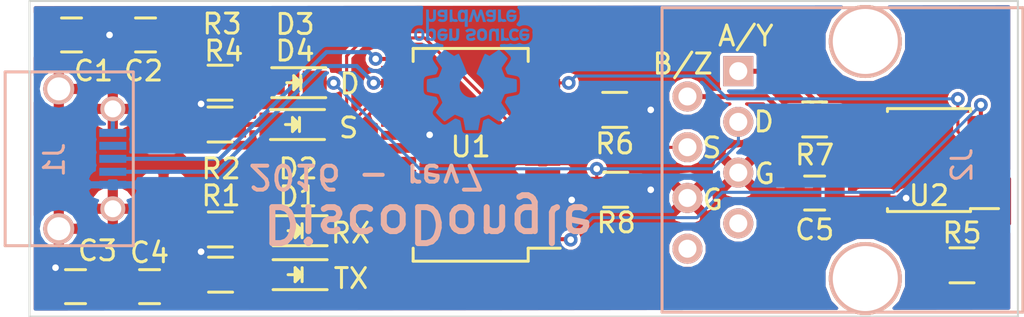
<source format=kicad_pcb>
(kicad_pcb (version 4) (host pcbnew 4.0.6)

  (general
    (links 55)
    (no_connects 1)
    (area 146.381999 97.143999 195.882001 113.044001)
    (thickness 1.6)
    (drawings 14)
    (tracks 149)
    (zones 0)
    (modules 22)
    (nets 31)
  )

  (page A4)
  (layers
    (0 F.Cu signal)
    (31 B.Cu signal)
    (32 B.Adhes user)
    (33 F.Adhes user)
    (34 B.Paste user)
    (35 F.Paste user)
    (36 B.SilkS user)
    (37 F.SilkS user)
    (38 B.Mask user)
    (39 F.Mask user)
    (40 Dwgs.User user)
    (41 Cmts.User user)
    (42 Eco1.User user)
    (43 Eco2.User user)
    (44 Edge.Cuts user)
    (45 Margin user)
    (46 B.CrtYd user)
    (47 F.CrtYd user)
    (48 B.Fab user)
    (49 F.Fab user)
  )

  (setup
    (last_trace_width 0.1524)
    (user_trace_width 0.2032)
    (trace_clearance 0.16)
    (zone_clearance 0.16)
    (zone_45_only no)
    (trace_min 0.1524)
    (segment_width 0.2)
    (edge_width 0.1)
    (via_size 0.6858)
    (via_drill 0.3302)
    (via_min_size 0.6858)
    (via_min_drill 0.3302)
    (uvia_size 0.762)
    (uvia_drill 0.508)
    (uvias_allowed no)
    (uvia_min_size 0)
    (uvia_min_drill 0)
    (pcb_text_width 0.3)
    (pcb_text_size 1.5 1.5)
    (mod_edge_width 0.15)
    (mod_text_size 1 1)
    (mod_text_width 0.15)
    (pad_size 1.5 1.5)
    (pad_drill 0.6)
    (pad_to_mask_clearance 0)
    (aux_axis_origin 0 0)
    (grid_origin 205.232 104.394)
    (visible_elements FFFFFF7F)
    (pcbplotparams
      (layerselection 0x010f8_80000001)
      (usegerberextensions true)
      (excludeedgelayer true)
      (linewidth 0.100000)
      (plotframeref false)
      (viasonmask false)
      (mode 1)
      (useauxorigin false)
      (hpglpennumber 1)
      (hpglpenspeed 20)
      (hpglpendiameter 15)
      (hpglpenoverlay 2)
      (psnegative false)
      (psa4output false)
      (plotreference true)
      (plotvalue true)
      (plotinvisibletext false)
      (padsonsilk false)
      (subtractmaskfromsilk false)
      (outputformat 1)
      (mirror false)
      (drillshape 0)
      (scaleselection 1)
      (outputdirectory ../Gerbers/))
  )

  (net 0 "")
  (net 1 +5V)
  (net 2 GND)
  (net 3 "Net-(C4-Pad1)")
  (net 4 "Net-(D1-Pad2)")
  (net 5 TXLED)
  (net 6 "Net-(D2-Pad2)")
  (net 7 RXLED)
  (net 8 "Net-(D3-Pad2)")
  (net 9 Daisy)
  (net 10 "Net-(D4-Pad2)")
  (net 11 Signal)
  (net 12 "Net-(J1-Pad2)")
  (net 13 "Net-(U1-Pad2)")
  (net 14 "Net-(U1-Pad6)")
  (net 15 "Net-(U1-Pad12)")
  (net 16 "Net-(U1-Pad14)")
  (net 17 "Net-(U1-Pad19)")
  (net 18 "Net-(U1-Pad27)")
  (net 19 "Net-(U1-Pad28)")
  (net 20 "Net-(R5-Pad1)")
  (net 21 "Net-(U1-Pad11)")
  (net 22 "Net-(U1-Pad1)")
  (net 23 "Net-(U1-Pad5)")
  (net 24 "Net-(U1-Pad10)")
  (net 25 "Net-(J1-Pad3)")
  (net 26 "Net-(J2-Pad1)")
  (net 27 "Net-(J2-Pad2)")
  (net 28 "Net-(J2-Pad7)")
  (net 29 "Net-(J2-Pad8)")
  (net 30 "Net-(J1-Pad4)")

  (net_class Default "This is the default net class."
    (clearance 0.16)
    (trace_width 0.1524)
    (via_dia 0.6858)
    (via_drill 0.3302)
    (uvia_dia 0.762)
    (uvia_drill 0.508)
    (add_net +5V)
    (add_net Daisy)
    (add_net GND)
    (add_net "Net-(C4-Pad1)")
    (add_net "Net-(D1-Pad2)")
    (add_net "Net-(D2-Pad2)")
    (add_net "Net-(D3-Pad2)")
    (add_net "Net-(D4-Pad2)")
    (add_net "Net-(J1-Pad2)")
    (add_net "Net-(J1-Pad3)")
    (add_net "Net-(J1-Pad4)")
    (add_net "Net-(J2-Pad1)")
    (add_net "Net-(J2-Pad2)")
    (add_net "Net-(J2-Pad7)")
    (add_net "Net-(J2-Pad8)")
    (add_net "Net-(R5-Pad1)")
    (add_net "Net-(U1-Pad1)")
    (add_net "Net-(U1-Pad10)")
    (add_net "Net-(U1-Pad11)")
    (add_net "Net-(U1-Pad12)")
    (add_net "Net-(U1-Pad14)")
    (add_net "Net-(U1-Pad19)")
    (add_net "Net-(U1-Pad2)")
    (add_net "Net-(U1-Pad27)")
    (add_net "Net-(U1-Pad28)")
    (add_net "Net-(U1-Pad5)")
    (add_net "Net-(U1-Pad6)")
    (add_net RXLED)
    (add_net Signal)
    (add_net TXLED)
  )

  (module Resistors_SMD:R_0805 (layer F.Cu) (tedit 577A1C54) (tstamp 5779F21E)
    (at 155.956 103.378)
    (descr "Resistor SMD 0805, reflow soldering, Vishay (see dcrcw.pdf)")
    (tags "resistor 0805")
    (path /57490EAE)
    (attr smd)
    (fp_text reference R4 (at 0.1905 -3.683) (layer F.SilkS)
      (effects (font (size 1 1) (thickness 0.15)))
    )
    (fp_text value 200 (at 0 2.1) (layer F.Fab) hide
      (effects (font (size 1 1) (thickness 0.15)))
    )
    (fp_line (start -1.6 -1) (end 1.6 -1) (layer F.CrtYd) (width 0.05))
    (fp_line (start -1.6 1) (end 1.6 1) (layer F.CrtYd) (width 0.05))
    (fp_line (start -1.6 -1) (end -1.6 1) (layer F.CrtYd) (width 0.05))
    (fp_line (start 1.6 -1) (end 1.6 1) (layer F.CrtYd) (width 0.05))
    (fp_line (start 0.6 0.875) (end -0.6 0.875) (layer F.SilkS) (width 0.15))
    (fp_line (start -0.6 -0.875) (end 0.6 -0.875) (layer F.SilkS) (width 0.15))
    (pad 1 smd rect (at -0.95 0) (size 0.7 1.3) (layers F.Cu F.Paste F.Mask)
      (net 1 +5V))
    (pad 2 smd rect (at 0.95 0) (size 0.7 1.3) (layers F.Cu F.Paste F.Mask)
      (net 10 "Net-(D4-Pad2)"))
    (model Resistors_SMD.3dshapes/R_0805.wrl
      (at (xyz 0 0 0))
      (scale (xyz 1 1 1))
      (rotate (xyz 0 0 0))
    )
  )

  (module LEDs:LED_0805 (layer F.Cu) (tedit 577A1D7E) (tstamp 5779F199)
    (at 159.707 108.694 180)
    (descr "LED 0805 smd package")
    (tags "LED 0805 SMD")
    (path /5746A53E)
    (attr smd)
    (fp_text reference D2 (at -0.15 3.1 180) (layer F.SilkS)
      (effects (font (size 1 1) (thickness 0.15)))
    )
    (fp_text value RX (at -2.7686 -0.1143 180) (layer F.SilkS)
      (effects (font (size 1 1) (thickness 0.15)))
    )
    (fp_line (start -1.6 0.75) (end 1.1 0.75) (layer F.SilkS) (width 0.15))
    (fp_line (start -1.6 -0.75) (end 1.1 -0.75) (layer F.SilkS) (width 0.15))
    (fp_line (start -0.1 0.15) (end -0.1 -0.1) (layer F.SilkS) (width 0.15))
    (fp_line (start -0.1 -0.1) (end -0.25 0.05) (layer F.SilkS) (width 0.15))
    (fp_line (start -0.35 -0.35) (end -0.35 0.35) (layer F.SilkS) (width 0.15))
    (fp_line (start 0 0) (end 0.35 0) (layer F.SilkS) (width 0.15))
    (fp_line (start -0.35 0) (end 0 -0.35) (layer F.SilkS) (width 0.15))
    (fp_line (start 0 -0.35) (end 0 0.35) (layer F.SilkS) (width 0.15))
    (fp_line (start 0 0.35) (end -0.35 0) (layer F.SilkS) (width 0.15))
    (fp_line (start 1.9 -0.95) (end 1.9 0.95) (layer F.CrtYd) (width 0.05))
    (fp_line (start 1.9 0.95) (end -1.9 0.95) (layer F.CrtYd) (width 0.05))
    (fp_line (start -1.9 0.95) (end -1.9 -0.95) (layer F.CrtYd) (width 0.05))
    (fp_line (start -1.9 -0.95) (end 1.9 -0.95) (layer F.CrtYd) (width 0.05))
    (pad 2 smd rect (at 1.04902 0) (size 1.19888 1.19888) (layers F.Cu F.Paste F.Mask)
      (net 6 "Net-(D2-Pad2)"))
    (pad 1 smd rect (at -1.04902 0) (size 1.19888 1.19888) (layers F.Cu F.Paste F.Mask)
      (net 7 RXLED))
    (model LEDs.3dshapes/LED_0805.wrl
      (at (xyz 0 0 0))
      (scale (xyz 1 1 1))
      (rotate (xyz 0 0 0))
    )
  )

  (module LEDs:LED_0805 (layer F.Cu) (tedit 577A1D83) (tstamp 5779F186)
    (at 159.707 110.894 180)
    (descr "LED 0805 smd package")
    (tags "LED 0805 SMD")
    (path /5746A4EF)
    (attr smd)
    (fp_text reference D1 (at -0.15 3.9 180) (layer F.SilkS)
      (effects (font (size 1 1) (thickness 0.15)))
    )
    (fp_text value TX (at -2.794 -0.1905 180) (layer F.SilkS)
      (effects (font (size 1 1) (thickness 0.15)))
    )
    (fp_line (start -1.6 0.75) (end 1.1 0.75) (layer F.SilkS) (width 0.15))
    (fp_line (start -1.6 -0.75) (end 1.1 -0.75) (layer F.SilkS) (width 0.15))
    (fp_line (start -0.1 0.15) (end -0.1 -0.1) (layer F.SilkS) (width 0.15))
    (fp_line (start -0.1 -0.1) (end -0.25 0.05) (layer F.SilkS) (width 0.15))
    (fp_line (start -0.35 -0.35) (end -0.35 0.35) (layer F.SilkS) (width 0.15))
    (fp_line (start 0 0) (end 0.35 0) (layer F.SilkS) (width 0.15))
    (fp_line (start -0.35 0) (end 0 -0.35) (layer F.SilkS) (width 0.15))
    (fp_line (start 0 -0.35) (end 0 0.35) (layer F.SilkS) (width 0.15))
    (fp_line (start 0 0.35) (end -0.35 0) (layer F.SilkS) (width 0.15))
    (fp_line (start 1.9 -0.95) (end 1.9 0.95) (layer F.CrtYd) (width 0.05))
    (fp_line (start 1.9 0.95) (end -1.9 0.95) (layer F.CrtYd) (width 0.05))
    (fp_line (start -1.9 0.95) (end -1.9 -0.95) (layer F.CrtYd) (width 0.05))
    (fp_line (start -1.9 -0.95) (end 1.9 -0.95) (layer F.CrtYd) (width 0.05))
    (pad 2 smd rect (at 1.04902 0) (size 1.19888 1.19888) (layers F.Cu F.Paste F.Mask)
      (net 4 "Net-(D1-Pad2)"))
    (pad 1 smd rect (at -1.04902 0) (size 1.19888 1.19888) (layers F.Cu F.Paste F.Mask)
      (net 5 TXLED))
    (model LEDs.3dshapes/LED_0805.wrl
      (at (xyz 0 0 0))
      (scale (xyz 1 1 1))
      (rotate (xyz 0 0 0))
    )
  )

  (module Resistors_SMD:R_0805 (layer F.Cu) (tedit 577A1BE3) (tstamp 5779F206)
    (at 155.982 110.894)
    (descr "Resistor SMD 0805, reflow soldering, Vishay (see dcrcw.pdf)")
    (tags "resistor 0805")
    (path /5746A6E4)
    (attr smd)
    (fp_text reference R1 (at 0.025 -3.95) (layer F.SilkS)
      (effects (font (size 1 1) (thickness 0.15)))
    )
    (fp_text value 200 (at 0 2.1) (layer F.Fab) hide
      (effects (font (size 1 1) (thickness 0.15)))
    )
    (fp_line (start -1.6 -1) (end 1.6 -1) (layer F.CrtYd) (width 0.05))
    (fp_line (start -1.6 1) (end 1.6 1) (layer F.CrtYd) (width 0.05))
    (fp_line (start -1.6 -1) (end -1.6 1) (layer F.CrtYd) (width 0.05))
    (fp_line (start 1.6 -1) (end 1.6 1) (layer F.CrtYd) (width 0.05))
    (fp_line (start 0.6 0.875) (end -0.6 0.875) (layer F.SilkS) (width 0.15))
    (fp_line (start -0.6 -0.875) (end 0.6 -0.875) (layer F.SilkS) (width 0.15))
    (pad 1 smd rect (at -0.95 0) (size 0.7 1.3) (layers F.Cu F.Paste F.Mask)
      (net 1 +5V))
    (pad 2 smd rect (at 0.95 0) (size 0.7 1.3) (layers F.Cu F.Paste F.Mask)
      (net 4 "Net-(D1-Pad2)"))
    (model Resistors_SMD.3dshapes/R_0805.wrl
      (at (xyz 0 0 0))
      (scale (xyz 1 1 1))
      (rotate (xyz 0 0 0))
    )
  )

  (module Resistors_SMD:R_0805 (layer F.Cu) (tedit 577A1D58) (tstamp 5779F212)
    (at 155.9675 108.6305)
    (descr "Resistor SMD 0805, reflow soldering, Vishay (see dcrcw.pdf)")
    (tags "resistor 0805")
    (path /5746A771)
    (attr smd)
    (fp_text reference R2 (at 0.0395 -3.0365) (layer F.SilkS)
      (effects (font (size 1 1) (thickness 0.15)))
    )
    (fp_text value 200 (at 0 2.1) (layer F.Fab) hide
      (effects (font (size 1 1) (thickness 0.15)))
    )
    (fp_line (start -1.6 -1) (end 1.6 -1) (layer F.CrtYd) (width 0.05))
    (fp_line (start -1.6 1) (end 1.6 1) (layer F.CrtYd) (width 0.05))
    (fp_line (start -1.6 -1) (end -1.6 1) (layer F.CrtYd) (width 0.05))
    (fp_line (start 1.6 -1) (end 1.6 1) (layer F.CrtYd) (width 0.05))
    (fp_line (start 0.6 0.875) (end -0.6 0.875) (layer F.SilkS) (width 0.15))
    (fp_line (start -0.6 -0.875) (end 0.6 -0.875) (layer F.SilkS) (width 0.15))
    (pad 1 smd rect (at -0.95 0) (size 0.7 1.3) (layers F.Cu F.Paste F.Mask)
      (net 1 +5V))
    (pad 2 smd rect (at 0.95 0) (size 0.7 1.3) (layers F.Cu F.Paste F.Mask)
      (net 6 "Net-(D2-Pad2)"))
    (model Resistors_SMD.3dshapes/R_0805.wrl
      (at (xyz 0 0 0))
      (scale (xyz 1 1 1))
      (rotate (xyz 0 0 0))
    )
  )

  (module Capacitors_SMD:C_0805 (layer F.Cu) (tedit 5779F73A) (tstamp 5779F143)
    (at 148.532 98.894 180)
    (descr "Capacitor SMD 0805, reflow soldering, AVX (see smccp.pdf)")
    (tags "capacitor 0805")
    (path /5746D4DF)
    (attr smd)
    (fp_text reference C1 (at -1.1 -1.8 180) (layer F.SilkS)
      (effects (font (size 1 1) (thickness 0.15)))
    )
    (fp_text value 100nF (at 0 2.1 180) (layer F.Fab) hide
      (effects (font (size 1 1) (thickness 0.15)))
    )
    (fp_line (start -1.8 -1) (end 1.8 -1) (layer F.CrtYd) (width 0.05))
    (fp_line (start -1.8 1) (end 1.8 1) (layer F.CrtYd) (width 0.05))
    (fp_line (start -1.8 -1) (end -1.8 1) (layer F.CrtYd) (width 0.05))
    (fp_line (start 1.8 -1) (end 1.8 1) (layer F.CrtYd) (width 0.05))
    (fp_line (start 0.5 -0.85) (end -0.5 -0.85) (layer F.SilkS) (width 0.15))
    (fp_line (start -0.5 0.85) (end 0.5 0.85) (layer F.SilkS) (width 0.15))
    (pad 1 smd rect (at -1 0 180) (size 1 1.25) (layers F.Cu F.Paste F.Mask)
      (net 1 +5V))
    (pad 2 smd rect (at 1 0 180) (size 1 1.25) (layers F.Cu F.Paste F.Mask)
      (net 2 GND))
    (model Capacitors_SMD.3dshapes/C_0805.wrl
      (at (xyz 0 0 0))
      (scale (xyz 1 1 1))
      (rotate (xyz 0 0 0))
    )
  )

  (module Capacitors_SMD:C_0805 (layer F.Cu) (tedit 5779F73F) (tstamp 5779F14F)
    (at 152.232 98.894)
    (descr "Capacitor SMD 0805, reflow soldering, AVX (see smccp.pdf)")
    (tags "capacitor 0805")
    (path /5746D51B)
    (attr smd)
    (fp_text reference C2 (at -0.1 1.8) (layer F.SilkS)
      (effects (font (size 1 1) (thickness 0.15)))
    )
    (fp_text value 4.7uF (at 0 2.1) (layer F.Fab) hide
      (effects (font (size 1 1) (thickness 0.15)))
    )
    (fp_line (start -1.8 -1) (end 1.8 -1) (layer F.CrtYd) (width 0.05))
    (fp_line (start -1.8 1) (end 1.8 1) (layer F.CrtYd) (width 0.05))
    (fp_line (start -1.8 -1) (end -1.8 1) (layer F.CrtYd) (width 0.05))
    (fp_line (start 1.8 -1) (end 1.8 1) (layer F.CrtYd) (width 0.05))
    (fp_line (start 0.5 -0.85) (end -0.5 -0.85) (layer F.SilkS) (width 0.15))
    (fp_line (start -0.5 0.85) (end 0.5 0.85) (layer F.SilkS) (width 0.15))
    (pad 1 smd rect (at -1 0) (size 1 1.25) (layers F.Cu F.Paste F.Mask)
      (net 1 +5V))
    (pad 2 smd rect (at 1 0) (size 1 1.25) (layers F.Cu F.Paste F.Mask)
      (net 2 GND))
    (model Capacitors_SMD.3dshapes/C_0805.wrl
      (at (xyz 0 0 0))
      (scale (xyz 1 1 1))
      (rotate (xyz 0 0 0))
    )
  )

  (module Capacitors_SMD:C_0805 (layer F.Cu) (tedit 5779F744) (tstamp 5779F15B)
    (at 148.732 111.494)
    (descr "Capacitor SMD 0805, reflow soldering, AVX (see smccp.pdf)")
    (tags "capacitor 0805")
    (path /5746D054)
    (attr smd)
    (fp_text reference C3 (at 1.1 -1.8) (layer F.SilkS)
      (effects (font (size 1 1) (thickness 0.15)))
    )
    (fp_text value 10nF (at 0 2.1) (layer F.Fab) hide
      (effects (font (size 1 1) (thickness 0.15)))
    )
    (fp_line (start -1.8 -1) (end 1.8 -1) (layer F.CrtYd) (width 0.05))
    (fp_line (start -1.8 1) (end 1.8 1) (layer F.CrtYd) (width 0.05))
    (fp_line (start -1.8 -1) (end -1.8 1) (layer F.CrtYd) (width 0.05))
    (fp_line (start 1.8 -1) (end 1.8 1) (layer F.CrtYd) (width 0.05))
    (fp_line (start 0.5 -0.85) (end -0.5 -0.85) (layer F.SilkS) (width 0.15))
    (fp_line (start -0.5 0.85) (end 0.5 0.85) (layer F.SilkS) (width 0.15))
    (pad 1 smd rect (at -1 0) (size 1 1.25) (layers F.Cu F.Paste F.Mask)
      (net 1 +5V))
    (pad 2 smd rect (at 1 0) (size 1 1.25) (layers F.Cu F.Paste F.Mask)
      (net 2 GND))
    (model Capacitors_SMD.3dshapes/C_0805.wrl
      (at (xyz 0 0 0))
      (scale (xyz 1 1 1))
      (rotate (xyz 0 0 0))
    )
  )

  (module Capacitors_SMD:C_0805 (layer F.Cu) (tedit 5779F74C) (tstamp 5779F167)
    (at 152.432 111.494 180)
    (descr "Capacitor SMD 0805, reflow soldering, AVX (see smccp.pdf)")
    (tags "capacitor 0805")
    (path /5746911C)
    (attr smd)
    (fp_text reference C4 (at 0 1.7 180) (layer F.SilkS)
      (effects (font (size 1 1) (thickness 0.15)))
    )
    (fp_text value 100nF (at 0 2.1 180) (layer F.Fab) hide
      (effects (font (size 1 1) (thickness 0.15)))
    )
    (fp_line (start -1.8 -1) (end 1.8 -1) (layer F.CrtYd) (width 0.05))
    (fp_line (start -1.8 1) (end 1.8 1) (layer F.CrtYd) (width 0.05))
    (fp_line (start -1.8 -1) (end -1.8 1) (layer F.CrtYd) (width 0.05))
    (fp_line (start 1.8 -1) (end 1.8 1) (layer F.CrtYd) (width 0.05))
    (fp_line (start 0.5 -0.85) (end -0.5 -0.85) (layer F.SilkS) (width 0.15))
    (fp_line (start -0.5 0.85) (end 0.5 0.85) (layer F.SilkS) (width 0.15))
    (pad 1 smd rect (at -1 0 180) (size 1 1.25) (layers F.Cu F.Paste F.Mask)
      (net 3 "Net-(C4-Pad1)"))
    (pad 2 smd rect (at 1 0 180) (size 1 1.25) (layers F.Cu F.Paste F.Mask)
      (net 2 GND))
    (model Capacitors_SMD.3dshapes/C_0805.wrl
      (at (xyz 0 0 0))
      (scale (xyz 1 1 1))
      (rotate (xyz 0 0 0))
    )
  )

  (module Capacitors_SMD:C_0805 (layer F.Cu) (tedit 577A17A2) (tstamp 5779F173)
    (at 185.674 106.807 180)
    (descr "Capacitor SMD 0805, reflow soldering, AVX (see smccp.pdf)")
    (tags "capacitor 0805")
    (path /5746C982)
    (attr smd)
    (fp_text reference C5 (at 0 -1.8415 180) (layer F.SilkS)
      (effects (font (size 1 1) (thickness 0.15)))
    )
    (fp_text value 100nF (at 0 2.1 180) (layer F.Fab) hide
      (effects (font (size 1 1) (thickness 0.15)))
    )
    (fp_line (start -1.8 -1) (end 1.8 -1) (layer F.CrtYd) (width 0.05))
    (fp_line (start -1.8 1) (end 1.8 1) (layer F.CrtYd) (width 0.05))
    (fp_line (start -1.8 -1) (end -1.8 1) (layer F.CrtYd) (width 0.05))
    (fp_line (start 1.8 -1) (end 1.8 1) (layer F.CrtYd) (width 0.05))
    (fp_line (start 0.5 -0.85) (end -0.5 -0.85) (layer F.SilkS) (width 0.15))
    (fp_line (start -0.5 0.85) (end 0.5 0.85) (layer F.SilkS) (width 0.15))
    (pad 1 smd rect (at -1 0 180) (size 1 1.25) (layers F.Cu F.Paste F.Mask)
      (net 1 +5V))
    (pad 2 smd rect (at 1 0 180) (size 1 1.25) (layers F.Cu F.Paste F.Mask)
      (net 2 GND))
    (model Capacitors_SMD.3dshapes/C_0805.wrl
      (at (xyz 0 0 0))
      (scale (xyz 1 1 1))
      (rotate (xyz 0 0 0))
    )
  )

  (module LEDs:LED_0805 (layer F.Cu) (tedit 580AFA55) (tstamp 5779F1AC)
    (at 159.639 101.2825 180)
    (descr "LED 0805 smd package")
    (tags "LED 0805 SMD")
    (path /5748F519)
    (attr smd)
    (fp_text reference D3 (at -0.0635 2.921 180) (layer F.SilkS)
      (effects (font (size 1 1) (thickness 0.15)))
    )
    (fp_text value Daisy (at -2.718 -0.0115 180) (layer F.SilkS) hide
      (effects (font (size 1 1) (thickness 0.15)))
    )
    (fp_line (start -1.6 0.75) (end 1.1 0.75) (layer F.SilkS) (width 0.15))
    (fp_line (start -1.6 -0.75) (end 1.1 -0.75) (layer F.SilkS) (width 0.15))
    (fp_line (start -0.1 0.15) (end -0.1 -0.1) (layer F.SilkS) (width 0.15))
    (fp_line (start -0.1 -0.1) (end -0.25 0.05) (layer F.SilkS) (width 0.15))
    (fp_line (start -0.35 -0.35) (end -0.35 0.35) (layer F.SilkS) (width 0.15))
    (fp_line (start 0 0) (end 0.35 0) (layer F.SilkS) (width 0.15))
    (fp_line (start -0.35 0) (end 0 -0.35) (layer F.SilkS) (width 0.15))
    (fp_line (start 0 -0.35) (end 0 0.35) (layer F.SilkS) (width 0.15))
    (fp_line (start 0 0.35) (end -0.35 0) (layer F.SilkS) (width 0.15))
    (fp_line (start 1.9 -0.95) (end 1.9 0.95) (layer F.CrtYd) (width 0.05))
    (fp_line (start 1.9 0.95) (end -1.9 0.95) (layer F.CrtYd) (width 0.05))
    (fp_line (start -1.9 0.95) (end -1.9 -0.95) (layer F.CrtYd) (width 0.05))
    (fp_line (start -1.9 -0.95) (end 1.9 -0.95) (layer F.CrtYd) (width 0.05))
    (pad 2 smd rect (at 1.04902 0) (size 1.19888 1.19888) (layers F.Cu F.Paste F.Mask)
      (net 8 "Net-(D3-Pad2)"))
    (pad 1 smd rect (at -1.04902 0) (size 1.19888 1.19888) (layers F.Cu F.Paste F.Mask)
      (net 9 Daisy))
    (model LEDs.3dshapes/LED_0805.wrl
      (at (xyz 0 0 0))
      (scale (xyz 1 1 1))
      (rotate (xyz 0 0 0))
    )
  )

  (module LEDs:LED_0805 (layer F.Cu) (tedit 580AFA6D) (tstamp 5779F1BF)
    (at 159.5755 103.378 180)
    (descr "LED 0805 smd package")
    (tags "LED 0805 SMD")
    (path /57490E65)
    (attr smd)
    (fp_text reference D4 (at -0.127 3.683 180) (layer F.SilkS)
      (effects (font (size 1 1) (thickness 0.15)))
    )
    (fp_text value Signal (at -2.7565 -0.041 180) (layer F.SilkS) hide
      (effects (font (size 1 1) (thickness 0.15)))
    )
    (fp_line (start -1.6 0.75) (end 1.1 0.75) (layer F.SilkS) (width 0.15))
    (fp_line (start -1.6 -0.75) (end 1.1 -0.75) (layer F.SilkS) (width 0.15))
    (fp_line (start -0.1 0.15) (end -0.1 -0.1) (layer F.SilkS) (width 0.15))
    (fp_line (start -0.1 -0.1) (end -0.25 0.05) (layer F.SilkS) (width 0.15))
    (fp_line (start -0.35 -0.35) (end -0.35 0.35) (layer F.SilkS) (width 0.15))
    (fp_line (start 0 0) (end 0.35 0) (layer F.SilkS) (width 0.15))
    (fp_line (start -0.35 0) (end 0 -0.35) (layer F.SilkS) (width 0.15))
    (fp_line (start 0 -0.35) (end 0 0.35) (layer F.SilkS) (width 0.15))
    (fp_line (start 0 0.35) (end -0.35 0) (layer F.SilkS) (width 0.15))
    (fp_line (start 1.9 -0.95) (end 1.9 0.95) (layer F.CrtYd) (width 0.05))
    (fp_line (start 1.9 0.95) (end -1.9 0.95) (layer F.CrtYd) (width 0.05))
    (fp_line (start -1.9 0.95) (end -1.9 -0.95) (layer F.CrtYd) (width 0.05))
    (fp_line (start -1.9 -0.95) (end 1.9 -0.95) (layer F.CrtYd) (width 0.05))
    (pad 2 smd rect (at 1.04902 0) (size 1.19888 1.19888) (layers F.Cu F.Paste F.Mask)
      (net 10 "Net-(D4-Pad2)"))
    (pad 1 smd rect (at -1.04902 0) (size 1.19888 1.19888) (layers F.Cu F.Paste F.Mask)
      (net 11 Signal))
    (model LEDs.3dshapes/LED_0805.wrl
      (at (xyz 0 0 0))
      (scale (xyz 1 1 1))
      (rotate (xyz 0 0 0))
    )
  )

  (module Resistors_SMD:R_0805 (layer F.Cu) (tedit 577A105C) (tstamp 5779F22A)
    (at 193.04 110.4265 180)
    (descr "Resistor SMD 0805, reflow soldering, Vishay (see dcrcw.pdf)")
    (tags "resistor 0805")
    (path /574695A2)
    (attr smd)
    (fp_text reference R5 (at 0 1.6256 360) (layer F.SilkS)
      (effects (font (size 1 1) (thickness 0.15)))
    )
    (fp_text value 20k (at 0 2.1 180) (layer F.Fab) hide
      (effects (font (size 1 1) (thickness 0.15)))
    )
    (fp_line (start -1.6 -1) (end 1.6 -1) (layer F.CrtYd) (width 0.05))
    (fp_line (start -1.6 1) (end 1.6 1) (layer F.CrtYd) (width 0.05))
    (fp_line (start -1.6 -1) (end -1.6 1) (layer F.CrtYd) (width 0.05))
    (fp_line (start 1.6 -1) (end 1.6 1) (layer F.CrtYd) (width 0.05))
    (fp_line (start 0.6 0.875) (end -0.6 0.875) (layer F.SilkS) (width 0.15))
    (fp_line (start -0.6 -0.875) (end 0.6 -0.875) (layer F.SilkS) (width 0.15))
    (pad 1 smd rect (at -0.95 0 180) (size 0.7 1.3) (layers F.Cu F.Paste F.Mask)
      (net 20 "Net-(R5-Pad1)"))
    (pad 2 smd rect (at 0.95 0 180) (size 0.7 1.3) (layers F.Cu F.Paste F.Mask)
      (net 2 GND))
    (model Resistors_SMD.3dshapes/R_0805.wrl
      (at (xyz 0 0 0))
      (scale (xyz 1 1 1))
      (rotate (xyz 0 0 0))
    )
  )

  (module Resistors_SMD:R_0805 (layer F.Cu) (tedit 577A13F7) (tstamp 5779F236)
    (at 175.682 102.644 180)
    (descr "Resistor SMD 0805, reflow soldering, Vishay (see dcrcw.pdf)")
    (tags "resistor 0805")
    (path /5765F021)
    (attr smd)
    (fp_text reference R6 (at 0 -1.7 180) (layer F.SilkS)
      (effects (font (size 1 1) (thickness 0.15)))
    )
    (fp_text value 20k (at 0 2.1 180) (layer F.Fab) hide
      (effects (font (size 1 1) (thickness 0.15)))
    )
    (fp_line (start -1.6 -1) (end 1.6 -1) (layer F.CrtYd) (width 0.05))
    (fp_line (start -1.6 1) (end 1.6 1) (layer F.CrtYd) (width 0.05))
    (fp_line (start -1.6 -1) (end -1.6 1) (layer F.CrtYd) (width 0.05))
    (fp_line (start 1.6 -1) (end 1.6 1) (layer F.CrtYd) (width 0.05))
    (fp_line (start 0.6 0.875) (end -0.6 0.875) (layer F.SilkS) (width 0.15))
    (fp_line (start -0.6 -0.875) (end 0.6 -0.875) (layer F.SilkS) (width 0.15))
    (pad 1 smd rect (at -0.95 0 180) (size 0.7 1.3) (layers F.Cu F.Paste F.Mask)
      (net 1 +5V))
    (pad 2 smd rect (at 0.95 0 180) (size 0.7 1.3) (layers F.Cu F.Paste F.Mask)
      (net 11 Signal))
    (model Resistors_SMD.3dshapes/R_0805.wrl
      (at (xyz 0 0 0))
      (scale (xyz 1 1 1))
      (rotate (xyz 0 0 0))
    )
  )

  (module Resistors_SMD:R_0805 (layer F.Cu) (tedit 577A0DED) (tstamp 5779F242)
    (at 185.674 103.124)
    (descr "Resistor SMD 0805, reflow soldering, Vishay (see dcrcw.pdf)")
    (tags "resistor 0805")
    (path /5746B006)
    (attr smd)
    (fp_text reference R7 (at 0 1.778 180) (layer F.SilkS)
      (effects (font (size 1 1) (thickness 0.15)))
    )
    (fp_text value 120 (at 0 2.1) (layer F.Fab) hide
      (effects (font (size 1 1) (thickness 0.15)))
    )
    (fp_line (start -1.6 -1) (end 1.6 -1) (layer F.CrtYd) (width 0.05))
    (fp_line (start -1.6 1) (end 1.6 1) (layer F.CrtYd) (width 0.05))
    (fp_line (start -1.6 -1) (end -1.6 1) (layer F.CrtYd) (width 0.05))
    (fp_line (start 1.6 -1) (end 1.6 1) (layer F.CrtYd) (width 0.05))
    (fp_line (start 0.6 0.875) (end -0.6 0.875) (layer F.SilkS) (width 0.15))
    (fp_line (start -0.6 -0.875) (end 0.6 -0.875) (layer F.SilkS) (width 0.15))
    (pad 1 smd rect (at -0.95 0) (size 0.7 1.3) (layers F.Cu F.Paste F.Mask)
      (net 27 "Net-(J2-Pad2)"))
    (pad 2 smd rect (at 0.95 0) (size 0.7 1.3) (layers F.Cu F.Paste F.Mask)
      (net 26 "Net-(J2-Pad1)"))
    (model Resistors_SMD.3dshapes/R_0805.wrl
      (at (xyz 0 0 0))
      (scale (xyz 1 1 1))
      (rotate (xyz 0 0 0))
    )
  )

  (module Resistors_SMD:R_0805 (layer F.Cu) (tedit 577A13F3) (tstamp 5779F24E)
    (at 175.732 106.644 180)
    (descr "Resistor SMD 0805, reflow soldering, Vishay (see dcrcw.pdf)")
    (tags "resistor 0805")
    (path /5747F3E8)
    (attr smd)
    (fp_text reference R8 (at -0.0254 -1.651 180) (layer F.SilkS)
      (effects (font (size 1 1) (thickness 0.15)))
    )
    (fp_text value 20k (at 0 2.1 180) (layer F.Fab) hide
      (effects (font (size 1 1) (thickness 0.15)))
    )
    (fp_line (start -1.6 -1) (end 1.6 -1) (layer F.CrtYd) (width 0.05))
    (fp_line (start -1.6 1) (end 1.6 1) (layer F.CrtYd) (width 0.05))
    (fp_line (start -1.6 -1) (end -1.6 1) (layer F.CrtYd) (width 0.05))
    (fp_line (start 1.6 -1) (end 1.6 1) (layer F.CrtYd) (width 0.05))
    (fp_line (start 0.6 0.875) (end -0.6 0.875) (layer F.SilkS) (width 0.15))
    (fp_line (start -0.6 -0.875) (end 0.6 -0.875) (layer F.SilkS) (width 0.15))
    (pad 1 smd rect (at -0.95 0 180) (size 0.7 1.3) (layers F.Cu F.Paste F.Mask)
      (net 1 +5V))
    (pad 2 smd rect (at 0.95 0 180) (size 0.7 1.3) (layers F.Cu F.Paste F.Mask)
      (net 9 Daisy))
    (model Resistors_SMD.3dshapes/R_0805.wrl
      (at (xyz 0 0 0))
      (scale (xyz 1 1 1))
      (rotate (xyz 0 0 0))
    )
  )

  (module Housings_SSOP:SSOP-28_5.3x10.2mm_Pitch0.65mm (layer F.Cu) (tedit 5779FB0C) (tstamp 5779F285)
    (at 168.482 104.894 180)
    (descr "28-Lead Plastic Shrink Small Outline (SS)-5.30 mm Body [SSOP] (see Microchip Packaging Specification 00000049BS.pdf)")
    (tags "SSOP 0.65")
    (path /57468CE5)
    (attr smd)
    (fp_text reference U1 (at 0 0.4 180) (layer F.SilkS)
      (effects (font (size 1 1) (thickness 0.15)))
    )
    (fp_text value FT232RL (at 0 6.25 180) (layer F.Fab) hide
      (effects (font (size 1 1) (thickness 0.15)))
    )
    (fp_line (start -4.75 -5.5) (end -4.75 5.5) (layer F.CrtYd) (width 0.05))
    (fp_line (start 4.75 -5.5) (end 4.75 5.5) (layer F.CrtYd) (width 0.05))
    (fp_line (start -4.75 -5.5) (end 4.75 -5.5) (layer F.CrtYd) (width 0.05))
    (fp_line (start -4.75 5.5) (end 4.75 5.5) (layer F.CrtYd) (width 0.05))
    (fp_line (start -2.875 -5.325) (end -2.875 -4.675) (layer F.SilkS) (width 0.15))
    (fp_line (start 2.875 -5.325) (end 2.875 -4.675) (layer F.SilkS) (width 0.15))
    (fp_line (start 2.875 5.325) (end 2.875 4.675) (layer F.SilkS) (width 0.15))
    (fp_line (start -2.875 5.325) (end -2.875 4.675) (layer F.SilkS) (width 0.15))
    (fp_line (start -2.875 -5.325) (end 2.875 -5.325) (layer F.SilkS) (width 0.15))
    (fp_line (start -2.875 5.325) (end 2.875 5.325) (layer F.SilkS) (width 0.15))
    (fp_line (start -2.875 -4.675) (end -4.475 -4.675) (layer F.SilkS) (width 0.15))
    (pad 1 smd rect (at -3.6 -4.225 180) (size 1.75 0.45) (layers F.Cu F.Paste F.Mask)
      (net 22 "Net-(U1-Pad1)"))
    (pad 2 smd rect (at -3.6 -3.575 180) (size 1.75 0.45) (layers F.Cu F.Paste F.Mask)
      (net 13 "Net-(U1-Pad2)"))
    (pad 3 smd rect (at -3.6 -2.925 180) (size 1.75 0.45) (layers F.Cu F.Paste F.Mask)
      (net 9 Daisy))
    (pad 4 smd rect (at -3.6 -2.275 180) (size 1.75 0.45) (layers F.Cu F.Paste F.Mask)
      (net 1 +5V))
    (pad 5 smd rect (at -3.6 -1.625 180) (size 1.75 0.45) (layers F.Cu F.Paste F.Mask)
      (net 23 "Net-(U1-Pad5)"))
    (pad 6 smd rect (at -3.6 -0.975 180) (size 1.75 0.45) (layers F.Cu F.Paste F.Mask)
      (net 14 "Net-(U1-Pad6)"))
    (pad 7 smd rect (at -3.6 -0.325 180) (size 1.75 0.45) (layers F.Cu F.Paste F.Mask)
      (net 2 GND))
    (pad 8 smd rect (at -3.6 0.325 180) (size 1.75 0.45) (layers F.Cu F.Paste F.Mask))
    (pad 9 smd rect (at -3.6 0.975 180) (size 1.75 0.45) (layers F.Cu F.Paste F.Mask)
      (net 11 Signal))
    (pad 10 smd rect (at -3.6 1.625 180) (size 1.75 0.45) (layers F.Cu F.Paste F.Mask)
      (net 24 "Net-(U1-Pad10)"))
    (pad 11 smd rect (at -3.6 2.275 180) (size 1.75 0.45) (layers F.Cu F.Paste F.Mask)
      (net 21 "Net-(U1-Pad11)"))
    (pad 12 smd rect (at -3.6 2.925 180) (size 1.75 0.45) (layers F.Cu F.Paste F.Mask)
      (net 15 "Net-(U1-Pad12)"))
    (pad 13 smd rect (at -3.6 3.575 180) (size 1.75 0.45) (layers F.Cu F.Paste F.Mask)
      (net 20 "Net-(R5-Pad1)"))
    (pad 14 smd rect (at -3.6 4.225 180) (size 1.75 0.45) (layers F.Cu F.Paste F.Mask)
      (net 16 "Net-(U1-Pad14)"))
    (pad 15 smd rect (at 3.6 4.225 180) (size 1.75 0.45) (layers F.Cu F.Paste F.Mask)
      (net 25 "Net-(J1-Pad3)"))
    (pad 16 smd rect (at 3.6 3.575 180) (size 1.75 0.45) (layers F.Cu F.Paste F.Mask)
      (net 12 "Net-(J1-Pad2)"))
    (pad 17 smd rect (at 3.6 2.925 180) (size 1.75 0.45) (layers F.Cu F.Paste F.Mask)
      (net 3 "Net-(C4-Pad1)"))
    (pad 18 smd rect (at 3.6 2.275 180) (size 1.75 0.45) (layers F.Cu F.Paste F.Mask)
      (net 2 GND))
    (pad 19 smd rect (at 3.6 1.625 180) (size 1.75 0.45) (layers F.Cu F.Paste F.Mask)
      (net 17 "Net-(U1-Pad19)"))
    (pad 20 smd rect (at 3.6 0.975 180) (size 1.75 0.45) (layers F.Cu F.Paste F.Mask)
      (net 1 +5V))
    (pad 21 smd rect (at 3.6 0.325 180) (size 1.75 0.45) (layers F.Cu F.Paste F.Mask)
      (net 2 GND))
    (pad 22 smd rect (at 3.6 -0.325 180) (size 1.75 0.45) (layers F.Cu F.Paste F.Mask)
      (net 7 RXLED))
    (pad 23 smd rect (at 3.6 -0.975 180) (size 1.75 0.45) (layers F.Cu F.Paste F.Mask)
      (net 5 TXLED))
    (pad 24 smd rect (at 3.6 -1.625 180) (size 1.75 0.45) (layers F.Cu F.Paste F.Mask))
    (pad 25 smd rect (at 3.6 -2.275 180) (size 1.75 0.45) (layers F.Cu F.Paste F.Mask)
      (net 2 GND))
    (pad 26 smd rect (at 3.6 -2.925 180) (size 1.75 0.45) (layers F.Cu F.Paste F.Mask)
      (net 2 GND))
    (pad 27 smd rect (at 3.6 -3.575 180) (size 1.75 0.45) (layers F.Cu F.Paste F.Mask)
      (net 18 "Net-(U1-Pad27)"))
    (pad 28 smd rect (at 3.6 -4.225 180) (size 1.75 0.45) (layers F.Cu F.Paste F.Mask)
      (net 19 "Net-(U1-Pad28)"))
    (model Housings_SSOP.3dshapes/SSOP-28_5.3x10.2mm_Pitch0.65mm.wrl
      (at (xyz 0 0 0))
      (scale (xyz 1 1 1))
      (rotate (xyz 0 0 0))
    )
  )

  (module Housings_SOIC:SOIC-8_3.9x4.9mm_Pitch1.27mm (layer F.Cu) (tedit 5779F427) (tstamp 5779F29C)
    (at 191.389 105.156 180)
    (descr "8-Lead Plastic Small Outline (SN) - Narrow, 3.90 mm Body [SOIC] (see Microchip Packaging Specification 00000049BS.pdf)")
    (tags "SOIC 1.27")
    (path /57469336)
    (attr smd)
    (fp_text reference U2 (at 0 -1.778 180) (layer F.SilkS)
      (effects (font (size 1 1) (thickness 0.15)))
    )
    (fp_text value ISL81487E (at 0 3.5 180) (layer F.Fab) hide
      (effects (font (size 1 1) (thickness 0.15)))
    )
    (fp_line (start -3.75 -2.75) (end -3.75 2.75) (layer F.CrtYd) (width 0.05))
    (fp_line (start 3.75 -2.75) (end 3.75 2.75) (layer F.CrtYd) (width 0.05))
    (fp_line (start -3.75 -2.75) (end 3.75 -2.75) (layer F.CrtYd) (width 0.05))
    (fp_line (start -3.75 2.75) (end 3.75 2.75) (layer F.CrtYd) (width 0.05))
    (fp_line (start -2.075 -2.575) (end -2.075 -2.43) (layer F.SilkS) (width 0.15))
    (fp_line (start 2.075 -2.575) (end 2.075 -2.43) (layer F.SilkS) (width 0.15))
    (fp_line (start 2.075 2.575) (end 2.075 2.43) (layer F.SilkS) (width 0.15))
    (fp_line (start -2.075 2.575) (end -2.075 2.43) (layer F.SilkS) (width 0.15))
    (fp_line (start -2.075 -2.575) (end 2.075 -2.575) (layer F.SilkS) (width 0.15))
    (fp_line (start -2.075 2.575) (end 2.075 2.575) (layer F.SilkS) (width 0.15))
    (fp_line (start -2.075 -2.43) (end -3.475 -2.43) (layer F.SilkS) (width 0.15))
    (pad 1 smd rect (at -2.7 -1.905 180) (size 1.55 0.6) (layers F.Cu F.Paste F.Mask)
      (net 23 "Net-(U1-Pad5)"))
    (pad 2 smd rect (at -2.7 -0.635 180) (size 1.55 0.6) (layers F.Cu F.Paste F.Mask)
      (net 20 "Net-(R5-Pad1)"))
    (pad 3 smd rect (at -2.7 0.635 180) (size 1.55 0.6) (layers F.Cu F.Paste F.Mask)
      (net 20 "Net-(R5-Pad1)"))
    (pad 4 smd rect (at -2.7 1.905 180) (size 1.55 0.6) (layers F.Cu F.Paste F.Mask)
      (net 22 "Net-(U1-Pad1)"))
    (pad 5 smd rect (at 2.7 1.905 180) (size 1.55 0.6) (layers F.Cu F.Paste F.Mask)
      (net 2 GND))
    (pad 6 smd rect (at 2.7 0.635 180) (size 1.55 0.6) (layers F.Cu F.Paste F.Mask)
      (net 26 "Net-(J2-Pad1)"))
    (pad 7 smd rect (at 2.7 -0.635 180) (size 1.55 0.6) (layers F.Cu F.Paste F.Mask)
      (net 27 "Net-(J2-Pad2)"))
    (pad 8 smd rect (at 2.7 -1.905 180) (size 1.55 0.6) (layers F.Cu F.Paste F.Mask)
      (net 1 +5V))
    (model Housings_SOIC.3dshapes/SOIC-8_3.9x4.9mm_Pitch1.27mm.wrl
      (at (xyz 0 0 0))
      (scale (xyz 1 1 1))
      (rotate (xyz 0 0 0))
    )
  )

  (module Resistors_SMD:R_0805 (layer F.Cu) (tedit 577A1C56) (tstamp 5779F878)
    (at 155.956 101.2825)
    (descr "Resistor SMD 0805, reflow soldering, Vishay (see dcrcw.pdf)")
    (tags "resistor 0805")
    (path /5748F6BB)
    (attr smd)
    (fp_text reference R3 (at 0.101 -2.9385) (layer F.SilkS)
      (effects (font (size 1 1) (thickness 0.15)))
    )
    (fp_text value 200 (at 0 2.1) (layer F.Fab) hide
      (effects (font (size 1 1) (thickness 0.15)))
    )
    (fp_line (start -1.6 -1) (end 1.6 -1) (layer F.CrtYd) (width 0.05))
    (fp_line (start -1.6 1) (end 1.6 1) (layer F.CrtYd) (width 0.05))
    (fp_line (start -1.6 -1) (end -1.6 1) (layer F.CrtYd) (width 0.05))
    (fp_line (start 1.6 -1) (end 1.6 1) (layer F.CrtYd) (width 0.05))
    (fp_line (start 0.6 0.875) (end -0.6 0.875) (layer F.SilkS) (width 0.15))
    (fp_line (start -0.6 -0.875) (end 0.6 -0.875) (layer F.SilkS) (width 0.15))
    (pad 1 smd rect (at -0.95 0) (size 0.7 1.3) (layers F.Cu F.Paste F.Mask)
      (net 1 +5V))
    (pad 2 smd rect (at 0.95 0) (size 0.7 1.3) (layers F.Cu F.Paste F.Mask)
      (net 8 "Net-(D3-Pad2)"))
    (model Resistors_SMD.3dshapes/R_0805.wrl
      (at (xyz 0 0 0))
      (scale (xyz 1 1 1))
      (rotate (xyz 0 0 0))
    )
  )

  (module Symbols:OSHW-Logo_5.7x6mm_Copper (layer B.Cu) (tedit 0) (tstamp 57FDA1CC)
    (at 168.532 100.644)
    (descr "Open Source Hardware Logo")
    (tags "Logo OSHW")
    (attr virtual)
    (fp_text reference REF*** (at 0 0) (layer B.SilkS) hide
      (effects (font (size 1 1) (thickness 0.15)) (justify mirror))
    )
    (fp_text value OSHW-Logo_5.7x6mm_Copper (at 0.75 0) (layer B.Fab) hide
      (effects (font (size 1 1) (thickness 0.15)) (justify mirror))
    )
    (fp_poly (pts (xy -1.908759 -1.469184) (xy -1.882247 -1.482282) (xy -1.849553 -1.505106) (xy -1.825725 -1.529996)
      (xy -1.809406 -1.561249) (xy -1.79924 -1.603166) (xy -1.793872 -1.660044) (xy -1.791944 -1.736184)
      (xy -1.791831 -1.768917) (xy -1.792161 -1.840656) (xy -1.793527 -1.891927) (xy -1.7965 -1.927404)
      (xy -1.801649 -1.951763) (xy -1.809543 -1.96968) (xy -1.817757 -1.981902) (xy -1.870187 -2.033905)
      (xy -1.93193 -2.065184) (xy -1.998536 -2.074592) (xy -2.065558 -2.06098) (xy -2.086792 -2.051354)
      (xy -2.137624 -2.024859) (xy -2.137624 -2.440052) (xy -2.100525 -2.420868) (xy -2.051643 -2.406025)
      (xy -1.991561 -2.402222) (xy -1.931564 -2.409243) (xy -1.886256 -2.425013) (xy -1.848675 -2.455047)
      (xy -1.816564 -2.498024) (xy -1.81415 -2.502436) (xy -1.803967 -2.523221) (xy -1.79653 -2.54417)
      (xy -1.791411 -2.569548) (xy -1.788181 -2.603618) (xy -1.786413 -2.650641) (xy -1.785677 -2.714882)
      (xy -1.785544 -2.787176) (xy -1.785544 -3.017822) (xy -1.923861 -3.017822) (xy -1.923861 -2.592533)
      (xy -1.962549 -2.559979) (xy -2.002738 -2.53394) (xy -2.040797 -2.529205) (xy -2.079066 -2.541389)
      (xy -2.099462 -2.55332) (xy -2.114642 -2.570313) (xy -2.125438 -2.595995) (xy -2.132683 -2.633991)
      (xy -2.137208 -2.687926) (xy -2.139844 -2.761425) (xy -2.140772 -2.810347) (xy -2.143911 -3.011535)
      (xy -2.209926 -3.015336) (xy -2.27594 -3.019136) (xy -2.27594 -1.77065) (xy -2.137624 -1.77065)
      (xy -2.134097 -1.840254) (xy -2.122215 -1.888569) (xy -2.10002 -1.918631) (xy -2.065559 -1.933471)
      (xy -2.030742 -1.936436) (xy -1.991329 -1.933028) (xy -1.965171 -1.919617) (xy -1.948814 -1.901896)
      (xy -1.935937 -1.882835) (xy -1.928272 -1.861601) (xy -1.924861 -1.831849) (xy -1.924749 -1.787236)
      (xy -1.925897 -1.74988) (xy -1.928532 -1.693604) (xy -1.932456 -1.656658) (xy -1.939063 -1.633223)
      (xy -1.949749 -1.61748) (xy -1.959833 -1.60838) (xy -2.00197 -1.588537) (xy -2.05184 -1.585332)
      (xy -2.080476 -1.592168) (xy -2.108828 -1.616464) (xy -2.127609 -1.663728) (xy -2.136712 -1.733624)
      (xy -2.137624 -1.77065) (xy -2.27594 -1.77065) (xy -2.27594 -1.458614) (xy -2.206782 -1.458614)
      (xy -2.16526 -1.460256) (xy -2.143838 -1.466087) (xy -2.137626 -1.477461) (xy -2.137624 -1.477798)
      (xy -2.134742 -1.488938) (xy -2.12203 -1.487673) (xy -2.096757 -1.475433) (xy -2.037869 -1.456707)
      (xy -1.971615 -1.454739) (xy -1.908759 -1.469184)) (layer B.Cu) (width 0.01))
    (fp_poly (pts (xy -1.38421 -2.406555) (xy -1.325055 -2.422339) (xy -1.280023 -2.450948) (xy -1.248246 -2.488419)
      (xy -1.238366 -2.504411) (xy -1.231073 -2.521163) (xy -1.225974 -2.542592) (xy -1.222679 -2.572616)
      (xy -1.220797 -2.615154) (xy -1.219937 -2.674122) (xy -1.219707 -2.75344) (xy -1.219703 -2.774484)
      (xy -1.219703 -3.017822) (xy -1.280059 -3.017822) (xy -1.318557 -3.015126) (xy -1.347023 -3.008295)
      (xy -1.354155 -3.004083) (xy -1.373652 -2.996813) (xy -1.393566 -3.004083) (xy -1.426353 -3.01316)
      (xy -1.473978 -3.016813) (xy -1.526764 -3.015228) (xy -1.575036 -3.008589) (xy -1.603218 -3.000072)
      (xy -1.657753 -2.965063) (xy -1.691835 -2.916479) (xy -1.707157 -2.851882) (xy -1.707299 -2.850223)
      (xy -1.705955 -2.821566) (xy -1.584356 -2.821566) (xy -1.573726 -2.854161) (xy -1.55641 -2.872505)
      (xy -1.521652 -2.886379) (xy -1.475773 -2.891917) (xy -1.428988 -2.889191) (xy -1.391514 -2.878274)
      (xy -1.381015 -2.871269) (xy -1.362668 -2.838904) (xy -1.35802 -2.802111) (xy -1.35802 -2.753763)
      (xy -1.427582 -2.753763) (xy -1.493667 -2.75885) (xy -1.543764 -2.773263) (xy -1.574929 -2.795729)
      (xy -1.584356 -2.821566) (xy -1.705955 -2.821566) (xy -1.703987 -2.779647) (xy -1.68071 -2.723845)
      (xy -1.636948 -2.681647) (xy -1.630899 -2.677808) (xy -1.604907 -2.665309) (xy -1.572735 -2.65774)
      (xy -1.52776 -2.654061) (xy -1.474331 -2.653216) (xy -1.35802 -2.653169) (xy -1.35802 -2.604411)
      (xy -1.362953 -2.566581) (xy -1.375543 -2.541236) (xy -1.377017 -2.539887) (xy -1.405034 -2.5288)
      (xy -1.447326 -2.524503) (xy -1.494064 -2.526615) (xy -1.535418 -2.534756) (xy -1.559957 -2.546965)
      (xy -1.573253 -2.556746) (xy -1.587294 -2.558613) (xy -1.606671 -2.5506) (xy -1.635976 -2.530739)
      (xy -1.679803 -2.497063) (xy -1.683825 -2.493909) (xy -1.681764 -2.482236) (xy -1.664568 -2.462822)
      (xy -1.638433 -2.441248) (xy -1.609552 -2.423096) (xy -1.600478 -2.418809) (xy -1.56738 -2.410256)
      (xy -1.51888 -2.404155) (xy -1.464695 -2.401708) (xy -1.462161 -2.401703) (xy -1.38421 -2.406555)) (layer B.Cu) (width 0.01))
    (fp_poly (pts (xy -0.993356 -2.40302) (xy -0.974539 -2.40866) (xy -0.968473 -2.421053) (xy -0.968218 -2.426647)
      (xy -0.967129 -2.44223) (xy -0.959632 -2.444676) (xy -0.939381 -2.433993) (xy -0.927351 -2.426694)
      (xy -0.8894 -2.411063) (xy -0.844072 -2.403334) (xy -0.796544 -2.40274) (xy -0.751995 -2.408513)
      (xy -0.715602 -2.419884) (xy -0.692543 -2.436088) (xy -0.687996 -2.456355) (xy -0.690291 -2.461843)
      (xy -0.70702 -2.484626) (xy -0.732963 -2.512647) (xy -0.737655 -2.517177) (xy -0.762383 -2.538005)
      (xy -0.783718 -2.544735) (xy -0.813555 -2.540038) (xy -0.825508 -2.536917) (xy -0.862705 -2.529421)
      (xy -0.888859 -2.532792) (xy -0.910946 -2.544681) (xy -0.931178 -2.560635) (xy -0.946079 -2.5807)
      (xy -0.956434 -2.608702) (xy -0.963029 -2.648467) (xy -0.966649 -2.703823) (xy -0.968078 -2.778594)
      (xy -0.968218 -2.82374) (xy -0.968218 -3.017822) (xy -1.09396 -3.017822) (xy -1.09396 -2.401683)
      (xy -1.031089 -2.401683) (xy -0.993356 -2.40302)) (layer B.Cu) (width 0.01))
    (fp_poly (pts (xy -0.201188 -3.017822) (xy -0.270346 -3.017822) (xy -0.310488 -3.016645) (xy -0.331394 -3.011772)
      (xy -0.338922 -3.001186) (xy -0.339505 -2.994029) (xy -0.340774 -2.979676) (xy -0.348779 -2.976923)
      (xy -0.369815 -2.985771) (xy -0.386173 -2.994029) (xy -0.448977 -3.013597) (xy -0.517248 -3.014729)
      (xy -0.572752 -3.000135) (xy -0.624438 -2.964877) (xy -0.663838 -2.912835) (xy -0.685413 -2.85145)
      (xy -0.685962 -2.848018) (xy -0.689167 -2.810571) (xy -0.690761 -2.756813) (xy -0.690633 -2.716155)
      (xy -0.553279 -2.716155) (xy -0.550097 -2.770194) (xy -0.542859 -2.814735) (xy -0.53306 -2.839888)
      (xy -0.495989 -2.87426) (xy -0.451974 -2.886582) (xy -0.406584 -2.876618) (xy -0.367797 -2.846895)
      (xy -0.353108 -2.826905) (xy -0.344519 -2.80305) (xy -0.340496 -2.76823) (xy -0.339505 -2.71593)
      (xy -0.341278 -2.664139) (xy -0.345963 -2.618634) (xy -0.352603 -2.588181) (xy -0.35371 -2.585452)
      (xy -0.380491 -2.553) (xy -0.419579 -2.535183) (xy -0.463315 -2.532306) (xy -0.504038 -2.544674)
      (xy -0.534087 -2.572593) (xy -0.537204 -2.578148) (xy -0.546961 -2.612022) (xy -0.552277 -2.660728)
      (xy -0.553279 -2.716155) (xy -0.690633 -2.716155) (xy -0.690568 -2.69554) (xy -0.689664 -2.662563)
      (xy -0.683514 -2.580981) (xy -0.670733 -2.51973) (xy -0.649471 -2.474449) (xy -0.617878 -2.440779)
      (xy -0.587207 -2.421014) (xy -0.544354 -2.40712) (xy -0.491056 -2.402354) (xy -0.43648 -2.406236)
      (xy -0.389792 -2.418282) (xy -0.365124 -2.432693) (xy -0.339505 -2.455878) (xy -0.339505 -2.162773)
      (xy -0.201188 -2.162773) (xy -0.201188 -3.017822)) (layer B.Cu) (width 0.01))
    (fp_poly (pts (xy 0.281524 -2.404237) (xy 0.331255 -2.407971) (xy 0.461291 -2.797773) (xy 0.481678 -2.728614)
      (xy 0.493946 -2.685874) (xy 0.510085 -2.628115) (xy 0.527512 -2.564625) (xy 0.536726 -2.53057)
      (xy 0.571388 -2.401683) (xy 0.714391 -2.401683) (xy 0.671646 -2.536857) (xy 0.650596 -2.603342)
      (xy 0.625167 -2.683539) (xy 0.59861 -2.767193) (xy 0.574902 -2.841782) (xy 0.520902 -3.011535)
      (xy 0.462598 -3.015328) (xy 0.404295 -3.019122) (xy 0.372679 -2.914734) (xy 0.353182 -2.849889)
      (xy 0.331904 -2.7784) (xy 0.313308 -2.715263) (xy 0.312574 -2.71275) (xy 0.298684 -2.669969)
      (xy 0.286429 -2.640779) (xy 0.277846 -2.629741) (xy 0.276082 -2.631018) (xy 0.269891 -2.64813)
      (xy 0.258128 -2.684787) (xy 0.242225 -2.736378) (xy 0.223614 -2.798294) (xy 0.213543 -2.832352)
      (xy 0.159007 -3.017822) (xy 0.043264 -3.017822) (xy -0.049263 -2.725471) (xy -0.075256 -2.643462)
      (xy -0.098934 -2.568987) (xy -0.11918 -2.505544) (xy -0.134874 -2.456632) (xy -0.144898 -2.425749)
      (xy -0.147945 -2.416726) (xy -0.145533 -2.407487) (xy -0.126592 -2.403441) (xy -0.087177 -2.403846)
      (xy -0.081007 -2.404152) (xy -0.007914 -2.407971) (xy 0.039957 -2.58401) (xy 0.057553 -2.648211)
      (xy 0.073277 -2.704649) (xy 0.085746 -2.748422) (xy 0.093574 -2.77463) (xy 0.09502 -2.778903)
      (xy 0.101014 -2.77399) (xy 0.113101 -2.748532) (xy 0.129893 -2.705997) (xy 0.150003 -2.64985)
      (xy 0.167003 -2.59913) (xy 0.231794 -2.400504) (xy 0.281524 -2.404237)) (layer B.Cu) (width 0.01))
    (fp_poly (pts (xy 1.038411 -2.405417) (xy 1.091411 -2.41829) (xy 1.106731 -2.42511) (xy 1.136428 -2.442974)
      (xy 1.15922 -2.463093) (xy 1.176083 -2.488962) (xy 1.187998 -2.524073) (xy 1.195942 -2.57192)
      (xy 1.200894 -2.635996) (xy 1.203831 -2.719794) (xy 1.204947 -2.775768) (xy 1.209052 -3.017822)
      (xy 1.138932 -3.017822) (xy 1.096393 -3.016038) (xy 1.074476 -3.009942) (xy 1.068812 -2.999706)
      (xy 1.065821 -2.988637) (xy 1.052451 -2.990754) (xy 1.034233 -2.999629) (xy 0.988624 -3.013233)
      (xy 0.930007 -3.016899) (xy 0.868354 -3.010903) (xy 0.813638 -2.995521) (xy 0.80873 -2.993386)
      (xy 0.758723 -2.958255) (xy 0.725756 -2.909419) (xy 0.710587 -2.852333) (xy 0.711746 -2.831824)
      (xy 0.835508 -2.831824) (xy 0.846413 -2.859425) (xy 0.878745 -2.879204) (xy 0.93091 -2.889819)
      (xy 0.958787 -2.891228) (xy 1.005247 -2.88762) (xy 1.036129 -2.873597) (xy 1.043664 -2.866931)
      (xy 1.064076 -2.830666) (xy 1.068812 -2.797773) (xy 1.068812 -2.753763) (xy 1.007513 -2.753763)
      (xy 0.936256 -2.757395) (xy 0.886276 -2.768818) (xy 0.854696 -2.788824) (xy 0.847626 -2.797743)
      (xy 0.835508 -2.831824) (xy 0.711746 -2.831824) (xy 0.713971 -2.792456) (xy 0.736663 -2.735244)
      (xy 0.767624 -2.69658) (xy 0.786376 -2.679864) (xy 0.804733 -2.668878) (xy 0.828619 -2.66218)
      (xy 0.863957 -2.658326) (xy 0.916669 -2.655873) (xy 0.937577 -2.655168) (xy 1.068812 -2.650879)
      (xy 1.06862 -2.611158) (xy 1.063537 -2.569405) (xy 1.045162 -2.544158) (xy 1.008039 -2.52803)
      (xy 1.007043 -2.527742) (xy 0.95441 -2.5214) (xy 0.902906 -2.529684) (xy 0.86463 -2.549827)
      (xy 0.849272 -2.559773) (xy 0.83273 -2.558397) (xy 0.807275 -2.543987) (xy 0.792328 -2.533817)
      (xy 0.763091 -2.512088) (xy 0.74498 -2.4958) (xy 0.742074 -2.491137) (xy 0.75404 -2.467005)
      (xy 0.789396 -2.438185) (xy 0.804753 -2.428461) (xy 0.848901 -2.411714) (xy 0.908398 -2.402227)
      (xy 0.974487 -2.400095) (xy 1.038411 -2.405417)) (layer B.Cu) (width 0.01))
    (fp_poly (pts (xy 1.635255 -2.401486) (xy 1.683595 -2.411015) (xy 1.711114 -2.425125) (xy 1.740064 -2.448568)
      (xy 1.698876 -2.500571) (xy 1.673482 -2.532064) (xy 1.656238 -2.547428) (xy 1.639102 -2.549776)
      (xy 1.614027 -2.542217) (xy 1.602257 -2.537941) (xy 1.55427 -2.531631) (xy 1.510324 -2.545156)
      (xy 1.47806 -2.57571) (xy 1.472819 -2.585452) (xy 1.467112 -2.611258) (xy 1.462706 -2.658817)
      (xy 1.459811 -2.724758) (xy 1.458631 -2.80571) (xy 1.458614 -2.817226) (xy 1.458614 -3.017822)
      (xy 1.320297 -3.017822) (xy 1.320297 -2.401683) (xy 1.389456 -2.401683) (xy 1.429333 -2.402725)
      (xy 1.450107 -2.407358) (xy 1.457789 -2.417849) (xy 1.458614 -2.427745) (xy 1.458614 -2.453806)
      (xy 1.491745 -2.427745) (xy 1.529735 -2.409965) (xy 1.58077 -2.401174) (xy 1.635255 -2.401486)) (layer B.Cu) (width 0.01))
    (fp_poly (pts (xy 2.032581 -2.40497) (xy 2.092685 -2.420597) (xy 2.143021 -2.452848) (xy 2.167393 -2.47694)
      (xy 2.207345 -2.533895) (xy 2.230242 -2.599965) (xy 2.238108 -2.681182) (xy 2.238148 -2.687748)
      (xy 2.238218 -2.753763) (xy 1.858264 -2.753763) (xy 1.866363 -2.788342) (xy 1.880987 -2.819659)
      (xy 1.906581 -2.852291) (xy 1.911935 -2.8575) (xy 1.957943 -2.885694) (xy 2.01041 -2.890475)
      (xy 2.070803 -2.871926) (xy 2.08104 -2.866931) (xy 2.112439 -2.851745) (xy 2.13347 -2.843094)
      (xy 2.137139 -2.842293) (xy 2.149948 -2.850063) (xy 2.174378 -2.869072) (xy 2.186779 -2.87946)
      (xy 2.212476 -2.903321) (xy 2.220915 -2.919077) (xy 2.215058 -2.933571) (xy 2.211928 -2.937534)
      (xy 2.190725 -2.954879) (xy 2.155738 -2.975959) (xy 2.131337 -2.988265) (xy 2.062072 -3.009946)
      (xy 1.985388 -3.016971) (xy 1.912765 -3.008647) (xy 1.892426 -3.002686) (xy 1.829476 -2.968952)
      (xy 1.782815 -2.917045) (xy 1.752173 -2.846459) (xy 1.737282 -2.756692) (xy 1.735647 -2.709753)
      (xy 1.740421 -2.641413) (xy 1.86099 -2.641413) (xy 1.872652 -2.646465) (xy 1.903998 -2.650429)
      (xy 1.949571 -2.652768) (xy 1.980446 -2.653169) (xy 2.035981 -2.652783) (xy 2.071033 -2.650975)
      (xy 2.090262 -2.646773) (xy 2.09833 -2.639203) (xy 2.099901 -2.628218) (xy 2.089121 -2.594381)
      (xy 2.06198 -2.56094) (xy 2.026277 -2.535272) (xy 1.99056 -2.524772) (xy 1.942048 -2.534086)
      (xy 1.900053 -2.561013) (xy 1.870936 -2.599827) (xy 1.86099 -2.641413) (xy 1.740421 -2.641413)
      (xy 1.742599 -2.610236) (xy 1.764055 -2.530949) (xy 1.80047 -2.471263) (xy 1.852297 -2.430549)
      (xy 1.91999 -2.408179) (xy 1.956662 -2.403871) (xy 2.032581 -2.40497)) (layer B.Cu) (width 0.01))
    (fp_poly (pts (xy -2.538261 -1.465148) (xy -2.472479 -1.494231) (xy -2.42254 -1.542793) (xy -2.388374 -1.610908)
      (xy -2.369907 -1.698651) (xy -2.368583 -1.712351) (xy -2.367546 -1.808939) (xy -2.380993 -1.893602)
      (xy -2.408108 -1.962221) (xy -2.422627 -1.984294) (xy -2.473201 -2.031011) (xy -2.537609 -2.061268)
      (xy -2.609666 -2.073824) (xy -2.683185 -2.067439) (xy -2.739072 -2.047772) (xy -2.787132 -2.014629)
      (xy -2.826412 -1.971175) (xy -2.827092 -1.970158) (xy -2.843044 -1.943338) (xy -2.85341 -1.916368)
      (xy -2.859688 -1.882332) (xy -2.863373 -1.83431) (xy -2.864997 -1.794931) (xy -2.865672 -1.759219)
      (xy -2.739955 -1.759219) (xy -2.738726 -1.79477) (xy -2.734266 -1.842094) (xy -2.726397 -1.872465)
      (xy -2.712207 -1.894072) (xy -2.698917 -1.906694) (xy -2.651802 -1.933122) (xy -2.602505 -1.936653)
      (xy -2.556593 -1.917639) (xy -2.533638 -1.896331) (xy -2.517096 -1.874859) (xy -2.507421 -1.854313)
      (xy -2.503174 -1.827574) (xy -2.50292 -1.787523) (xy -2.504228 -1.750638) (xy -2.507043 -1.697947)
      (xy -2.511505 -1.663772) (xy -2.519548 -1.64148) (xy -2.533103 -1.624442) (xy -2.543845 -1.614703)
      (xy -2.588777 -1.589123) (xy -2.637249 -1.587847) (xy -2.677894 -1.602999) (xy -2.712567 -1.634642)
      (xy -2.733224 -1.68662) (xy -2.739955 -1.759219) (xy -2.865672 -1.759219) (xy -2.866479 -1.716621)
      (xy -2.863948 -1.658056) (xy -2.856362 -1.614007) (xy -2.842681 -1.579248) (xy -2.821865 -1.548551)
      (xy -2.814147 -1.539436) (xy -2.765889 -1.494021) (xy -2.714128 -1.467493) (xy -2.650828 -1.456379)
      (xy -2.619961 -1.455471) (xy -2.538261 -1.465148)) (layer B.Cu) (width 0.01))
    (fp_poly (pts (xy -1.356699 -1.472614) (xy -1.344168 -1.478514) (xy -1.300799 -1.510283) (xy -1.25979 -1.556646)
      (xy -1.229168 -1.607696) (xy -1.220459 -1.631166) (xy -1.212512 -1.673091) (xy -1.207774 -1.723757)
      (xy -1.207199 -1.744679) (xy -1.207129 -1.810693) (xy -1.587083 -1.810693) (xy -1.578983 -1.845273)
      (xy -1.559104 -1.88617) (xy -1.524347 -1.921514) (xy -1.482998 -1.944282) (xy -1.456649 -1.94901)
      (xy -1.420916 -1.943273) (xy -1.378282 -1.928882) (xy -1.363799 -1.922262) (xy -1.31024 -1.895513)
      (xy -1.264533 -1.930376) (xy -1.238158 -1.953955) (xy -1.224124 -1.973417) (xy -1.223414 -1.979129)
      (xy -1.235951 -1.992973) (xy -1.263428 -2.014012) (xy -1.288366 -2.030425) (xy -1.355664 -2.05993)
      (xy -1.43111 -2.073284) (xy -1.505888 -2.069812) (xy -1.565495 -2.051663) (xy -1.626941 -2.012784)
      (xy -1.670608 -1.961595) (xy -1.697926 -1.895367) (xy -1.710322 -1.811371) (xy -1.711421 -1.772936)
      (xy -1.707022 -1.684861) (xy -1.706482 -1.682299) (xy -1.580582 -1.682299) (xy -1.577115 -1.690558)
      (xy -1.562863 -1.695113) (xy -1.53347 -1.697065) (xy -1.484575 -1.697517) (xy -1.465748 -1.697525)
      (xy -1.408467 -1.696843) (xy -1.372141 -1.694364) (xy -1.352604 -1.689443) (xy -1.34569 -1.681434)
      (xy -1.345445 -1.678862) (xy -1.353336 -1.658423) (xy -1.373085 -1.629789) (xy -1.381575 -1.619763)
      (xy -1.413094 -1.591408) (xy -1.445949 -1.580259) (xy -1.463651 -1.579327) (xy -1.511539 -1.590981)
      (xy -1.551699 -1.622285) (xy -1.577173 -1.667752) (xy -1.577625 -1.669233) (xy -1.580582 -1.682299)
      (xy -1.706482 -1.682299) (xy -1.692392 -1.61551) (xy -1.666038 -1.560025) (xy -1.633807 -1.520639)
      (xy -1.574217 -1.477931) (xy -1.504168 -1.455109) (xy -1.429661 -1.453046) (xy -1.356699 -1.472614)) (layer B.Cu) (width 0.01))
    (fp_poly (pts (xy 0.014017 -1.456452) (xy 0.061634 -1.465482) (xy 0.111034 -1.48437) (xy 0.116312 -1.486777)
      (xy 0.153774 -1.506476) (xy 0.179717 -1.524781) (xy 0.188103 -1.536508) (xy 0.180117 -1.555632)
      (xy 0.16072 -1.58385) (xy 0.15211 -1.594384) (xy 0.116628 -1.635847) (xy 0.070885 -1.608858)
      (xy 0.02735 -1.590878) (xy -0.02295 -1.581267) (xy -0.071188 -1.58066) (xy -0.108533 -1.589691)
      (xy -0.117495 -1.595327) (xy -0.134563 -1.621171) (xy -0.136637 -1.650941) (xy -0.123866 -1.674197)
      (xy -0.116312 -1.678708) (xy -0.093675 -1.684309) (xy -0.053885 -1.690892) (xy -0.004834 -1.697183)
      (xy 0.004215 -1.69817) (xy 0.082996 -1.711798) (xy 0.140136 -1.734946) (xy 0.17803 -1.769752)
      (xy 0.199079 -1.818354) (xy 0.205635 -1.877718) (xy 0.196577 -1.945198) (xy 0.167164 -1.998188)
      (xy 0.117278 -2.036783) (xy 0.0468 -2.061081) (xy -0.031435 -2.070667) (xy -0.095234 -2.070552)
      (xy -0.146984 -2.061845) (xy -0.182327 -2.049825) (xy -0.226983 -2.02888) (xy -0.268253 -2.004574)
      (xy -0.282921 -1.993876) (xy -0.320643 -1.963084) (xy -0.275148 -1.917049) (xy -0.229653 -1.871013)
      (xy -0.177928 -1.905243) (xy -0.126048 -1.930952) (xy -0.070649 -1.944399) (xy -0.017395 -1.945818)
      (xy 0.028049 -1.935443) (xy 0.060016 -1.913507) (xy 0.070338 -1.894998) (xy 0.068789 -1.865314)
      (xy 0.04314 -1.842615) (xy -0.00654 -1.82694) (xy -0.060969 -1.819695) (xy -0.144736 -1.805873)
      (xy -0.206967 -1.779796) (xy -0.248493 -1.740699) (xy -0.270147 -1.68782) (xy -0.273147 -1.625126)
      (xy -0.258329 -1.559642) (xy -0.224546 -1.510144) (xy -0.171495 -1.476408) (xy -0.098874 -1.458207)
      (xy -0.045072 -1.454639) (xy 0.014017 -1.456452)) (layer B.Cu) (width 0.01))
    (fp_poly (pts (xy 0.610762 -1.466055) (xy 0.674363 -1.500692) (xy 0.724123 -1.555372) (xy 0.747568 -1.599842)
      (xy 0.757634 -1.639121) (xy 0.764156 -1.695116) (xy 0.766951 -1.759621) (xy 0.765836 -1.824429)
      (xy 0.760626 -1.881334) (xy 0.754541 -1.911727) (xy 0.734014 -1.953306) (xy 0.698463 -1.997468)
      (xy 0.655619 -2.036087) (xy 0.613211 -2.061034) (xy 0.612177 -2.06143) (xy 0.559553 -2.072331)
      (xy 0.497188 -2.072601) (xy 0.437924 -2.062676) (xy 0.41504 -2.054722) (xy 0.356102 -2.0213)
      (xy 0.31389 -1.977511) (xy 0.286156 -1.919538) (xy 0.270651 -1.843565) (xy 0.267143 -1.803771)
      (xy 0.26759 -1.753766) (xy 0.402376 -1.753766) (xy 0.406917 -1.826732) (xy 0.419986 -1.882334)
      (xy 0.440756 -1.917861) (xy 0.455552 -1.92802) (xy 0.493464 -1.935104) (xy 0.538527 -1.933007)
      (xy 0.577487 -1.922812) (xy 0.587704 -1.917204) (xy 0.614659 -1.884538) (xy 0.632451 -1.834545)
      (xy 0.640024 -1.773705) (xy 0.636325 -1.708497) (xy 0.628057 -1.669253) (xy 0.60432 -1.623805)
      (xy 0.566849 -1.595396) (xy 0.52172 -1.585573) (xy 0.475011 -1.595887) (xy 0.439132 -1.621112)
      (xy 0.420277 -1.641925) (xy 0.409272 -1.662439) (xy 0.404026 -1.690203) (xy 0.402449 -1.732762)
      (xy 0.402376 -1.753766) (xy 0.26759 -1.753766) (xy 0.268094 -1.69758) (xy 0.285388 -1.610501)
      (xy 0.319029 -1.54253) (xy 0.369018 -1.493664) (xy 0.435356 -1.463899) (xy 0.449601 -1.460448)
      (xy 0.53521 -1.452345) (xy 0.610762 -1.466055)) (layer B.Cu) (width 0.01))
    (fp_poly (pts (xy 0.993367 -1.654342) (xy 0.994555 -1.746563) (xy 0.998897 -1.81661) (xy 1.007558 -1.867381)
      (xy 1.021704 -1.901772) (xy 1.0425 -1.922679) (xy 1.07111 -1.933) (xy 1.106535 -1.935636)
      (xy 1.143636 -1.932682) (xy 1.171818 -1.921889) (xy 1.192243 -1.90036) (xy 1.206079 -1.865199)
      (xy 1.214491 -1.81351) (xy 1.218643 -1.742394) (xy 1.219703 -1.654342) (xy 1.219703 -1.458614)
      (xy 1.35802 -1.458614) (xy 1.35802 -2.062179) (xy 1.288862 -2.062179) (xy 1.24717 -2.060489)
      (xy 1.225701 -2.054556) (xy 1.219703 -2.043293) (xy 1.216091 -2.033261) (xy 1.201714 -2.035383)
      (xy 1.172736 -2.04958) (xy 1.106319 -2.07148) (xy 1.035875 -2.069928) (xy 0.968377 -2.046147)
      (xy 0.936233 -2.027362) (xy 0.911715 -2.007022) (xy 0.893804 -1.981573) (xy 0.881479 -1.947458)
      (xy 0.873723 -1.901121) (xy 0.869516 -1.839007) (xy 0.86784 -1.757561) (xy 0.867624 -1.694578)
      (xy 0.867624 -1.458614) (xy 0.993367 -1.458614) (xy 0.993367 -1.654342)) (layer B.Cu) (width 0.01))
    (fp_poly (pts (xy 2.217226 -1.46388) (xy 2.29008 -1.49483) (xy 2.313027 -1.509895) (xy 2.342354 -1.533048)
      (xy 2.360764 -1.551253) (xy 2.363961 -1.557183) (xy 2.354935 -1.57034) (xy 2.331837 -1.592667)
      (xy 2.313344 -1.60825) (xy 2.262728 -1.648926) (xy 2.22276 -1.615295) (xy 2.191874 -1.593584)
      (xy 2.161759 -1.58609) (xy 2.127292 -1.58792) (xy 2.072561 -1.601528) (xy 2.034886 -1.629772)
      (xy 2.011991 -1.675433) (xy 2.001597 -1.741289) (xy 2.001595 -1.741331) (xy 2.002494 -1.814939)
      (xy 2.016463 -1.868946) (xy 2.044328 -1.905716) (xy 2.063325 -1.918168) (xy 2.113776 -1.933673)
      (xy 2.167663 -1.933683) (xy 2.214546 -1.918638) (xy 2.225644 -1.911287) (xy 2.253476 -1.892511)
      (xy 2.275236 -1.889434) (xy 2.298704 -1.903409) (xy 2.324649 -1.92851) (xy 2.365716 -1.97088)
      (xy 2.320121 -2.008464) (xy 2.249674 -2.050882) (xy 2.170233 -2.071785) (xy 2.087215 -2.070272)
      (xy 2.032694 -2.056411) (xy 1.96897 -2.022135) (xy 1.918005 -1.968212) (xy 1.894851 -1.930149)
      (xy 1.876099 -1.875536) (xy 1.866715 -1.806369) (xy 1.866643 -1.731407) (xy 1.875824 -1.659409)
      (xy 1.894199 -1.599137) (xy 1.897093 -1.592958) (xy 1.939952 -1.532351) (xy 1.997979 -1.488224)
      (xy 2.066591 -1.461493) (xy 2.141201 -1.453073) (xy 2.217226 -1.46388)) (layer B.Cu) (width 0.01))
    (fp_poly (pts (xy 2.677898 -1.456457) (xy 2.710096 -1.464279) (xy 2.771825 -1.492921) (xy 2.82461 -1.536667)
      (xy 2.861141 -1.589117) (xy 2.86616 -1.600893) (xy 2.873045 -1.63174) (xy 2.877864 -1.677371)
      (xy 2.879505 -1.723492) (xy 2.879505 -1.810693) (xy 2.697178 -1.810693) (xy 2.621979 -1.810978)
      (xy 2.569003 -1.812704) (xy 2.535325 -1.817181) (xy 2.51802 -1.82572) (xy 2.514163 -1.83963)
      (xy 2.520829 -1.860222) (xy 2.53277 -1.884315) (xy 2.56608 -1.924525) (xy 2.612368 -1.944558)
      (xy 2.668944 -1.943905) (xy 2.733031 -1.922101) (xy 2.788417 -1.895193) (xy 2.834375 -1.931532)
      (xy 2.880333 -1.967872) (xy 2.837096 -2.007819) (xy 2.779374 -2.045563) (xy 2.708386 -2.06832)
      (xy 2.632029 -2.074688) (xy 2.558199 -2.063268) (xy 2.546287 -2.059393) (xy 2.481399 -2.025506)
      (xy 2.43313 -1.974986) (xy 2.400465 -1.906325) (xy 2.382385 -1.818014) (xy 2.382175 -1.816121)
      (xy 2.380556 -1.719878) (xy 2.3871 -1.685542) (xy 2.514852 -1.685542) (xy 2.526584 -1.690822)
      (xy 2.558438 -1.694867) (xy 2.605397 -1.697176) (xy 2.635154 -1.697525) (xy 2.690648 -1.697306)
      (xy 2.725346 -1.695916) (xy 2.743601 -1.692251) (xy 2.749766 -1.68521) (xy 2.748195 -1.67369)
      (xy 2.746878 -1.669233) (xy 2.724382 -1.627355) (xy 2.689003 -1.593604) (xy 2.65778 -1.578773)
      (xy 2.616301 -1.579668) (xy 2.574269 -1.598164) (xy 2.539012 -1.628786) (xy 2.517854 -1.666062)
      (xy 2.514852 -1.685542) (xy 2.3871 -1.685542) (xy 2.39669 -1.635229) (xy 2.428698 -1.564191)
      (xy 2.474701 -1.508779) (xy 2.532821 -1.471009) (xy 2.60118 -1.452896) (xy 2.677898 -1.456457)) (layer B.Cu) (width 0.01))
    (fp_poly (pts (xy -0.754012 -1.469002) (xy -0.722717 -1.48395) (xy -0.692409 -1.505541) (xy -0.669318 -1.530391)
      (xy -0.6525 -1.562087) (xy -0.641006 -1.604214) (xy -0.633891 -1.660358) (xy -0.630207 -1.734106)
      (xy -0.629008 -1.829044) (xy -0.628989 -1.838985) (xy -0.628713 -2.062179) (xy -0.76703 -2.062179)
      (xy -0.76703 -1.856418) (xy -0.767128 -1.780189) (xy -0.767809 -1.724939) (xy -0.769651 -1.686501)
      (xy -0.773233 -1.660706) (xy -0.779132 -1.643384) (xy -0.787927 -1.630368) (xy -0.80018 -1.617507)
      (xy -0.843047 -1.589873) (xy -0.889843 -1.584745) (xy -0.934424 -1.602217) (xy -0.949928 -1.615221)
      (xy -0.96131 -1.627447) (xy -0.969481 -1.64054) (xy -0.974974 -1.658615) (xy -0.97832 -1.685787)
      (xy -0.980051 -1.72617) (xy -0.980697 -1.783879) (xy -0.980792 -1.854132) (xy -0.980792 -2.062179)
      (xy -1.119109 -2.062179) (xy -1.119109 -1.458614) (xy -1.04995 -1.458614) (xy -1.008428 -1.460256)
      (xy -0.987006 -1.466087) (xy -0.980795 -1.477461) (xy -0.980792 -1.477798) (xy -0.97791 -1.488938)
      (xy -0.965199 -1.487674) (xy -0.939926 -1.475434) (xy -0.882605 -1.457424) (xy -0.817037 -1.455421)
      (xy -0.754012 -1.469002)) (layer B.Cu) (width 0.01))
    (fp_poly (pts (xy 1.79946 -1.45803) (xy 1.842711 -1.471245) (xy 1.870558 -1.487941) (xy 1.879629 -1.501145)
      (xy 1.877132 -1.516797) (xy 1.860931 -1.541385) (xy 1.847232 -1.5588) (xy 1.818992 -1.590283)
      (xy 1.797775 -1.603529) (xy 1.779688 -1.602664) (xy 1.726035 -1.58901) (xy 1.68663 -1.58963)
      (xy 1.654632 -1.605104) (xy 1.64389 -1.614161) (xy 1.609505 -1.646027) (xy 1.609505 -2.062179)
      (xy 1.471188 -2.062179) (xy 1.471188 -1.458614) (xy 1.540347 -1.458614) (xy 1.581869 -1.460256)
      (xy 1.603291 -1.466087) (xy 1.609502 -1.477461) (xy 1.609505 -1.477798) (xy 1.612439 -1.489713)
      (xy 1.625704 -1.488159) (xy 1.644084 -1.479563) (xy 1.682046 -1.463568) (xy 1.712872 -1.453945)
      (xy 1.752536 -1.451478) (xy 1.79946 -1.45803)) (layer B.Cu) (width 0.01))
    (fp_poly (pts (xy 0.376964 2.709982) (xy 0.433812 2.40843) (xy 0.853338 2.235488) (xy 1.104984 2.406605)
      (xy 1.175458 2.45425) (xy 1.239163 2.49679) (xy 1.293126 2.532285) (xy 1.334373 2.55879)
      (xy 1.359934 2.574364) (xy 1.366895 2.577722) (xy 1.379435 2.569086) (xy 1.406231 2.545208)
      (xy 1.44428 2.509141) (xy 1.490579 2.463933) (xy 1.542123 2.412636) (xy 1.595909 2.358299)
      (xy 1.648935 2.303972) (xy 1.698195 2.252705) (xy 1.740687 2.207549) (xy 1.773407 2.171554)
      (xy 1.793351 2.14777) (xy 1.798119 2.13981) (xy 1.791257 2.125135) (xy 1.77202 2.092986)
      (xy 1.74243 2.046508) (xy 1.70451 1.988844) (xy 1.660282 1.92314) (xy 1.634654 1.885664)
      (xy 1.587941 1.817232) (xy 1.546432 1.75548) (xy 1.51214 1.703481) (xy 1.48708 1.664308)
      (xy 1.473264 1.641035) (xy 1.471188 1.636145) (xy 1.475895 1.622245) (xy 1.488723 1.58985)
      (xy 1.507738 1.543515) (xy 1.531003 1.487794) (xy 1.556584 1.427242) (xy 1.582545 1.366414)
      (xy 1.60695 1.309864) (xy 1.627863 1.262148) (xy 1.643349 1.227819) (xy 1.651472 1.211432)
      (xy 1.651952 1.210788) (xy 1.664707 1.207659) (xy 1.698677 1.200679) (xy 1.75034 1.190533)
      (xy 1.816176 1.177908) (xy 1.892664 1.163491) (xy 1.93729 1.155177) (xy 2.019021 1.139616)
      (xy 2.092843 1.124808) (xy 2.155021 1.111564) (xy 2.201822 1.100695) (xy 2.229509 1.093011)
      (xy 2.235074 1.090573) (xy 2.240526 1.07407) (xy 2.244924 1.0368) (xy 2.248272 0.98312)
      (xy 2.250574 0.917388) (xy 2.251832 0.843963) (xy 2.252048 0.767204) (xy 2.251227 0.691468)
      (xy 2.249371 0.621114) (xy 2.246482 0.5605) (xy 2.242565 0.513984) (xy 2.237622 0.485925)
      (xy 2.234657 0.480084) (xy 2.216934 0.473083) (xy 2.179381 0.463073) (xy 2.126964 0.451231)
      (xy 2.064652 0.438733) (xy 2.0429 0.43469) (xy 1.938024 0.41548) (xy 1.85518 0.400009)
      (xy 1.79163 0.387663) (xy 1.744637 0.377827) (xy 1.711463 0.369886) (xy 1.689371 0.363224)
      (xy 1.675624 0.357227) (xy 1.667484 0.351281) (xy 1.666345 0.350106) (xy 1.654977 0.331174)
      (xy 1.637635 0.294331) (xy 1.61605 0.244087) (xy 1.591954 0.184954) (xy 1.567079 0.121444)
      (xy 1.543157 0.058068) (xy 1.521919 -0.000662) (xy 1.505097 -0.050235) (xy 1.494422 -0.086139)
      (xy 1.491627 -0.103862) (xy 1.49186 -0.104483) (xy 1.501331 -0.11897) (xy 1.522818 -0.150844)
      (xy 1.554063 -0.196789) (xy 1.592807 -0.253485) (xy 1.636793 -0.317617) (xy 1.649319 -0.335842)
      (xy 1.693984 -0.401914) (xy 1.733288 -0.4622) (xy 1.765088 -0.513235) (xy 1.787245 -0.55156)
      (xy 1.797617 -0.573711) (xy 1.798119 -0.576432) (xy 1.789405 -0.590736) (xy 1.765325 -0.619072)
      (xy 1.728976 -0.658396) (xy 1.683453 -0.705661) (xy 1.631852 -0.757823) (xy 1.577267 -0.811835)
      (xy 1.522794 -0.864653) (xy 1.471529 -0.913231) (xy 1.426567 -0.954523) (xy 1.391004 -0.985485)
      (xy 1.367935 -1.00307) (xy 1.361554 -1.005941) (xy 1.346699 -0.999178) (xy 1.316286 -0.980939)
      (xy 1.275268 -0.954297) (xy 1.243709 -0.932852) (xy 1.186525 -0.893503) (xy 1.118806 -0.847171)
      (xy 1.05088 -0.800913) (xy 1.014361 -0.776155) (xy 0.890752 -0.692547) (xy 0.786991 -0.74865)
      (xy 0.73972 -0.773228) (xy 0.699523 -0.792331) (xy 0.672326 -0.803227) (xy 0.665402 -0.804743)
      (xy 0.657077 -0.793549) (xy 0.640654 -0.761917) (xy 0.617357 -0.712765) (xy 0.588414 -0.64901)
      (xy 0.55505 -0.573571) (xy 0.518491 -0.489364) (xy 0.479964 -0.399308) (xy 0.440694 -0.306321)
      (xy 0.401908 -0.21332) (xy 0.36483 -0.123223) (xy 0.330689 -0.038948) (xy 0.300708 0.036587)
      (xy 0.276116 0.100466) (xy 0.258136 0.149769) (xy 0.247997 0.181579) (xy 0.246366 0.192504)
      (xy 0.259291 0.206439) (xy 0.287589 0.22906) (xy 0.325346 0.255667) (xy 0.328515 0.257772)
      (xy 0.4261 0.335886) (xy 0.504786 0.427018) (xy 0.563891 0.528255) (xy 0.602732 0.636682)
      (xy 0.620628 0.749386) (xy 0.616897 0.863452) (xy 0.590857 0.975966) (xy 0.541825 1.084015)
      (xy 0.5274 1.107655) (xy 0.452369 1.203113) (xy 0.36373 1.279768) (xy 0.264549 1.33722)
      (xy 0.157895 1.375071) (xy 0.046836 1.392922) (xy -0.065561 1.390375) (xy -0.176227 1.36703)
      (xy -0.282094 1.32249) (xy -0.380095 1.256355) (xy -0.41041 1.229513) (xy -0.487562 1.145488)
      (xy -0.543782 1.057034) (xy -0.582347 0.957885) (xy -0.603826 0.859697) (xy -0.609128 0.749303)
      (xy -0.591448 0.63836) (xy -0.552581 0.530619) (xy -0.494323 0.429831) (xy -0.418469 0.339744)
      (xy -0.326817 0.264108) (xy -0.314772 0.256136) (xy -0.276611 0.230026) (xy -0.247601 0.207405)
      (xy -0.233732 0.192961) (xy -0.233531 0.192504) (xy -0.236508 0.176879) (xy -0.248311 0.141418)
      (xy -0.267714 0.089038) (xy -0.293488 0.022655) (xy -0.324409 -0.054814) (xy -0.359249 -0.14045)
      (xy -0.396783 -0.231337) (xy -0.435783 -0.324559) (xy -0.475023 -0.417197) (xy -0.513276 -0.506335)
      (xy -0.549317 -0.589055) (xy -0.581917 -0.662441) (xy -0.609852 -0.723575) (xy -0.631895 -0.769541)
      (xy -0.646818 -0.797421) (xy -0.652828 -0.804743) (xy -0.671191 -0.799041) (xy -0.705552 -0.783749)
      (xy -0.749984 -0.761599) (xy -0.774417 -0.74865) (xy -0.878178 -0.692547) (xy -1.001787 -0.776155)
      (xy -1.064886 -0.818987) (xy -1.13397 -0.866122) (xy -1.198707 -0.910503) (xy -1.231134 -0.932852)
      (xy -1.276741 -0.963477) (xy -1.31536 -0.987747) (xy -1.341952 -1.002587) (xy -1.35059 -1.005724)
      (xy -1.363161 -0.997261) (xy -1.390984 -0.973636) (xy -1.431361 -0.937302) (xy -1.481595 -0.890711)
      (xy -1.538988 -0.836317) (xy -1.575286 -0.801392) (xy -1.63879 -0.738996) (xy -1.693673 -0.683188)
      (xy -1.737714 -0.636354) (xy -1.768695 -0.600882) (xy -1.784398 -0.579161) (xy -1.785905 -0.574752)
      (xy -1.778914 -0.557985) (xy -1.759594 -0.524082) (xy -1.730091 -0.476476) (xy -1.692545 -0.418599)
      (xy -1.6491 -0.353884) (xy -1.636745 -0.335842) (xy -1.591727 -0.270267) (xy -1.55134 -0.211228)
      (xy -1.51784 -0.162042) (xy -1.493486 -0.126028) (xy -1.480536 -0.106502) (xy -1.479285 -0.104483)
      (xy -1.481156 -0.088922) (xy -1.491087 -0.054709) (xy -1.507347 -0.006355) (xy -1.528205 0.051629)
      (xy -1.551927 0.11473) (xy -1.576784 0.178437) (xy -1.601042 0.238239) (xy -1.622971 0.289624)
      (xy -1.640838 0.328081) (xy -1.652913 0.349098) (xy -1.653771 0.350106) (xy -1.661154 0.356112)
      (xy -1.673625 0.362052) (xy -1.69392 0.36854) (xy -1.724778 0.376191) (xy -1.768934 0.38562)
      (xy -1.829126 0.397441) (xy -1.908093 0.412271) (xy -2.00857 0.430723) (xy -2.030325 0.43469)
      (xy -2.094802 0.447147) (xy -2.151011 0.459334) (xy -2.193987 0.470074) (xy -2.21876 0.478191)
      (xy -2.222082 0.480084) (xy -2.227556 0.496862) (xy -2.232006 0.534355) (xy -2.235428 0.588206)
      (xy -2.237819 0.654056) (xy -2.239177 0.727547) (xy -2.239499 0.80432) (xy -2.238781 0.880017)
      (xy -2.237021 0.95028) (xy -2.234216 1.01075) (xy -2.230362 1.05707) (xy -2.225457 1.084881)
      (xy -2.2225 1.090573) (xy -2.206037 1.096314) (xy -2.168551 1.105655) (xy -2.113775 1.117785)
      (xy -2.045445 1.131893) (xy -1.967294 1.14717) (xy -1.924716 1.155177) (xy -1.843929 1.170279)
      (xy -1.771887 1.18396) (xy -1.712111 1.195533) (xy -1.668121 1.204313) (xy -1.643439 1.209613)
      (xy -1.639377 1.210788) (xy -1.632511 1.224035) (xy -1.617998 1.255943) (xy -1.597771 1.301953)
      (xy -1.573766 1.357508) (xy -1.547918 1.418047) (xy -1.52216 1.479014) (xy -1.498427 1.535849)
      (xy -1.478654 1.583994) (xy -1.464776 1.61889) (xy -1.458726 1.635979) (xy -1.458614 1.636726)
      (xy -1.465472 1.650207) (xy -1.484698 1.68123) (xy -1.514272 1.726711) (xy -1.552173 1.783568)
      (xy -1.59638 1.848717) (xy -1.622079 1.886138) (xy -1.668907 1.954753) (xy -1.710499 2.017048)
      (xy -1.744825 2.069871) (xy -1.769857 2.110073) (xy -1.783565 2.1345) (xy -1.785544 2.139976)
      (xy -1.777034 2.152722) (xy -1.753507 2.179937) (xy -1.717968 2.218572) (xy -1.673423 2.265577)
      (xy -1.622877 2.317905) (xy -1.569336 2.372505) (xy -1.515805 2.42633) (xy -1.465289 2.47633)
      (xy -1.420794 2.519457) (xy -1.385325 2.552661) (xy -1.361887 2.572894) (xy -1.354046 2.577722)
      (xy -1.34128 2.570933) (xy -1.310744 2.551858) (xy -1.26541 2.522439) (xy -1.208244 2.484619)
      (xy -1.142216 2.440339) (xy -1.09241 2.406605) (xy -0.840764 2.235488) (xy -0.631001 2.321959)
      (xy -0.421237 2.40843) (xy -0.364389 2.709982) (xy -0.30754 3.011534) (xy 0.320115 3.011534)
      (xy 0.376964 2.709982)) (layer B.Cu) (width 0.01))
  )

  (module Connect:RJ45_8 (layer B.Cu) (tedit 57FDD836) (tstamp 57FDB062)
    (at 188.207 105.1499 270)
    (tags RJ45)
    (path /574693F2)
    (fp_text reference J2 (at 0.254 -4.826 270) (layer B.SilkS)
      (effects (font (size 1 1) (thickness 0.15)) (justify mirror))
    )
    (fp_text value RJ45 (at 0.14224 0.1016 270) (layer B.Fab) hide
      (effects (font (size 1 1) (thickness 0.15)) (justify mirror))
    )
    (fp_line (start -7.62 -7.874) (end 7.62 -7.874) (layer B.SilkS) (width 0.15))
    (fp_line (start 7.62 -7.874) (end 7.62 10.16) (layer B.SilkS) (width 0.15))
    (fp_line (start 7.62 10.16) (end -7.62 10.16) (layer B.SilkS) (width 0.15))
    (fp_line (start -7.62 10.16) (end -7.62 -7.874) (layer B.SilkS) (width 0.15))
    (pad Hole np_thru_hole circle (at 5.93852 0 270) (size 3.64998 3.64998) (drill 3.2512) (layers *.Cu *.SilkS *.Mask))
    (pad Hole np_thru_hole circle (at -5.9309 0 270) (size 3.64998 3.64998) (drill 3.2512) (layers *.Cu *.SilkS *.Mask))
    (pad 1 thru_hole rect (at -4.445 6.35 270) (size 1.50114 1.50114) (drill 0.89916) (layers *.Cu *.Mask B.SilkS)
      (net 26 "Net-(J2-Pad1)"))
    (pad 2 thru_hole circle (at -3.175 8.89 270) (size 1.50114 1.50114) (drill 0.89916) (layers *.Cu *.Mask B.SilkS)
      (net 27 "Net-(J2-Pad2)"))
    (pad 3 thru_hole circle (at -1.905 6.35 270) (size 1.50114 1.50114) (drill 0.89916) (layers *.Cu *.Mask B.SilkS)
      (net 9 Daisy))
    (pad 4 thru_hole circle (at -0.635 8.89 270) (size 1.50114 1.50114) (drill 0.89916) (layers *.Cu *.Mask B.SilkS)
      (net 11 Signal))
    (pad 5 thru_hole circle (at 0.635 6.35 270) (size 1.50114 1.50114) (drill 0.89916) (layers *.Cu *.Mask B.SilkS)
      (net 2 GND))
    (pad 6 thru_hole circle (at 1.905 8.89 270) (size 1.50114 1.50114) (drill 0.89916) (layers *.Cu *.Mask B.SilkS)
      (net 2 GND))
    (pad 7 thru_hole circle (at 3.175 6.35 270) (size 1.50114 1.50114) (drill 0.89916) (layers *.Cu *.Mask B.SilkS)
      (net 28 "Net-(J2-Pad7)"))
    (pad 8 thru_hole circle (at 4.445 8.89 270) (size 1.50114 1.50114) (drill 0.89916) (layers *.Cu *.Mask B.SilkS)
      (net 29 "Net-(J2-Pad8)"))
    (model Connect.3dshapes/RJ45_8.wrl
      (at (xyz 0 0 0))
      (scale (xyz 0.4 0.4 0.4))
      (rotate (xyz 0 0 0))
    )
  )

  (module DongleParts:USB_Micro-B (layer B.Cu) (tedit 5809D281) (tstamp 5809CBD4)
    (at 149.032 105.094 90)
    (descr "Micro USB Type B Receptacle")
    (tags "USB USB_B USB_micro USB_OTG")
    (path /5809CCCE)
    (attr smd)
    (fp_text reference J1 (at -0.0509 -1.36246 90) (layer B.SilkS)
      (effects (font (size 1 1) (thickness 0.15)) (justify mirror))
    )
    (fp_text value USB_B_Micro (at 0 -4.8 90) (layer B.Fab) hide
      (effects (font (size 1 1) (thickness 0.15)) (justify mirror))
    )
    (fp_line (start -4.6 2.8) (end 4.6 2.8) (layer B.CrtYd) (width 0.05))
    (fp_line (start 4.6 2.8) (end 4.6 -4.05) (layer B.CrtYd) (width 0.05))
    (fp_line (start 4.6 -4.05) (end -4.6 -4.05) (layer B.CrtYd) (width 0.05))
    (fp_line (start -4.6 -4.05) (end -4.6 2.8) (layer B.CrtYd) (width 0.05))
    (fp_line (start -4.3509 -3.81746) (end 4.3491 -3.81746) (layer B.SilkS) (width 0.15))
    (fp_line (start -4.3509 2.58754) (end 4.3491 2.58754) (layer B.SilkS) (width 0.15))
    (fp_line (start 4.3491 2.58754) (end 4.3491 -3.81746) (layer B.SilkS) (width 0.15))
    (fp_line (start 4.3491 -2.58746) (end -4.3509 -2.58746) (layer B.SilkS) (width 0.15))
    (fp_line (start -4.3509 -3.81746) (end -4.3509 2.58754) (layer B.SilkS) (width 0.15))
    (pad 1 smd rect (at -1.3009 1.56254) (size 1.35 0.4) (layers B.Cu B.Paste B.Mask)
      (net 1 +5V))
    (pad 2 smd rect (at -0.6509 1.56254) (size 1.35 0.4) (layers B.Cu B.Paste B.Mask)
      (net 12 "Net-(J1-Pad2)"))
    (pad 3 smd rect (at -0.0009 1.56254) (size 1.35 0.4) (layers B.Cu B.Paste B.Mask)
      (net 25 "Net-(J1-Pad3)"))
    (pad 4 smd rect (at 0.6491 1.56254) (size 1.35 0.4) (layers B.Cu B.Paste B.Mask)
      (net 30 "Net-(J1-Pad4)"))
    (pad 5 smd rect (at 1.2991 1.56254) (size 1.35 0.4) (layers B.Cu B.Paste B.Mask)
      (net 2 GND))
    (pad 6 thru_hole oval (at -2.5009 1.56254) (size 1.25 1.25) (drill 0.85) (layers *.Cu *.Mask B.SilkS)
      (net 2 GND))
    (pad 6 thru_hole oval (at 2.4991 1.56254) (size 1.25 1.25) (drill 0.85) (layers *.Cu *.Mask B.SilkS)
      (net 2 GND))
    (pad 6 thru_hole oval (at -3.5009 -1.13746) (size 1.55 1.55) (drill 1.15) (layers *.Cu *.Mask B.SilkS)
      (net 2 GND))
    (pad 6 thru_hole oval (at 3.4991 -1.13746) (size 1.55 1.55) (drill 1.15) (layers *.Cu *.Mask B.SilkS)
      (net 2 GND))
  )

  (gr_line (start 195.832 112.994) (end 195.832 97.194) (layer Edge.Cuts) (width 0.1))
  (gr_line (start 146.432 112.994) (end 195.832 112.994) (layer Edge.Cuts) (width 0.1))
  (gr_line (start 146.432 97.194) (end 146.432 112.994) (layer Edge.Cuts) (width 0.1))
  (gr_line (start 195.832 97.194) (end 146.432 97.194) (layer Edge.Cuts) (width 0.1))
  (gr_text S (at 162.382 103.544) (layer F.SilkS)
    (effects (font (size 1 1) (thickness 0.15)))
  )
  (gr_text D (at 162.432 101.344) (layer F.SilkS)
    (effects (font (size 1 1) (thickness 0.15)))
  )
  (gr_text G (at 180.582 107.144) (layer F.SilkS)
    (effects (font (size 1 1) (thickness 0.15)))
  )
  (gr_text B/Z (at 179.082 100.344) (layer F.SilkS)
    (effects (font (size 1 1) (thickness 0.15)))
  )
  (gr_text A/Y (at 182.232 98.944) (layer F.SilkS)
    (effects (font (size 1 1) (thickness 0.15)))
  )
  (gr_text S (at 180.532 104.544) (layer F.SilkS)
    (effects (font (size 1 1) (thickness 0.15)))
  )
  (gr_text D (at 183.132 103.244) (layer F.SilkS)
    (effects (font (size 1 1) (thickness 0.15)))
  )
  (gr_text G (at 183.182 105.844) (layer F.SilkS)
    (effects (font (size 1 1) (thickness 0.15)))
  )
  (gr_text "2016 - rev7" (at 163.2585 105.9815 180) (layer B.SilkS)
    (effects (font (size 1.2 1.2) (thickness 0.2)) (justify mirror))
  )
  (gr_text DiscoDongle (at 166.37 108.331 180) (layer B.SilkS)
    (effects (font (size 1.8 1.8) (thickness 0.3)) (justify mirror))
  )

  (segment (start 147.732 111.494) (end 147.732 110.544) (width 0.1524) (layer F.Cu) (net 1))
  (via (at 147.732 110.544) (size 0.6858) (drill 0.3302) (layers F.Cu B.Cu) (net 1))
  (segment (start 150.432 98.894) (end 151.232 98.894) (width 0.2032) (layer F.Cu) (net 1))
  (segment (start 149.532 98.894) (end 150.432 98.894) (width 0.2032) (layer F.Cu) (net 1))
  (via (at 150.432 98.894) (size 0.6858) (drill 0.3302) (layers F.Cu B.Cu) (net 1))
  (segment (start 164.882 103.919) (end 166.407 103.919) (width 0.2032) (layer F.Cu) (net 1))
  (segment (start 166.407 103.919) (end 166.432 103.894) (width 0.2032) (layer F.Cu) (net 1))
  (segment (start 172.082 107.169) (end 173.515149 107.169) (width 0.2032) (layer F.Cu) (net 1))
  (segment (start 173.515149 107.169) (end 173.532 107.152149) (width 0.2032) (layer F.Cu) (net 1))
  (segment (start 155.006 101.2825) (end 155.006 102.343) (width 0.1524) (layer F.Cu) (net 1))
  (segment (start 155.006 102.343) (end 155.007 102.344) (width 0.1524) (layer F.Cu) (net 1))
  (segment (start 155.006 103.378) (end 155.006 102.345) (width 0.1524) (layer F.Cu) (net 1))
  (segment (start 155.006 102.345) (end 155.007 102.344) (width 0.1524) (layer F.Cu) (net 1))
  (via (at 155.007 102.344) (size 0.6858) (drill 0.3302) (layers F.Cu B.Cu) (net 1))
  (segment (start 155.032 110.894) (end 155.032 109.769) (width 0.1524) (layer F.Cu) (net 1))
  (segment (start 155.032 109.769) (end 155.007 109.744) (width 0.1524) (layer F.Cu) (net 1))
  (segment (start 155.0175 108.6305) (end 155.0175 109.7335) (width 0.1524) (layer F.Cu) (net 1))
  (segment (start 155.0175 109.7335) (end 155.007 109.744) (width 0.1524) (layer F.Cu) (net 1))
  (via (at 155.007 109.744) (size 0.6858) (drill 0.3302) (layers F.Cu B.Cu) (net 1))
  (via (at 166.432 103.894) (size 0.6858) (drill 0.3302) (layers F.Cu B.Cu) (net 1))
  (via (at 173.532 107.152149) (size 0.6858) (drill 0.3302) (layers F.Cu B.Cu) (net 1))
  (segment (start 176.632 102.644) (end 177.482 102.644) (width 0.1524) (layer F.Cu) (net 1))
  (via (at 177.482 102.644) (size 0.6858) (drill 0.3302) (layers F.Cu B.Cu) (net 1))
  (segment (start 176.682 106.644) (end 177.482 106.644) (width 0.1524) (layer F.Cu) (net 1))
  (via (at 177.482 106.644) (size 0.6858) (drill 0.3302) (layers F.Cu B.Cu) (net 1))
  (via (at 190.246 107.061) (size 0.6858) (drill 0.3302) (layers F.Cu B.Cu) (net 1))
  (segment (start 188.816 107.061) (end 190.246 107.061) (width 0.25) (layer F.Cu) (net 1) (status 10))
  (segment (start 188.816 107.061) (end 187.055 107.061) (width 0.25) (layer F.Cu) (net 1) (status 30))
  (segment (start 150.59454 103.7949) (end 150.59454 102.5949) (width 0.2032) (layer B.Cu) (net 2))
  (segment (start 164.882 107.494) (end 163.332 107.494) (width 0.2032) (layer F.Cu) (net 2))
  (segment (start 164.882 107.494) (end 164.882 107.169) (width 0.2032) (layer F.Cu) (net 2))
  (segment (start 164.882 107.819) (end 164.882 107.494) (width 0.2032) (layer F.Cu) (net 2))
  (segment (start 164.882 107.494) (end 166.432 107.494) (width 0.2032) (layer F.Cu) (net 2))
  (segment (start 157.356615 104.866223) (end 153.432 108.790838) (width 0.1524) (layer F.Cu) (net 3))
  (segment (start 153.432 108.790838) (end 153.432 111.494) (width 0.1524) (layer F.Cu) (net 3))
  (segment (start 160.957377 104.866223) (end 157.356615 104.866223) (width 0.1524) (layer F.Cu) (net 3))
  (segment (start 160.957377 104.866223) (end 163.8546 101.969) (width 0.1524) (layer F.Cu) (net 3))
  (segment (start 163.8546 101.969) (end 164.882 101.969) (width 0.1524) (layer F.Cu) (net 3))
  (segment (start 158.65798 110.894) (end 156.932 110.894) (width 0.1524) (layer F.Cu) (net 4))
  (segment (start 164.882 105.869) (end 163.8546 105.869) (width 0.1524) (layer F.Cu) (net 5))
  (segment (start 163.8546 105.869) (end 161.591661 108.131939) (width 0.1524) (layer F.Cu) (net 5))
  (segment (start 161.591661 108.131939) (end 161.591661 110.810199) (width 0.1524) (layer F.Cu) (net 5))
  (segment (start 161.591661 110.810199) (end 161.50786 110.894) (width 0.1524) (layer F.Cu) (net 5))
  (segment (start 161.50786 110.894) (end 160.75602 110.894) (width 0.1524) (layer F.Cu) (net 5))
  (segment (start 158.53798 108.6305) (end 158.60148 108.567) (width 0.25) (layer F.Cu) (net 6) (tstamp 577A211E) (status 30))
  (segment (start 156.9175 108.6305) (end 158.53798 108.6305) (width 0.25) (layer F.Cu) (net 6) (status 30))
  (segment (start 160.75602 108.694) (end 160.75602 107.94216) (width 0.1524) (layer F.Cu) (net 7))
  (segment (start 160.75602 107.94216) (end 163.47918 105.219) (width 0.1524) (layer F.Cu) (net 7))
  (segment (start 163.47918 105.219) (end 163.8546 105.219) (width 0.1524) (layer F.Cu) (net 7))
  (segment (start 163.8546 105.219) (end 164.882 105.219) (width 0.1524) (layer F.Cu) (net 7))
  (segment (start 156.906 101.2825) (end 158.58998 101.2825) (width 0.25) (layer F.Cu) (net 8) (status 30))
  (segment (start 161.632 101.294) (end 165.932 105.594) (width 0.1524) (layer B.Cu) (net 9))
  (segment (start 160.68802 101.2825) (end 161.6205 101.2825) (width 0.1524) (layer F.Cu) (net 9))
  (segment (start 161.6205 101.2825) (end 161.632 101.294) (width 0.1524) (layer F.Cu) (net 9))
  (via (at 161.632 101.294) (size 0.6858) (drill 0.3302) (layers F.Cu B.Cu) (net 9))
  (segment (start 174.782 105.594) (end 174.782 106.644) (width 0.1524) (layer F.Cu) (net 9))
  (via (at 174.782 105.594) (size 0.6858) (drill 0.3302) (layers F.Cu B.Cu) (net 9))
  (segment (start 174.782 106.644) (end 174.782 106.344) (width 0.1524) (layer F.Cu) (net 9))
  (segment (start 172.082 107.819) (end 173.907 107.819) (width 0.1524) (layer F.Cu) (net 9))
  (segment (start 173.907 107.819) (end 174.782 106.944) (width 0.1524) (layer F.Cu) (net 9))
  (segment (start 174.782 106.944) (end 174.782 106.644) (width 0.1524) (layer F.Cu) (net 9))
  (segment (start 161.25952 101.854) (end 160.68802 101.2825) (width 0.2032) (layer F.Cu) (net 9) (status 30))
  (segment (start 160.68802 101.2825) (end 161.163 101.2825) (width 0.25) (layer F.Cu) (net 9) (status 30))
  (segment (start 160.30702 101.2825) (end 160.30702 100.80498) (width 0.2032) (layer F.Cu) (net 9) (status 30))
  (segment (start 165.932 105.594) (end 174.782 105.594) (width 0.1524) (layer B.Cu) (net 9))
  (segment (start 181.864 103.251) (end 181.864 104.312466) (width 0.1524) (layer B.Cu) (net 9))
  (segment (start 181.864 104.312466) (end 180.582466 105.594) (width 0.1524) (layer B.Cu) (net 9))
  (segment (start 180.582466 105.594) (end 174.782 105.594) (width 0.1524) (layer B.Cu) (net 9))
  (segment (start 156.906 103.378) (end 158.52648 103.378) (width 0.25) (layer F.Cu) (net 10) (status 30))
  (segment (start 162.282 99.944) (end 162.282 102.47236) (width 0.1524) (layer F.Cu) (net 11))
  (segment (start 162.282 102.47236) (end 161.37636 103.378) (width 0.1524) (layer F.Cu) (net 11))
  (segment (start 161.37636 103.378) (end 160.62452 103.378) (width 0.1524) (layer F.Cu) (net 11))
  (segment (start 163.182 99.044) (end 162.282 99.944) (width 0.1524) (layer F.Cu) (net 11))
  (segment (start 171.0546 103.919) (end 166.1796 99.044) (width 0.1524) (layer F.Cu) (net 11))
  (segment (start 166.1796 99.044) (end 163.182 99.044) (width 0.1524) (layer F.Cu) (net 11))
  (segment (start 178.262534 104.521) (end 179.324 104.521) (width 0.1524) (layer F.Cu) (net 11))
  (segment (start 179.324 105.029) (end 179.324 104.521) (width 0.25) (layer F.Cu) (net 11) (tstamp 577A217C) (status 30))
  (segment (start 172.082 103.919) (end 171.0546 103.919) (width 0.1524) (layer F.Cu) (net 11))
  (segment (start 174.732 102.644) (end 174.732 102.944) (width 0.1524) (layer F.Cu) (net 11))
  (segment (start 174.732 102.944) (end 176.309 104.521) (width 0.1524) (layer F.Cu) (net 11))
  (segment (start 176.309 104.521) (end 178.262534 104.521) (width 0.1524) (layer F.Cu) (net 11))
  (segment (start 172.082 103.919) (end 173.757 103.919) (width 0.1524) (layer F.Cu) (net 11))
  (segment (start 173.757 103.919) (end 174.732 102.944) (width 0.1524) (layer F.Cu) (net 11))
  (segment (start 160.24352 103.378) (end 160.7185 103.378) (width 0.2032) (layer F.Cu) (net 11) (status 30))
  (segment (start 150.59454 105.7449) (end 155.794757 105.7449) (width 0.2032) (layer B.Cu) (net 12))
  (segment (start 155.794757 105.7449) (end 161.090046 100.449611) (width 0.2032) (layer B.Cu) (net 12))
  (segment (start 162.787611 100.449611) (end 161.090046 100.449611) (width 0.2032) (layer B.Cu) (net 12))
  (segment (start 163.632 101.294) (end 162.787611 100.449611) (width 0.2032) (layer B.Cu) (net 12))
  (segment (start 163.632 101.294) (end 164.857 101.294) (width 0.2032) (layer F.Cu) (net 12))
  (segment (start 164.857 101.294) (end 164.882 101.319) (width 0.2032) (layer F.Cu) (net 12))
  (via (at 163.632 101.294) (size 0.6858) (drill 0.3302) (layers F.Cu B.Cu) (net 12))
  (segment (start 173.382 101.294) (end 173.724899 100.951101) (width 0.1524) (layer B.Cu) (net 20))
  (segment (start 173.724899 100.951101) (end 180.176899 100.951101) (width 0.1524) (layer B.Cu) (net 20))
  (segment (start 180.176899 100.951101) (end 181.319798 102.094) (width 0.1524) (layer B.Cu) (net 20))
  (segment (start 181.319798 102.094) (end 192.347067 102.094) (width 0.1524) (layer B.Cu) (net 20))
  (segment (start 192.347067 102.094) (end 192.832 102.094) (width 0.1524) (layer B.Cu) (net 20))
  (segment (start 173.382 101.294) (end 172.107 101.294) (width 0.1524) (layer F.Cu) (net 20))
  (segment (start 172.107 101.294) (end 172.082 101.319) (width 0.1524) (layer F.Cu) (net 20))
  (via (at 173.382 101.294) (size 0.6858) (drill 0.3302) (layers F.Cu B.Cu) (net 20))
  (segment (start 193.614 104.521) (end 192.832 103.739) (width 0.1524) (layer F.Cu) (net 20))
  (segment (start 192.832 103.739) (end 192.832 102.094) (width 0.1524) (layer F.Cu) (net 20))
  (via (at 192.832 102.094) (size 0.6858) (drill 0.3302) (layers F.Cu B.Cu) (net 20))
  (segment (start 194.089 104.521) (end 193.614 104.521) (width 0.1524) (layer F.Cu) (net 20))
  (segment (start 172.107 101.344) (end 172.082 101.319) (width 0.1524) (layer F.Cu) (net 20))
  (segment (start 193.99 110.4265) (end 193.99 109.7305) (width 0.2032) (layer F.Cu) (net 20) (status 10))
  (segment (start 195.072 105.791) (end 194.216 105.791) (width 0.2032) (layer F.Cu) (net 20) (tstamp 577A31BB) (status 20))
  (segment (start 195.3895 106.1085) (end 195.072 105.791) (width 0.2032) (layer F.Cu) (net 20) (tstamp 577A31B8))
  (segment (start 195.3895 108.331) (end 195.3895 106.1085) (width 0.2032) (layer F.Cu) (net 20) (tstamp 577A31AE))
  (segment (start 193.99 109.7305) (end 195.3895 108.331) (width 0.2032) (layer F.Cu) (net 20) (tstamp 577A31A7))
  (segment (start 194.216 105.791) (end 194.216 104.521) (width 0.25) (layer F.Cu) (net 20) (status 30))
  (segment (start 193.982 102.394) (end 189.604329 106.771671) (width 0.1524) (layer B.Cu) (net 22))
  (segment (start 189.604329 106.771671) (end 181.060651 106.771671) (width 0.1524) (layer B.Cu) (net 22))
  (segment (start 181.060651 106.771671) (end 179.790651 108.041671) (width 0.1524) (layer B.Cu) (net 22))
  (segment (start 179.790651 108.041671) (end 174.584329 108.041671) (width 0.1524) (layer B.Cu) (net 22))
  (segment (start 174.584329 108.041671) (end 173.824899 108.801101) (width 0.1524) (layer B.Cu) (net 22))
  (segment (start 173.824899 108.801101) (end 173.482 109.144) (width 0.1524) (layer B.Cu) (net 22))
  (segment (start 193.982 102.394) (end 193.982 103.144) (width 0.2032) (layer F.Cu) (net 22))
  (segment (start 193.982 103.144) (end 194.089 103.251) (width 0.2032) (layer F.Cu) (net 22))
  (via (at 193.982 102.394) (size 0.6858) (drill 0.3302) (layers F.Cu B.Cu) (net 22))
  (segment (start 193.834429 102.246429) (end 193.982 102.394) (width 0.2032) (layer B.Cu) (net 22))
  (segment (start 172.082 109.119) (end 173.457 109.119) (width 0.2032) (layer F.Cu) (net 22))
  (segment (start 173.457 109.119) (end 173.482 109.144) (width 0.2032) (layer F.Cu) (net 22))
  (via (at 173.482 109.144) (size 0.6858) (drill 0.3302) (layers F.Cu B.Cu) (net 22))
  (segment (start 194.089 107.061) (end 193.1616 107.061) (width 0.1524) (layer F.Cu) (net 23))
  (segment (start 193.1616 107.061) (end 192.2036 108.019) (width 0.1524) (layer F.Cu) (net 23))
  (segment (start 192.2036 108.019) (end 183.807 108.019) (width 0.1524) (layer F.Cu) (net 23))
  (segment (start 183.807 108.019) (end 181.244329 110.581671) (width 0.1524) (layer F.Cu) (net 23))
  (segment (start 181.244329 110.581671) (end 172.019509 110.581671) (width 0.1524) (layer F.Cu) (net 23))
  (segment (start 172.019509 110.581671) (end 170.970799 109.532961) (width 0.1524) (layer F.Cu) (net 23))
  (segment (start 170.970799 109.532961) (end 170.970799 106.602801) (width 0.1524) (layer F.Cu) (net 23))
  (segment (start 170.970799 106.602801) (end 171.0546 106.519) (width 0.1524) (layer F.Cu) (net 23))
  (segment (start 171.0546 106.519) (end 172.082 106.519) (width 0.1524) (layer F.Cu) (net 23))
  (segment (start 150.59454 105.0949) (end 155.9311 105.0949) (width 0.2032) (layer B.Cu) (net 25))
  (segment (start 155.9311 105.0949) (end 161.274899 99.751101) (width 0.2032) (layer B.Cu) (net 25))
  (segment (start 163.389101 99.751101) (end 163.732 100.094) (width 0.2032) (layer B.Cu) (net 25))
  (segment (start 161.274899 99.751101) (end 163.389101 99.751101) (width 0.2032) (layer B.Cu) (net 25))
  (segment (start 163.732 100.094) (end 164.307 100.094) (width 0.2032) (layer F.Cu) (net 25))
  (segment (start 164.307 100.094) (end 164.882 100.669) (width 0.2032) (layer F.Cu) (net 25))
  (via (at 163.732 100.094) (size 0.6858) (drill 0.3302) (layers F.Cu B.Cu) (net 25))
  (segment (start 181.864 100.711) (end 184.211 100.711) (width 0.25) (layer F.Cu) (net 26) (status 10))
  (segment (start 188.816 104.521) (end 188.021 104.521) (width 0.25) (layer F.Cu) (net 26) (status 30))
  (segment (start 188.021 104.521) (end 186.624 103.124) (width 0.25) (layer F.Cu) (net 26) (tstamp 577A2A7D) (status 30))
  (segment (start 184.211 100.711) (end 186.624 103.124) (width 0.25) (layer F.Cu) (net 26) (tstamp 577A2695) (status 20))
  (segment (start 183.261 101.981) (end 179.324 101.981) (width 0.25) (layer F.Cu) (net 27) (tstamp 577A268B) (status 20))
  (segment (start 184.724 103.124) (end 184.404 103.124) (width 0.25) (layer F.Cu) (net 27) (status 30))
  (segment (start 184.404 103.124) (end 183.261 101.981) (width 0.25) (layer F.Cu) (net 27) (tstamp 577A2688) (status 10))
  (segment (start 188.816 105.791) (end 187.391 105.791) (width 0.25) (layer F.Cu) (net 27) (status 10))
  (segment (start 187.391 105.791) (end 184.724 103.124) (width 0.25) (layer F.Cu) (net 27) (tstamp 577A2684) (status 20))
  (segment (start 188.816 105.791) (end 188.153 105.791) (width 0.25) (layer F.Cu) (net 27) (status 30))

  (zone (net 2) (net_name GND) (layer F.Cu) (tstamp 577A1B16) (hatch edge 0.508)
    (connect_pads (clearance 0.16))
    (min_thickness 0.16)
    (fill yes (arc_segments 16) (thermal_gap 0.508) (thermal_bridge_width 0.508))
    (polygon
      (pts
        (xy 195.453 112.649) (xy 146.632 112.694) (xy 146.632 97.454) (xy 195.453 97.409)
      )
    )
    (filled_polygon
      (pts
        (xy 195.373 105.608904) (xy 195.313548 105.549452) (xy 195.256196 105.511131) (xy 195.202725 105.475403) (xy 195.101996 105.455367)
        (xy 195.091966 105.402062) (xy 195.039404 105.320377) (xy 194.959202 105.265578) (xy 194.864 105.246299) (xy 194.581 105.246299)
        (xy 194.581 105.065701) (xy 194.864 105.065701) (xy 194.952938 105.048966) (xy 195.034623 104.996404) (xy 195.089422 104.916202)
        (xy 195.108701 104.821) (xy 195.108701 104.221) (xy 195.091966 104.132062) (xy 195.039404 104.050377) (xy 194.959202 103.995578)
        (xy 194.864 103.976299) (xy 193.516473 103.976299) (xy 193.335875 103.795701) (xy 194.864 103.795701) (xy 194.952938 103.778966)
        (xy 195.034623 103.726404) (xy 195.089422 103.646202) (xy 195.108701 103.551) (xy 195.108701 102.951) (xy 195.091966 102.862062)
        (xy 195.039404 102.780377) (xy 194.959202 102.725578) (xy 194.864 102.706299) (xy 194.483478 102.706299) (xy 194.564799 102.510455)
        (xy 194.565001 102.278563) (xy 194.476447 102.064245) (xy 194.312618 101.900129) (xy 194.098455 101.811201) (xy 193.866563 101.810999)
        (xy 193.652245 101.899553) (xy 193.488129 102.063382) (xy 193.399201 102.277545) (xy 193.398999 102.509437) (xy 193.48034 102.706299)
        (xy 193.314 102.706299) (xy 193.225062 102.723034) (xy 193.1482 102.772493) (xy 193.1482 102.594048) (xy 193.161755 102.588447)
        (xy 193.325871 102.424618) (xy 193.414799 102.210455) (xy 193.415001 101.978563) (xy 193.326447 101.764245) (xy 193.162618 101.600129)
        (xy 192.948455 101.511201) (xy 192.716563 101.510999) (xy 192.502245 101.599553) (xy 192.338129 101.763382) (xy 192.249201 101.977545)
        (xy 192.248999 102.209437) (xy 192.337553 102.423755) (xy 192.501382 102.587871) (xy 192.5158 102.593858) (xy 192.5158 103.739)
        (xy 192.539869 103.860005) (xy 192.562584 103.894) (xy 192.608413 103.962587) (xy 193.069299 104.423473) (xy 193.069299 104.821)
        (xy 193.086034 104.909938) (xy 193.138596 104.991623) (xy 193.218798 105.046422) (xy 193.314 105.065701) (xy 193.851 105.065701)
        (xy 193.851 105.246299) (xy 193.314 105.246299) (xy 193.225062 105.263034) (xy 193.143377 105.315596) (xy 193.088578 105.395798)
        (xy 193.069299 105.491) (xy 193.069299 106.091) (xy 193.086034 106.179938) (xy 193.138596 106.261623) (xy 193.218798 106.316422)
        (xy 193.314 106.335701) (xy 194.864 106.335701) (xy 194.952938 106.318966) (xy 195.034623 106.266404) (xy 195.046673 106.248769)
        (xy 195.0479 106.249996) (xy 195.0479 106.60358) (xy 195.039404 106.590377) (xy 194.959202 106.535578) (xy 194.864 106.516299)
        (xy 193.314 106.516299) (xy 193.225062 106.533034) (xy 193.143377 106.585596) (xy 193.088578 106.665798) (xy 193.069299 106.761)
        (xy 193.069299 106.763159) (xy 193.040596 106.768868) (xy 192.938013 106.837413) (xy 192.072626 107.7028) (xy 185.698278 107.7028)
        (xy 185.762 107.54896) (xy 185.762 107.128) (xy 185.615 106.981) (xy 184.848 106.981) (xy 184.848 107.001)
        (xy 184.5 107.001) (xy 184.5 106.981) (xy 183.733 106.981) (xy 183.586 107.128) (xy 183.586 107.54896)
        (xy 183.665394 107.740635) (xy 183.623092 107.7689) (xy 183.583413 107.795413) (xy 182.84127 108.537556) (xy 182.847397 108.522801)
        (xy 182.847741 108.128728) (xy 182.697254 107.76452) (xy 182.418845 107.485626) (xy 182.054901 107.334503) (xy 181.660828 107.334159)
        (xy 181.29662 107.484646) (xy 181.017726 107.763055) (xy 180.866603 108.126999) (xy 180.866259 108.521072) (xy 181.016746 108.88528)
        (xy 181.295155 109.164174) (xy 181.659099 109.315297) (xy 182.053172 109.315641) (xy 182.070235 109.308591) (xy 181.113355 110.265471)
        (xy 180.047359 110.265471) (xy 180.156274 110.156745) (xy 180.307397 109.792801) (xy 180.307741 109.398728) (xy 180.157254 109.03452)
        (xy 179.878845 108.755626) (xy 179.514901 108.604503) (xy 179.120828 108.604159) (xy 178.75662 108.754646) (xy 178.477726 109.033055)
        (xy 178.326603 109.396999) (xy 178.326259 109.791072) (xy 178.476746 110.15528) (xy 178.586745 110.265471) (xy 172.150483 110.265471)
        (xy 171.473713 109.588701) (xy 172.957 109.588701) (xy 173.045938 109.571966) (xy 173.070083 109.556429) (xy 173.151382 109.637871)
        (xy 173.365545 109.726799) (xy 173.597437 109.727001) (xy 173.811755 109.638447) (xy 173.975871 109.474618) (xy 174.064799 109.260455)
        (xy 174.065001 109.028563) (xy 173.976447 108.814245) (xy 173.812618 108.650129) (xy 173.598455 108.561201) (xy 173.366563 108.560999)
        (xy 173.201701 108.629118) (xy 173.201701 108.244) (xy 173.184966 108.155062) (xy 173.178476 108.144977) (xy 173.182422 108.139202)
        (xy 173.183232 108.1352) (xy 173.907 108.1352) (xy 174.028005 108.111131) (xy 174.130587 108.042587) (xy 174.142962 108.030212)
        (xy 178.587761 108.030212) (xy 178.662109 108.252306) (xy 179.170187 108.411775) (xy 179.700616 108.364672) (xy 179.971891 108.252306)
        (xy 180.046239 108.030212) (xy 179.317 107.300973) (xy 178.587761 108.030212) (xy 174.142962 108.030212) (xy 174.634473 107.538701)
        (xy 175.132 107.538701) (xy 175.220938 107.521966) (xy 175.302623 107.469404) (xy 175.357422 107.389202) (xy 175.376701 107.294)
        (xy 175.376701 105.994) (xy 176.087299 105.994) (xy 176.087299 107.294) (xy 176.104034 107.382938) (xy 176.156596 107.464623)
        (xy 176.236798 107.519422) (xy 176.332 107.538701) (xy 177.032 107.538701) (xy 177.120938 107.521966) (xy 177.202623 107.469404)
        (xy 177.257422 107.389202) (xy 177.276701 107.294) (xy 177.276701 107.189908) (xy 177.365545 107.226799) (xy 177.597437 107.227001)
        (xy 177.811755 107.138447) (xy 177.966834 106.983639) (xy 178.007228 107.438516) (xy 178.119594 107.709791) (xy 178.341688 107.784139)
        (xy 179.070927 107.0549) (xy 179.563073 107.0549) (xy 180.292312 107.784139) (xy 180.514406 107.709791) (xy 180.673875 107.201713)
        (xy 180.634669 106.760212) (xy 181.127761 106.760212) (xy 181.202109 106.982306) (xy 181.710187 107.141775) (xy 182.240616 107.094672)
        (xy 182.511891 106.982306) (xy 182.586239 106.760212) (xy 181.857 106.030973) (xy 181.127761 106.760212) (xy 180.634669 106.760212)
        (xy 180.626772 106.671284) (xy 180.514406 106.400009) (xy 180.292312 106.325661) (xy 179.563073 107.0549) (xy 179.070927 107.0549)
        (xy 178.341688 106.325661) (xy 178.119594 106.400009) (xy 178.064961 106.574072) (xy 178.065001 106.528563) (xy 177.976447 106.314245)
        (xy 177.812618 106.150129) (xy 177.642736 106.079588) (xy 178.587761 106.079588) (xy 179.317 106.808827) (xy 180.046239 106.079588)
        (xy 179.971891 105.857494) (xy 179.463813 105.698025) (xy 178.933384 105.745128) (xy 178.662109 105.857494) (xy 178.587761 106.079588)
        (xy 177.642736 106.079588) (xy 177.598455 106.061201) (xy 177.366563 106.060999) (xy 177.276701 106.098129) (xy 177.276701 105.994)
        (xy 177.259966 105.905062) (xy 177.207404 105.823377) (xy 177.127202 105.768578) (xy 177.032 105.749299) (xy 176.332 105.749299)
        (xy 176.243062 105.766034) (xy 176.161377 105.818596) (xy 176.106578 105.898798) (xy 176.087299 105.994) (xy 175.376701 105.994)
        (xy 175.359966 105.905062) (xy 175.313789 105.8333) (xy 175.364799 105.710455) (xy 175.364862 105.638087) (xy 180.500125 105.638087)
        (xy 180.547228 106.168516) (xy 180.659594 106.439791) (xy 180.881688 106.514139) (xy 181.610927 105.7849) (xy 182.103073 105.7849)
        (xy 182.832312 106.514139) (xy 183.054406 106.439791) (xy 183.172028 106.06504) (xy 183.586 106.06504) (xy 183.586 106.486)
        (xy 183.733 106.633) (xy 184.5 106.633) (xy 184.5 105.741) (xy 184.848 105.741) (xy 184.848 106.633)
        (xy 185.615 106.633) (xy 185.762 106.486) (xy 185.762 106.06504) (xy 185.672483 105.848925) (xy 185.507076 105.683518)
        (xy 185.290961 105.594) (xy 184.995 105.594) (xy 184.848 105.741) (xy 184.5 105.741) (xy 184.353 105.594)
        (xy 184.057039 105.594) (xy 183.840924 105.683518) (xy 183.675517 105.848925) (xy 183.586 106.06504) (xy 183.172028 106.06504)
        (xy 183.213875 105.931713) (xy 183.166772 105.401284) (xy 183.054406 105.130009) (xy 182.832312 105.055661) (xy 182.103073 105.7849)
        (xy 181.610927 105.7849) (xy 180.881688 105.055661) (xy 180.659594 105.130009) (xy 180.500125 105.638087) (xy 175.364862 105.638087)
        (xy 175.365001 105.478563) (xy 175.276447 105.264245) (xy 175.112618 105.100129) (xy 174.898455 105.011201) (xy 174.666563 105.010999)
        (xy 174.452245 105.099553) (xy 174.288129 105.263382) (xy 174.199201 105.477545) (xy 174.198999 105.709437) (xy 174.250612 105.834351)
        (xy 174.206578 105.898798) (xy 174.187299 105.994) (xy 174.187299 107.091527) (xy 174.11489 107.163936) (xy 174.115001 107.036712)
        (xy 174.026447 106.822394) (xy 173.862618 106.658278) (xy 173.648455 106.56935) (xy 173.416563 106.569148) (xy 173.202245 106.657702)
        (xy 173.201701 106.658245) (xy 173.201701 106.294) (xy 173.184966 106.205062) (xy 173.178476 106.194977) (xy 173.182422 106.189202)
        (xy 173.201701 106.094) (xy 173.201701 105.979088) (xy 173.290076 105.942482) (xy 173.455483 105.777075) (xy 173.545 105.56096)
        (xy 173.545 105.4785) (xy 173.398 105.3315) (xy 172.256 105.3315) (xy 172.256 105.399299) (xy 171.908 105.399299)
        (xy 171.908 105.3315) (xy 170.766 105.3315) (xy 170.619 105.4785) (xy 170.619 105.56096) (xy 170.708517 105.777075)
        (xy 170.873924 105.942482) (xy 170.962299 105.979088) (xy 170.962299 106.094) (xy 170.979034 106.182938) (xy 170.985524 106.193023)
        (xy 170.981578 106.198798) (xy 170.977669 106.218102) (xy 170.933596 106.226868) (xy 170.831013 106.295412) (xy 170.747212 106.379214)
        (xy 170.678668 106.481796) (xy 170.654599 106.602801) (xy 170.654599 109.532961) (xy 170.678668 109.653966) (xy 170.727334 109.726799)
        (xy 170.747212 109.756548) (xy 171.795922 110.805258) (xy 171.898504 110.873802) (xy 172.019509 110.897871) (xy 181.244329 110.897871)
        (xy 181.365334 110.873802) (xy 181.467916 110.805258) (xy 183.937974 108.3352) (xy 192.2036 108.3352) (xy 192.324605 108.311131)
        (xy 192.427187 108.242587) (xy 193.138422 107.531352) (xy 193.138596 107.531623) (xy 193.218798 107.586422) (xy 193.314 107.605701)
        (xy 194.864 107.605701) (xy 194.952938 107.588966) (xy 195.034623 107.536404) (xy 195.0479 107.516972) (xy 195.0479 108.189504)
        (xy 193.748452 109.488952) (xy 193.719823 109.531799) (xy 193.64 109.531799) (xy 193.551062 109.548534) (xy 193.469377 109.601096)
        (xy 193.414578 109.681298) (xy 193.395299 109.7765) (xy 193.395299 111.0765) (xy 193.412034 111.165438) (xy 193.464596 111.247123)
        (xy 193.544798 111.301922) (xy 193.64 111.321201) (xy 194.34 111.321201) (xy 194.428938 111.304466) (xy 194.510623 111.251904)
        (xy 194.565422 111.171702) (xy 194.584701 111.0765) (xy 194.584701 109.7765) (xy 194.567966 109.687562) (xy 194.547633 109.655963)
        (xy 195.373 108.830596) (xy 195.373 112.569074) (xy 189.641356 112.574357) (xy 189.956593 112.25967) (xy 190.271631 111.500974)
        (xy 190.272288 110.7475) (xy 191.152 110.7475) (xy 191.152 111.19346) (xy 191.241517 111.409575) (xy 191.406924 111.574982)
        (xy 191.623039 111.6645) (xy 191.769 111.6645) (xy 191.916 111.5175) (xy 191.916 110.6005) (xy 192.264 110.6005)
        (xy 192.264 111.5175) (xy 192.411 111.6645) (xy 192.556961 111.6645) (xy 192.773076 111.574982) (xy 192.938483 111.409575)
        (xy 193.028 111.19346) (xy 193.028 110.7475) (xy 192.881 110.6005) (xy 192.264 110.6005) (xy 191.916 110.6005)
        (xy 191.299 110.6005) (xy 191.152 110.7475) (xy 190.272288 110.7475) (xy 190.272348 110.67947) (xy 189.958634 109.920225)
        (xy 189.698404 109.65954) (xy 191.152 109.65954) (xy 191.152 110.1055) (xy 191.299 110.2525) (xy 191.916 110.2525)
        (xy 191.916 109.3355) (xy 192.264 109.3355) (xy 192.264 110.2525) (xy 192.881 110.2525) (xy 193.028 110.1055)
        (xy 193.028 109.65954) (xy 192.938483 109.443425) (xy 192.773076 109.278018) (xy 192.556961 109.1885) (xy 192.411 109.1885)
        (xy 192.264 109.3355) (xy 191.916 109.3355) (xy 191.769 109.1885) (xy 191.623039 109.1885) (xy 191.406924 109.278018)
        (xy 191.241517 109.443425) (xy 191.152 109.65954) (xy 189.698404 109.65954) (xy 189.37825 109.338827) (xy 188.619554 109.023789)
        (xy 187.79805 109.023072) (xy 187.038805 109.336786) (xy 186.457407 109.91717) (xy 186.142369 110.675866) (xy 186.141652 111.49737)
        (xy 186.455366 112.256615) (xy 186.775191 112.576999) (xy 146.722 112.613917) (xy 146.722 109.276723) (xy 147.039834 109.656637)
        (xy 147.511204 109.902899) (xy 147.72054 109.799762) (xy 147.72054 108.7689) (xy 148.06854 108.7689) (xy 148.06854 109.799762)
        (xy 148.277876 109.902899) (xy 148.749246 109.656637) (xy 149.090495 109.248735) (xy 149.202525 108.978233) (xy 149.098027 108.7689)
        (xy 148.06854 108.7689) (xy 147.72054 108.7689) (xy 147.70054 108.7689) (xy 147.70054 108.4209) (xy 147.72054 108.4209)
        (xy 147.72054 107.390038) (xy 148.06854 107.390038) (xy 148.06854 108.4209) (xy 149.098027 108.4209) (xy 149.202525 108.211567)
        (xy 149.09608 107.95455) (xy 149.436084 107.95455) (xy 149.521063 108.159751) (xy 149.818936 108.527556) (xy 150.234887 108.753373)
        (xy 150.42054 108.648372) (xy 150.42054 107.7689) (xy 150.76854 107.7689) (xy 150.76854 108.648372) (xy 150.954193 108.753373)
        (xy 151.370144 108.527556) (xy 151.559293 108.294) (xy 152.262299 108.294) (xy 152.262299 109.294) (xy 152.279034 109.382938)
        (xy 152.331596 109.464623) (xy 152.411798 109.519422) (xy 152.507 109.538701) (xy 153.757 109.538701) (xy 153.845938 109.521966)
        (xy 153.927623 109.469404) (xy 153.982422 109.389202) (xy 154.001701 109.294) (xy 154.001701 109.1356) (xy 154.422799 109.1356)
        (xy 154.422799 109.2805) (xy 154.439534 109.369438) (xy 154.492096 109.451123) (xy 154.496273 109.453977) (xy 154.424201 109.627545)
        (xy 154.423999 109.859437) (xy 154.510781 110.069468) (xy 154.456578 110.148798) (xy 154.437299 110.244) (xy 154.437299 111.544)
        (xy 154.454034 111.632938) (xy 154.506596 111.714623) (xy 154.586798 111.769422) (xy 154.682 111.788701) (xy 155.382 111.788701)
        (xy 155.470938 111.771966) (xy 155.552623 111.719404) (xy 155.607422 111.639202) (xy 155.626701 111.544) (xy 155.626701 110.244)
        (xy 156.337299 110.244) (xy 156.337299 111.544) (xy 156.354034 111.632938) (xy 156.406596 111.714623) (xy 156.486798 111.769422)
        (xy 156.582 111.788701) (xy 157.282 111.788701) (xy 157.370938 111.771966) (xy 157.452623 111.719404) (xy 157.507422 111.639202)
        (xy 157.526701 111.544) (xy 157.526701 111.2102) (xy 157.813839 111.2102) (xy 157.813839 111.49344) (xy 157.830574 111.582378)
        (xy 157.883136 111.664063) (xy 157.963338 111.718862) (xy 158.05854 111.738141) (xy 159.25742 111.738141) (xy 159.346358 111.721406)
        (xy 159.428043 111.668844) (xy 159.482842 111.588642) (xy 159.502121 111.49344) (xy 159.502121 110.29456) (xy 159.485386 110.205622)
        (xy 159.432824 110.123937) (xy 159.352622 110.069138) (xy 159.25742 110.049859) (xy 158.05854 110.049859) (xy 157.969602 110.066594)
        (xy 157.887917 110.119156) (xy 157.833118 110.199358) (xy 157.813839 110.29456) (xy 157.813839 110.5778) (xy 157.526701 110.5778)
        (xy 157.526701 110.244) (xy 157.509966 110.155062) (xy 157.457404 110.073377) (xy 157.377202 110.018578) (xy 157.282 109.999299)
        (xy 156.582 109.999299) (xy 156.493062 110.016034) (xy 156.411377 110.068596) (xy 156.356578 110.148798) (xy 156.337299 110.244)
        (xy 155.626701 110.244) (xy 155.609966 110.155062) (xy 155.557404 110.073377) (xy 155.513767 110.043561) (xy 155.589799 109.860455)
        (xy 155.590001 109.628563) (xy 155.522748 109.465797) (xy 155.538123 109.455904) (xy 155.592922 109.375702) (xy 155.612201 109.2805)
        (xy 155.612201 107.9805) (xy 156.322799 107.9805) (xy 156.322799 109.2805) (xy 156.339534 109.369438) (xy 156.392096 109.451123)
        (xy 156.472298 109.505922) (xy 156.5675 109.525201) (xy 157.2675 109.525201) (xy 157.356438 109.508466) (xy 157.438123 109.455904)
        (xy 157.492922 109.375702) (xy 157.512201 109.2805) (xy 157.512201 108.9955) (xy 157.813839 108.9955) (xy 157.813839 109.29344)
        (xy 157.830574 109.382378) (xy 157.883136 109.464063) (xy 157.963338 109.518862) (xy 158.05854 109.538141) (xy 159.25742 109.538141)
        (xy 159.346358 109.521406) (xy 159.428043 109.468844) (xy 159.482842 109.388642) (xy 159.502121 109.29344) (xy 159.502121 108.09456)
        (xy 159.911879 108.09456) (xy 159.911879 109.29344) (xy 159.928614 109.382378) (xy 159.981176 109.464063) (xy 160.061378 109.518862)
        (xy 160.15658 109.538141) (xy 161.275461 109.538141) (xy 161.275461 110.049859) (xy 160.15658 110.049859) (xy 160.067642 110.066594)
        (xy 159.985957 110.119156) (xy 159.931158 110.199358) (xy 159.911879 110.29456) (xy 159.911879 111.49344) (xy 159.928614 111.582378)
        (xy 159.981176 111.664063) (xy 160.061378 111.718862) (xy 160.15658 111.738141) (xy 161.35546 111.738141) (xy 161.444398 111.721406)
        (xy 161.526083 111.668844) (xy 161.580882 111.588642) (xy 161.600161 111.49344) (xy 161.600161 111.19184) (xy 161.628865 111.186131)
        (xy 161.731447 111.117587) (xy 161.815249 111.033786) (xy 161.883793 110.931203) (xy 161.907861 110.810199) (xy 161.907861 108.262913)
        (xy 163.47222 106.698554) (xy 163.419 106.82704) (xy 163.419 106.9095) (xy 163.566 107.0565) (xy 163.768122 107.0565)
        (xy 163.673924 107.095518) (xy 163.508517 107.260925) (xy 163.453322 107.394178) (xy 163.419 107.4285) (xy 163.419 107.5595)
        (xy 163.453322 107.593822) (xy 163.508517 107.727075) (xy 163.673924 107.892482) (xy 163.768122 107.9315) (xy 163.566 107.9315)
        (xy 163.419 108.0785) (xy 163.419 108.16096) (xy 163.508517 108.377075) (xy 163.673924 108.542482) (xy 163.762299 108.579088)
        (xy 163.762299 108.694) (xy 163.779034 108.782938) (xy 163.785524 108.793023) (xy 163.781578 108.798798) (xy 163.762299 108.894)
        (xy 163.762299 109.344) (xy 163.779034 109.432938) (xy 163.831596 109.514623) (xy 163.911798 109.569422) (xy 164.007 109.588701)
        (xy 165.757 109.588701) (xy 165.845938 109.571966) (xy 165.927623 109.519404) (xy 165.982422 109.439202) (xy 166.001701 109.344)
        (xy 166.001701 108.894) (xy 165.984966 108.805062) (xy 165.978476 108.794977) (xy 165.982422 108.789202) (xy 166.001701 108.694)
        (xy 166.001701 108.579088) (xy 166.090076 108.542482) (xy 166.255483 108.377075) (xy 166.345 108.16096) (xy 166.345 108.0785)
        (xy 166.198 107.9315) (xy 165.995878 107.9315) (xy 166.090076 107.892482) (xy 166.255483 107.727075) (xy 166.310678 107.593822)
        (xy 166.345 107.5595) (xy 166.345 107.4285) (xy 166.310678 107.394178) (xy 166.255483 107.260925) (xy 166.090076 107.095518)
        (xy 165.995878 107.0565) (xy 166.198 107.0565) (xy 166.345 106.9095) (xy 166.345 106.82704) (xy 166.255483 106.610925)
        (xy 166.090076 106.445518) (xy 166.001701 106.408912) (xy 166.001701 106.294) (xy 165.984966 106.205062) (xy 165.978476 106.194977)
        (xy 165.982422 106.189202) (xy 166.001701 106.094) (xy 166.001701 105.644) (xy 165.984966 105.555062) (xy 165.978476 105.544977)
        (xy 165.982422 105.539202) (xy 166.001701 105.444) (xy 166.001701 105.329088) (xy 166.090076 105.292482) (xy 166.255483 105.127075)
        (xy 166.345 104.91096) (xy 166.345 104.8285) (xy 166.198 104.6815) (xy 165.056 104.6815) (xy 165.056 104.749299)
        (xy 164.708 104.749299) (xy 164.708 104.6815) (xy 163.566 104.6815) (xy 163.419 104.8285) (xy 163.419 104.91096)
        (xy 163.420458 104.91448) (xy 163.358175 104.926869) (xy 163.30934 104.9595) (xy 163.255593 104.995413) (xy 160.532433 107.718573)
        (xy 160.463889 107.821155) (xy 160.45818 107.849859) (xy 160.15658 107.849859) (xy 160.067642 107.866594) (xy 159.985957 107.919156)
        (xy 159.931158 107.999358) (xy 159.911879 108.09456) (xy 159.502121 108.09456) (xy 159.485386 108.005622) (xy 159.432824 107.923937)
        (xy 159.352622 107.869138) (xy 159.25742 107.849859) (xy 158.05854 107.849859) (xy 157.969602 107.866594) (xy 157.887917 107.919156)
        (xy 157.833118 107.999358) (xy 157.813839 108.09456) (xy 157.813839 108.2655) (xy 157.512201 108.2655) (xy 157.512201 107.9805)
        (xy 157.495466 107.891562) (xy 157.442904 107.809877) (xy 157.362702 107.755078) (xy 157.2675 107.735799) (xy 156.5675 107.735799)
        (xy 156.478562 107.752534) (xy 156.396877 107.805096) (xy 156.342078 107.885298) (xy 156.322799 107.9805) (xy 155.612201 107.9805)
        (xy 155.595466 107.891562) (xy 155.542904 107.809877) (xy 155.462702 107.755078) (xy 155.3675 107.735799) (xy 154.6675 107.735799)
        (xy 154.578562 107.752534) (xy 154.496877 107.805096) (xy 154.442078 107.885298) (xy 154.422799 107.9805) (xy 154.422799 108.4524)
        (xy 154.001701 108.4524) (xy 154.001701 108.294) (xy 153.984966 108.205062) (xy 153.932404 108.123377) (xy 153.852202 108.068578)
        (xy 153.757 108.049299) (xy 152.507 108.049299) (xy 152.418062 108.066034) (xy 152.336377 108.118596) (xy 152.281578 108.198798)
        (xy 152.262299 108.294) (xy 151.559293 108.294) (xy 151.668017 108.159751) (xy 151.752996 107.95455) (xy 151.646243 107.7689)
        (xy 150.76854 107.7689) (xy 150.42054 107.7689) (xy 149.542837 107.7689) (xy 149.436084 107.95455) (xy 149.09608 107.95455)
        (xy 149.090495 107.941065) (xy 148.749246 107.533163) (xy 148.277876 107.286901) (xy 148.06854 107.390038) (xy 147.72054 107.390038)
        (xy 147.511204 107.286901) (xy 147.039834 107.533163) (xy 146.722 107.913077) (xy 146.722 107.23525) (xy 149.436084 107.23525)
        (xy 149.542837 107.4209) (xy 150.42054 107.4209) (xy 150.42054 106.541428) (xy 150.76854 106.541428) (xy 150.76854 107.4209)
        (xy 151.646243 107.4209) (xy 151.752996 107.23525) (xy 151.703198 107.115) (xy 151.919 107.115) (xy 151.919 107.410961)
        (xy 152.008518 107.627076) (xy 152.173925 107.792483) (xy 152.39004 107.882) (xy 152.811 107.882) (xy 152.958 107.735)
        (xy 152.958 106.968) (xy 153.306 106.968) (xy 153.306 107.735) (xy 153.453 107.882) (xy 153.87396 107.882)
        (xy 154.090075 107.792483) (xy 154.255482 107.627076) (xy 154.345 107.410961) (xy 154.345 107.115) (xy 154.198 106.968)
        (xy 153.306 106.968) (xy 152.958 106.968) (xy 152.066 106.968) (xy 151.919 107.115) (xy 151.703198 107.115)
        (xy 151.668017 107.030049) (xy 151.370144 106.662244) (xy 150.954193 106.436427) (xy 150.76854 106.541428) (xy 150.42054 106.541428)
        (xy 150.234887 106.436427) (xy 149.818936 106.662244) (xy 149.521063 107.030049) (xy 149.436084 107.23525) (xy 146.722 107.23525)
        (xy 146.722 106.177039) (xy 151.919 106.177039) (xy 151.919 106.473) (xy 152.066 106.62) (xy 152.958 106.62)
        (xy 152.958 105.853) (xy 153.306 105.853) (xy 153.306 106.62) (xy 154.198 106.62) (xy 154.345 106.473)
        (xy 154.345 106.177039) (xy 154.255482 105.960924) (xy 154.090075 105.795517) (xy 153.87396 105.706) (xy 153.453 105.706)
        (xy 153.306 105.853) (xy 152.958 105.853) (xy 152.811 105.706) (xy 152.39004 105.706) (xy 152.173925 105.795517)
        (xy 152.008518 105.960924) (xy 151.919 106.177039) (xy 146.722 106.177039) (xy 146.722 102.95455) (xy 149.436084 102.95455)
        (xy 149.521063 103.159751) (xy 149.818936 103.527556) (xy 150.234887 103.753373) (xy 150.42054 103.648372) (xy 150.42054 102.7689)
        (xy 150.76854 102.7689) (xy 150.76854 103.648372) (xy 150.954193 103.753373) (xy 151.063557 103.694) (xy 152.162299 103.694)
        (xy 152.162299 104.694) (xy 152.179034 104.782938) (xy 152.231596 104.864623) (xy 152.311798 104.919422) (xy 152.407 104.938701)
        (xy 153.657 104.938701) (xy 153.745938 104.921966) (xy 153.827623 104.869404) (xy 153.882422 104.789202) (xy 153.895053 104.726827)
        (xy 154.258036 105.08981) (xy 154.360618 105.158354) (xy 154.481623 105.182423) (xy 160.957377 105.182423) (xy 161.078382 105.158354)
        (xy 161.180964 105.08981) (xy 163.477772 102.793002) (xy 163.504498 102.793002) (xy 163.419 102.8785) (xy 163.419 102.96096)
        (xy 163.508517 103.177075) (xy 163.673924 103.342482) (xy 163.762299 103.379088) (xy 163.762299 103.494) (xy 163.779034 103.582938)
        (xy 163.785524 103.593023) (xy 163.781578 103.598798) (xy 163.762299 103.694) (xy 163.762299 103.808912) (xy 163.673924 103.845518)
        (xy 163.508517 104.010925) (xy 163.419 104.22704) (xy 163.419 104.3095) (xy 163.566 104.4565) (xy 164.708 104.4565)
        (xy 164.708 104.388701) (xy 165.056 104.388701) (xy 165.056 104.4565) (xy 166.198 104.4565) (xy 166.218145 104.436355)
        (xy 166.315545 104.476799) (xy 166.547437 104.477001) (xy 166.761755 104.388447) (xy 166.925871 104.224618) (xy 167.014799 104.010455)
        (xy 167.015001 103.778563) (xy 166.926447 103.564245) (xy 166.762618 103.400129) (xy 166.548455 103.311201) (xy 166.316563 103.310999)
        (xy 166.102245 103.399553) (xy 166.000198 103.501421) (xy 166.001701 103.494) (xy 166.001701 103.379088) (xy 166.090076 103.342482)
        (xy 166.255483 103.177075) (xy 166.345 102.96096) (xy 166.345 102.8785) (xy 166.198 102.7315) (xy 165.056 102.7315)
        (xy 165.056 102.799299) (xy 164.708 102.799299) (xy 164.708 102.7315) (xy 164.688 102.7315) (xy 164.688 102.5065)
        (xy 164.708 102.5065) (xy 164.708 102.438701) (xy 165.056 102.438701) (xy 165.056 102.5065) (xy 166.198 102.5065)
        (xy 166.345 102.3595) (xy 166.345 102.27704) (xy 166.255483 102.060925) (xy 166.090076 101.895518) (xy 166.001701 101.858912)
        (xy 166.001701 101.744) (xy 165.984966 101.655062) (xy 165.978476 101.644977) (xy 165.982422 101.639202) (xy 166.001701 101.544)
        (xy 166.001701 101.094) (xy 165.984966 101.005062) (xy 165.978476 100.994977) (xy 165.982422 100.989202) (xy 166.001701 100.894)
        (xy 166.001701 100.444) (xy 165.984966 100.355062) (xy 165.932404 100.273377) (xy 165.852202 100.218578) (xy 165.757 100.199299)
        (xy 164.895395 100.199299) (xy 164.548548 99.852452) (xy 164.547984 99.852075) (xy 164.437725 99.778403) (xy 164.307 99.7524)
        (xy 164.214623 99.7524) (xy 164.062618 99.600129) (xy 163.848455 99.511201) (xy 163.616563 99.510999) (xy 163.402245 99.599553)
        (xy 163.238129 99.763382) (xy 163.149201 99.977545) (xy 163.148999 100.209437) (xy 163.237553 100.423755) (xy 163.401382 100.587871)
        (xy 163.615545 100.676799) (xy 163.762299 100.676927) (xy 163.762299 100.71695) (xy 163.748455 100.711201) (xy 163.516563 100.710999)
        (xy 163.302245 100.799553) (xy 163.138129 100.963382) (xy 163.049201 101.177545) (xy 163.048999 101.409437) (xy 163.137553 101.623755)
        (xy 163.301382 101.787871) (xy 163.504297 101.872129) (xy 161.468661 103.907765) (xy 161.468661 103.67584) (xy 161.497365 103.670131)
        (xy 161.599947 103.601587) (xy 162.505587 102.695947) (xy 162.574131 102.593365) (xy 162.5982 102.47236) (xy 162.5982 100.074974)
        (xy 163.312974 99.3602) (xy 166.048626 99.3602) (xy 170.831013 104.142587) (xy 170.933595 104.211131) (xy 170.976538 104.219673)
        (xy 170.979034 104.232938) (xy 170.985524 104.243023) (xy 170.981578 104.248798) (xy 170.962299 104.344) (xy 170.962299 104.458912)
        (xy 170.873924 104.495518) (xy 170.708517 104.660925) (xy 170.619 104.87704) (xy 170.619 104.9595) (xy 170.766 105.1065)
        (xy 171.908 105.1065) (xy 171.908 105.038701) (xy 172.256 105.038701) (xy 172.256 105.1065) (xy 173.398 105.1065)
        (xy 173.545 104.9595) (xy 173.545 104.87704) (xy 173.455483 104.660925) (xy 173.290076 104.495518) (xy 173.201701 104.458912)
        (xy 173.201701 104.344) (xy 173.184966 104.255062) (xy 173.178476 104.244977) (xy 173.182422 104.239202) (xy 173.183232 104.2352)
        (xy 173.757 104.2352) (xy 173.878005 104.211131) (xy 173.980587 104.142587) (xy 174.584473 103.538701) (xy 174.879527 103.538701)
        (xy 176.085413 104.744587) (xy 176.187995 104.813131) (xy 176.309 104.8372) (xy 178.378374 104.8372) (xy 178.476746 105.07528)
        (xy 178.755155 105.354174) (xy 179.119099 105.505297) (xy 179.513172 105.505641) (xy 179.87738 105.355154) (xy 180.156274 105.076745)
        (xy 180.267207 104.809588) (xy 181.127761 104.809588) (xy 181.857 105.538827) (xy 182.586239 104.809588) (xy 182.511891 104.587494)
        (xy 182.003813 104.428025) (xy 181.473384 104.475128) (xy 181.202109 104.587494) (xy 181.127761 104.809588) (xy 180.267207 104.809588)
        (xy 180.307397 104.712801) (xy 180.307741 104.318728) (xy 180.157254 103.95452) (xy 179.878845 103.675626) (xy 179.514901 103.524503)
        (xy 179.120828 103.524159) (xy 178.75662 103.674646) (xy 178.477726 103.953055) (xy 178.373192 104.2048) (xy 176.439974 104.2048)
        (xy 175.326701 103.091527) (xy 175.326701 101.994) (xy 176.037299 101.994) (xy 176.037299 103.294) (xy 176.054034 103.382938)
        (xy 176.106596 103.464623) (xy 176.186798 103.519422) (xy 176.282 103.538701) (xy 176.982 103.538701) (xy 177.070938 103.521966)
        (xy 177.152623 103.469404) (xy 177.207422 103.389202) (xy 177.226701 103.294) (xy 177.226701 103.169146) (xy 177.365545 103.226799)
        (xy 177.597437 103.227001) (xy 177.811755 103.138447) (xy 177.975871 102.974618) (xy 178.064799 102.760455) (xy 178.065001 102.528563)
        (xy 177.976447 102.314245) (xy 177.833525 102.171072) (xy 178.326259 102.171072) (xy 178.476746 102.53528) (xy 178.755155 102.814174)
        (xy 179.119099 102.965297) (xy 179.513172 102.965641) (xy 179.87738 102.815154) (xy 180.156274 102.536745) (xy 180.235478 102.346)
        (xy 181.438555 102.346) (xy 181.29662 102.404646) (xy 181.017726 102.683055) (xy 180.866603 103.046999) (xy 180.866259 103.441072)
        (xy 181.016746 103.80528) (xy 181.295155 104.084174) (xy 181.659099 104.235297) (xy 182.053172 104.235641) (xy 182.41738 104.085154)
        (xy 182.696274 103.806745) (xy 182.847397 103.442801) (xy 182.847741 103.048728) (xy 182.697254 102.68452) (xy 182.418845 102.405626)
        (xy 182.27525 102.346) (xy 183.109812 102.346) (xy 184.129299 103.365487) (xy 184.129299 103.774) (xy 184.146034 103.862938)
        (xy 184.198596 103.944623) (xy 184.278798 103.999422) (xy 184.374 104.018701) (xy 185.074 104.018701) (xy 185.097998 104.014186)
        (xy 187.021111 105.937299) (xy 186.174 105.937299) (xy 186.085062 105.954034) (xy 186.003377 106.006596) (xy 185.948578 106.086798)
        (xy 185.929299 106.182) (xy 185.929299 107.432) (xy 185.946034 107.520938) (xy 185.998596 107.602623) (xy 186.078798 107.657422)
        (xy 186.174 107.676701) (xy 187.174 107.676701) (xy 187.262938 107.659966) (xy 187.344623 107.607404) (xy 187.399422 107.527202)
        (xy 187.418701 107.432) (xy 187.418701 107.426) (xy 187.68153 107.426) (xy 187.686034 107.449938) (xy 187.738596 107.531623)
        (xy 187.818798 107.586422) (xy 187.914 107.605701) (xy 189.464 107.605701) (xy 189.552938 107.588966) (xy 189.634623 107.536404)
        (xy 189.689422 107.456202) (xy 189.695538 107.426) (xy 189.786736 107.426) (xy 189.915382 107.554871) (xy 190.129545 107.643799)
        (xy 190.361437 107.644001) (xy 190.575755 107.555447) (xy 190.739871 107.391618) (xy 190.828799 107.177455) (xy 190.829001 106.945563)
        (xy 190.740447 106.731245) (xy 190.576618 106.567129) (xy 190.362455 106.478201) (xy 190.130563 106.477999) (xy 189.916245 106.566553)
        (xy 189.786571 106.696) (xy 189.69647 106.696) (xy 189.691966 106.672062) (xy 189.639404 106.590377) (xy 189.559202 106.535578)
        (xy 189.464 106.516299) (xy 187.914 106.516299) (xy 187.825062 106.533034) (xy 187.743377 106.585596) (xy 187.688578 106.665798)
        (xy 187.682462 106.696) (xy 187.418701 106.696) (xy 187.418701 106.182) (xy 187.413809 106.156) (xy 187.68153 106.156)
        (xy 187.686034 106.179938) (xy 187.738596 106.261623) (xy 187.818798 106.316422) (xy 187.914 106.335701) (xy 189.464 106.335701)
        (xy 189.552938 106.318966) (xy 189.634623 106.266404) (xy 189.689422 106.186202) (xy 189.708701 106.091) (xy 189.708701 105.491)
        (xy 189.691966 105.402062) (xy 189.639404 105.320377) (xy 189.559202 105.265578) (xy 189.464 105.246299) (xy 187.914 105.246299)
        (xy 187.825062 105.263034) (xy 187.743377 105.315596) (xy 187.688578 105.395798) (xy 187.682462 105.426) (xy 187.542188 105.426)
        (xy 185.318701 103.202513) (xy 185.318701 102.474) (xy 185.301966 102.385062) (xy 185.249404 102.303377) (xy 185.169202 102.248578)
        (xy 185.074 102.229299) (xy 184.374 102.229299) (xy 184.285062 102.246034) (xy 184.203377 102.298596) (xy 184.159297 102.363109)
        (xy 183.519094 101.722906) (xy 183.40068 101.643784) (xy 183.261 101.616) (xy 182.788356 101.616) (xy 182.832992 101.550672)
        (xy 182.852271 101.45547) (xy 182.852271 101.076) (xy 184.059812 101.076) (xy 186.029299 103.045487) (xy 186.029299 103.774)
        (xy 186.046034 103.862938) (xy 186.098596 103.944623) (xy 186.178798 103.999422) (xy 186.274 104.018701) (xy 186.974 104.018701)
        (xy 186.997998 104.014186) (xy 187.669299 104.685487) (xy 187.669299 104.821) (xy 187.686034 104.909938) (xy 187.738596 104.991623)
        (xy 187.818798 105.046422) (xy 187.914 105.065701) (xy 189.464 105.065701) (xy 189.552938 105.048966) (xy 189.634623 104.996404)
        (xy 189.689422 104.916202) (xy 189.708701 104.821) (xy 189.708701 104.221) (xy 189.691966 104.132062) (xy 189.672131 104.101236)
        (xy 189.797076 104.049482) (xy 189.962483 103.884075) (xy 190.052 103.66796) (xy 190.052 103.548) (xy 189.905 103.401)
        (xy 188.863 103.401) (xy 188.863 103.445) (xy 188.515 103.445) (xy 188.515 103.401) (xy 187.473 103.401)
        (xy 187.445094 103.428906) (xy 187.218701 103.202513) (xy 187.218701 102.83404) (xy 187.326 102.83404) (xy 187.326 102.954)
        (xy 187.473 103.101) (xy 188.515 103.101) (xy 188.515 102.51) (xy 188.863 102.51) (xy 188.863 103.101)
        (xy 189.905 103.101) (xy 190.052 102.954) (xy 190.052 102.83404) (xy 189.962483 102.617925) (xy 189.797076 102.452518)
        (xy 189.580961 102.363) (xy 189.01 102.363) (xy 188.863 102.51) (xy 188.515 102.51) (xy 188.368 102.363)
        (xy 187.797039 102.363) (xy 187.580924 102.452518) (xy 187.415517 102.617925) (xy 187.326 102.83404) (xy 187.218701 102.83404)
        (xy 187.218701 102.474) (xy 187.201966 102.385062) (xy 187.149404 102.303377) (xy 187.069202 102.248578) (xy 186.974 102.229299)
        (xy 186.274 102.229299) (xy 186.250002 102.233814) (xy 184.469094 100.452906) (xy 184.35068 100.373784) (xy 184.211 100.346)
        (xy 182.852271 100.346) (xy 182.852271 99.95433) (xy 182.835536 99.865392) (xy 182.782974 99.783707) (xy 182.702772 99.728908)
        (xy 182.60757 99.709629) (xy 181.10643 99.709629) (xy 181.017492 99.726364) (xy 180.935807 99.778926) (xy 180.881008 99.859128)
        (xy 180.861729 99.95433) (xy 180.861729 101.45547) (xy 180.878464 101.544408) (xy 180.924531 101.616) (xy 180.240503 101.616)
        (xy 180.157254 101.41452) (xy 179.878845 101.135626) (xy 179.514901 100.984503) (xy 179.120828 100.984159) (xy 178.75662 101.134646)
        (xy 178.477726 101.413055) (xy 178.326603 101.776999) (xy 178.326259 102.171072) (xy 177.833525 102.171072) (xy 177.812618 102.150129)
        (xy 177.598455 102.061201) (xy 177.366563 102.060999) (xy 177.226701 102.118789) (xy 177.226701 101.994) (xy 177.209966 101.905062)
        (xy 177.157404 101.823377) (xy 177.077202 101.768578) (xy 176.982 101.749299) (xy 176.282 101.749299) (xy 176.193062 101.766034)
        (xy 176.111377 101.818596) (xy 176.056578 101.898798) (xy 176.037299 101.994) (xy 175.326701 101.994) (xy 175.309966 101.905062)
        (xy 175.257404 101.823377) (xy 175.177202 101.768578) (xy 175.082 101.749299) (xy 174.382 101.749299) (xy 174.293062 101.766034)
        (xy 174.211377 101.818596) (xy 174.156578 101.898798) (xy 174.137299 101.994) (xy 174.137299 103.091527) (xy 173.626026 103.6028)
        (xy 173.18351 103.6028) (xy 173.178476 103.594977) (xy 173.182422 103.589202) (xy 173.201701 103.494) (xy 173.201701 103.044)
        (xy 173.184966 102.955062) (xy 173.178476 102.944977) (xy 173.182422 102.939202) (xy 173.201701 102.844) (xy 173.201701 102.394)
        (xy 173.184966 102.305062) (xy 173.178476 102.294977) (xy 173.182422 102.289202) (xy 173.201701 102.194) (xy 173.201701 101.850289)
        (xy 173.265545 101.876799) (xy 173.497437 101.877001) (xy 173.711755 101.788447) (xy 173.875871 101.624618) (xy 173.964799 101.410455)
        (xy 173.965001 101.178563) (xy 173.876447 100.964245) (xy 173.712618 100.800129) (xy 173.498455 100.711201) (xy 173.266563 100.710999)
        (xy 173.201701 100.737799) (xy 173.201701 100.444) (xy 173.184966 100.355062) (xy 173.132404 100.273377) (xy 173.052202 100.218578)
        (xy 172.957 100.199299) (xy 171.207 100.199299) (xy 171.118062 100.216034) (xy 171.036377 100.268596) (xy 170.981578 100.348798)
        (xy 170.962299 100.444) (xy 170.962299 100.894) (xy 170.979034 100.982938) (xy 170.985524 100.993023) (xy 170.981578 100.998798)
        (xy 170.962299 101.094) (xy 170.962299 101.544) (xy 170.979034 101.632938) (xy 170.985524 101.643023) (xy 170.981578 101.648798)
        (xy 170.962299 101.744) (xy 170.962299 102.194) (xy 170.979034 102.282938) (xy 170.985524 102.293023) (xy 170.981578 102.298798)
        (xy 170.962299 102.394) (xy 170.962299 102.844) (xy 170.979034 102.932938) (xy 170.985524 102.943023) (xy 170.981578 102.948798)
        (xy 170.962299 103.044) (xy 170.962299 103.379525) (xy 166.403187 98.820413) (xy 166.382284 98.806446) (xy 166.300605 98.751869)
        (xy 166.1796 98.7278) (xy 163.182 98.7278) (xy 163.060995 98.751869) (xy 162.958413 98.820413) (xy 162.058413 99.720413)
        (xy 161.989869 99.822995) (xy 161.9658 99.944) (xy 161.9658 100.803317) (xy 161.962618 100.800129) (xy 161.748455 100.711201)
        (xy 161.532161 100.711013) (xy 161.532161 100.68306) (xy 161.515426 100.594122) (xy 161.462864 100.512437) (xy 161.382662 100.457638)
        (xy 161.28746 100.438359) (xy 160.08858 100.438359) (xy 159.999642 100.455094) (xy 159.917957 100.507656) (xy 159.863158 100.587858)
        (xy 159.843879 100.68306) (xy 159.843879 101.88194) (xy 159.860614 101.970878) (xy 159.913176 102.052563) (xy 159.993378 102.107362)
        (xy 160.08858 102.126641) (xy 161.064507 102.126641) (xy 161.128796 102.169597) (xy 161.25952 102.1956) (xy 161.390244 102.169597)
        (xy 161.501068 102.095548) (xy 161.575117 101.984724) (xy 161.596571 101.87687) (xy 161.747437 101.877001) (xy 161.961755 101.788447)
        (xy 161.9658 101.784409) (xy 161.9658 102.341386) (xy 161.468661 102.838525) (xy 161.468661 102.77856) (xy 161.451926 102.689622)
        (xy 161.399364 102.607937) (xy 161.319162 102.553138) (xy 161.22396 102.533859) (xy 160.02508 102.533859) (xy 159.936142 102.550594)
        (xy 159.854457 102.603156) (xy 159.799658 102.683358) (xy 159.780379 102.77856) (xy 159.780379 103.97744) (xy 159.797114 104.066378)
        (xy 159.849676 104.148063) (xy 159.929878 104.202862) (xy 160.02508 104.222141) (xy 161.154285 104.222141) (xy 160.826403 104.550023)
        (xy 154.612597 104.550023) (xy 154.032987 103.970413) (xy 153.99439 103.944623) (xy 153.930405 103.901869) (xy 153.901701 103.89616)
        (xy 153.901701 103.694) (xy 153.884966 103.605062) (xy 153.832404 103.523377) (xy 153.752202 103.468578) (xy 153.657 103.449299)
        (xy 152.407 103.449299) (xy 152.318062 103.466034) (xy 152.236377 103.518596) (xy 152.181578 103.598798) (xy 152.162299 103.694)
        (xy 151.063557 103.694) (xy 151.370144 103.527556) (xy 151.668017 103.159751) (xy 151.752996 102.95455) (xy 151.646243 102.7689)
        (xy 150.76854 102.7689) (xy 150.42054 102.7689) (xy 149.542837 102.7689) (xy 149.436084 102.95455) (xy 146.722 102.95455)
        (xy 146.722 102.276723) (xy 147.039834 102.656637) (xy 147.511204 102.902899) (xy 147.72054 102.799762) (xy 147.72054 101.7689)
        (xy 148.06854 101.7689) (xy 148.06854 102.799762) (xy 148.277876 102.902899) (xy 148.749246 102.656637) (xy 148.867738 102.515)
        (xy 151.819 102.515) (xy 151.819 102.810961) (xy 151.908518 103.027076) (xy 152.073925 103.192483) (xy 152.29004 103.282)
        (xy 152.711 103.282) (xy 152.858 103.135) (xy 152.858 102.368) (xy 153.206 102.368) (xy 153.206 103.135)
        (xy 153.353 103.282) (xy 153.77396 103.282) (xy 153.990075 103.192483) (xy 154.155482 103.027076) (xy 154.245 102.810961)
        (xy 154.245 102.515) (xy 154.098 102.368) (xy 153.206 102.368) (xy 152.858 102.368) (xy 151.966 102.368)
        (xy 151.819 102.515) (xy 148.867738 102.515) (xy 149.090495 102.248735) (xy 149.096079 102.23525) (xy 149.436084 102.23525)
        (xy 149.542837 102.4209) (xy 150.42054 102.4209) (xy 150.42054 101.541428) (xy 150.76854 101.541428) (xy 150.76854 102.4209)
        (xy 151.646243 102.4209) (xy 151.752996 102.23525) (xy 151.668017 102.030049) (xy 151.370144 101.662244) (xy 151.213198 101.577039)
        (xy 151.819 101.577039) (xy 151.819 101.873) (xy 151.966 102.02) (xy 152.858 102.02) (xy 152.858 101.253)
        (xy 153.206 101.253) (xy 153.206 102.02) (xy 154.098 102.02) (xy 154.245 101.873) (xy 154.245 101.577039)
        (xy 154.155482 101.360924) (xy 153.990075 101.195517) (xy 153.77396 101.106) (xy 153.353 101.106) (xy 153.206 101.253)
        (xy 152.858 101.253) (xy 152.711 101.106) (xy 152.29004 101.106) (xy 152.073925 101.195517) (xy 151.908518 101.360924)
        (xy 151.819 101.577039) (xy 151.213198 101.577039) (xy 150.954193 101.436427) (xy 150.76854 101.541428) (xy 150.42054 101.541428)
        (xy 150.234887 101.436427) (xy 149.818936 101.662244) (xy 149.521063 102.030049) (xy 149.436084 102.23525) (xy 149.096079 102.23525)
        (xy 149.202525 101.978233) (xy 149.098027 101.7689) (xy 148.06854 101.7689) (xy 147.72054 101.7689) (xy 147.70054 101.7689)
        (xy 147.70054 101.4209) (xy 147.72054 101.4209) (xy 147.72054 100.390038) (xy 148.06854 100.390038) (xy 148.06854 101.4209)
        (xy 149.098027 101.4209) (xy 149.202525 101.211567) (xy 149.090495 100.941065) (xy 148.832351 100.6325) (xy 154.411299 100.6325)
        (xy 154.411299 101.9325) (xy 154.428034 102.021438) (xy 154.477721 102.098655) (xy 154.424201 102.227545) (xy 154.423999 102.459437)
        (xy 154.471116 102.573468) (xy 154.430578 102.632798) (xy 154.411299 102.728) (xy 154.411299 104.028) (xy 154.428034 104.116938)
        (xy 154.480596 104.198623) (xy 154.560798 104.253422) (xy 154.656 104.272701) (xy 155.356 104.272701) (xy 155.444938 104.255966)
        (xy 155.526623 104.203404) (xy 155.581422 104.123202) (xy 155.600701 104.028) (xy 155.600701 102.728) (xy 156.311299 102.728)
        (xy 156.311299 104.028) (xy 156.328034 104.116938) (xy 156.380596 104.198623) (xy 156.460798 104.253422) (xy 156.556 104.272701)
        (xy 157.256 104.272701) (xy 157.344938 104.255966) (xy 157.426623 104.203404) (xy 157.481422 104.123202) (xy 157.500701 104.028)
        (xy 157.500701 103.743) (xy 157.682339 103.743) (xy 157.682339 103.97744) (xy 157.699074 104.066378) (xy 157.751636 104.148063)
        (xy 157.831838 104.202862) (xy 157.92704 104.222141) (xy 159.12592 104.222141) (xy 159.214858 104.205406) (xy 159.296543 104.152844)
        (xy 159.351342 104.072642) (xy 159.370621 103.97744) (xy 159.370621 102.77856) (xy 159.353886 102.689622) (xy 159.301324 102.607937)
        (xy 159.221122 102.553138) (xy 159.12592 102.533859) (xy 157.92704 102.533859) (xy 157.838102 102.550594) (xy 157.756417 102.603156)
        (xy 157.701618 102.683358) (xy 157.682339 102.77856) (xy 157.682339 103.013) (xy 157.500701 103.013) (xy 157.500701 102.728)
        (xy 157.483966 102.639062) (xy 157.431404 102.557377) (xy 157.351202 102.502578) (xy 157.256 102.483299) (xy 156.556 102.483299)
        (xy 156.467062 102.500034) (xy 156.385377 102.552596) (xy 156.330578 102.632798) (xy 156.311299 102.728) (xy 155.600701 102.728)
        (xy 155.583966 102.639062) (xy 155.542435 102.57452) (xy 155.589799 102.460455) (xy 155.590001 102.228563) (xy 155.53505 102.095571)
        (xy 155.581422 102.027702) (xy 155.600701 101.9325) (xy 155.600701 100.6325) (xy 156.311299 100.6325) (xy 156.311299 101.9325)
        (xy 156.328034 102.021438) (xy 156.380596 102.103123) (xy 156.460798 102.157922) (xy 156.556 102.177201) (xy 157.256 102.177201)
        (xy 157.344938 102.160466) (xy 157.426623 102.107904) (xy 157.481422 102.027702) (xy 157.500701 101.9325) (xy 157.500701 101.6475)
        (xy 157.745839 101.6475) (xy 157.745839 101.88194) (xy 157.762574 101.970878) (xy 157.815136 102.052563) (xy 157.895338 102.107362)
        (xy 157.99054 102.126641) (xy 159.18942 102.126641) (xy 159.278358 102.109906) (xy 159.360043 102.057344) (xy 159.414842 101.977142)
        (xy 159.434121 101.88194) (xy 159.434121 100.68306) (xy 159.417386 100.594122) (xy 159.364824 100.512437) (xy 159.284622 100.457638)
        (xy 159.18942 100.438359) (xy 157.99054 100.438359) (xy 157.901602 100.455094) (xy 157.819917 100.507656) (xy 157.765118 100.587858)
        (xy 157.745839 100.68306) (xy 157.745839 100.9175) (xy 157.500701 100.9175) (xy 157.500701 100.6325) (xy 157.483966 100.543562)
        (xy 157.431404 100.461877) (xy 157.351202 100.407078) (xy 157.256 100.387799) (xy 156.556 100.387799) (xy 156.467062 100.404534)
        (xy 156.385377 100.457096) (xy 156.330578 100.537298) (xy 156.311299 100.6325) (xy 155.600701 100.6325) (xy 155.583966 100.543562)
        (xy 155.531404 100.461877) (xy 155.451202 100.407078) (xy 155.356 100.387799) (xy 154.656 100.387799) (xy 154.567062 100.404534)
        (xy 154.485377 100.457096) (xy 154.430578 100.537298) (xy 154.411299 100.6325) (xy 148.832351 100.6325) (xy 148.749246 100.533163)
        (xy 148.277876 100.286901) (xy 148.06854 100.390038) (xy 147.72054 100.390038) (xy 147.511204 100.286901) (xy 147.039834 100.533163)
        (xy 146.722 100.913077) (xy 146.722 100.02704) (xy 146.915039 100.107) (xy 147.211 100.107) (xy 147.358 99.96)
        (xy 147.358 99.068) (xy 147.706 99.068) (xy 147.706 99.96) (xy 147.853 100.107) (xy 148.148961 100.107)
        (xy 148.365076 100.017482) (xy 148.530483 99.852075) (xy 148.62 99.63596) (xy 148.62 99.215) (xy 148.473 99.068)
        (xy 147.706 99.068) (xy 147.358 99.068) (xy 147.338 99.068) (xy 147.338 98.72) (xy 147.358 98.72)
        (xy 147.358 97.828) (xy 147.706 97.828) (xy 147.706 98.72) (xy 148.473 98.72) (xy 148.62 98.573)
        (xy 148.62 98.269) (xy 148.787299 98.269) (xy 148.787299 99.519) (xy 148.804034 99.607938) (xy 148.856596 99.689623)
        (xy 148.936798 99.744422) (xy 149.032 99.763701) (xy 150.032 99.763701) (xy 150.120938 99.746966) (xy 150.202623 99.694404)
        (xy 150.257422 99.614202) (xy 150.276701 99.519) (xy 150.276701 99.46067) (xy 150.315545 99.476799) (xy 150.487299 99.476949)
        (xy 150.487299 99.519) (xy 150.504034 99.607938) (xy 150.556596 99.689623) (xy 150.636798 99.744422) (xy 150.732 99.763701)
        (xy 151.732 99.763701) (xy 151.820938 99.746966) (xy 151.902623 99.694404) (xy 151.957422 99.614202) (xy 151.976701 99.519)
        (xy 151.976701 99.215) (xy 152.144 99.215) (xy 152.144 99.63596) (xy 152.233517 99.852075) (xy 152.398924 100.017482)
        (xy 152.615039 100.107) (xy 152.911 100.107) (xy 153.058 99.96) (xy 153.058 99.068) (xy 153.406 99.068)
        (xy 153.406 99.96) (xy 153.553 100.107) (xy 153.848961 100.107) (xy 154.065076 100.017482) (xy 154.230483 99.852075)
        (xy 154.32 99.63596) (xy 154.32 99.215) (xy 154.173 99.068) (xy 153.406 99.068) (xy 153.058 99.068)
        (xy 152.291 99.068) (xy 152.144 99.215) (xy 151.976701 99.215) (xy 151.976701 98.269) (xy 151.959966 98.180062)
        (xy 151.941935 98.15204) (xy 152.144 98.15204) (xy 152.144 98.573) (xy 152.291 98.72) (xy 153.058 98.72)
        (xy 153.058 97.828) (xy 153.406 97.828) (xy 153.406 98.72) (xy 154.173 98.72) (xy 154.32 98.573)
        (xy 154.32 98.15204) (xy 154.230483 97.935925) (xy 154.065076 97.770518) (xy 153.848961 97.681) (xy 153.553 97.681)
        (xy 153.406 97.828) (xy 153.058 97.828) (xy 152.911 97.681) (xy 152.615039 97.681) (xy 152.398924 97.770518)
        (xy 152.233517 97.935925) (xy 152.144 98.15204) (xy 151.941935 98.15204) (xy 151.907404 98.098377) (xy 151.827202 98.043578)
        (xy 151.732 98.024299) (xy 150.732 98.024299) (xy 150.643062 98.041034) (xy 150.561377 98.093596) (xy 150.506578 98.173798)
        (xy 150.487299 98.269) (xy 150.487299 98.311148) (xy 150.316563 98.310999) (xy 150.276701 98.32747) (xy 150.276701 98.269)
        (xy 150.259966 98.180062) (xy 150.207404 98.098377) (xy 150.127202 98.043578) (xy 150.032 98.024299) (xy 149.032 98.024299)
        (xy 148.943062 98.041034) (xy 148.861377 98.093596) (xy 148.806578 98.173798) (xy 148.787299 98.269) (xy 148.62 98.269)
        (xy 148.62 98.15204) (xy 148.530483 97.935925) (xy 148.365076 97.770518) (xy 148.148961 97.681) (xy 147.853 97.681)
        (xy 147.706 97.828) (xy 147.358 97.828) (xy 147.211 97.681) (xy 146.915039 97.681) (xy 146.722 97.76096)
        (xy 146.722 97.533917) (xy 187.009337 97.496783) (xy 186.457407 98.04775) (xy 186.142369 98.806446) (xy 186.141652 99.62795)
        (xy 186.455366 100.387195) (xy 187.03575 100.968593) (xy 187.794446 101.283631) (xy 188.61595 101.284348) (xy 189.375195 100.970634)
        (xy 189.956593 100.39025) (xy 190.271631 99.631554) (xy 190.272348 98.81005) (xy 189.958634 98.050805) (xy 189.403376 97.494576)
        (xy 195.373 97.489074)
      )
    )
    (filled_polygon
      (pts
        (xy 165.056 107.0565) (xy 165.1525 107.0565) (xy 165.056 107.153) (xy 165.056 107.835) (xy 165.1525 107.9315)
        (xy 165.056 107.9315) (xy 165.056 107.999299) (xy 164.708 107.999299) (xy 164.708 107.9315) (xy 164.6115 107.9315)
        (xy 164.708 107.835) (xy 164.708 107.153) (xy 164.6115 107.0565) (xy 164.708 107.0565) (xy 164.708 106.988701)
        (xy 165.056 106.988701)
      )
    )
  )
  (zone (net 1) (net_name +5V) (layer B.Cu) (tstamp 577A1B17) (hatch edge 0.508)
    (connect_pads (clearance 0.16))
    (min_thickness 0.16)
    (fill yes (arc_segments 16) (thermal_gap 0.508) (thermal_bridge_width 0.508))
    (polygon
      (pts
        (xy 195.453 112.649) (xy 146.632 112.694) (xy 146.632 97.454) (xy 195.453 97.409)
      )
    )
    (filled_polygon
      (pts
        (xy 195.373 112.569074) (xy 189.641356 112.574357) (xy 189.956593 112.25967) (xy 190.271631 111.500974) (xy 190.272348 110.67947)
        (xy 189.958634 109.920225) (xy 189.37825 109.338827) (xy 188.619554 109.023789) (xy 187.79805 109.023072) (xy 187.038805 109.336786)
        (xy 186.457407 109.91717) (xy 186.142369 110.675866) (xy 186.141652 111.49737) (xy 186.455366 112.256615) (xy 186.775191 112.576999)
        (xy 146.722 112.613917) (xy 146.722 109.791072) (xy 178.326259 109.791072) (xy 178.476746 110.15528) (xy 178.755155 110.434174)
        (xy 179.119099 110.585297) (xy 179.513172 110.585641) (xy 179.87738 110.435154) (xy 180.156274 110.156745) (xy 180.307397 109.792801)
        (xy 180.307741 109.398728) (xy 180.157254 109.03452) (xy 179.878845 108.755626) (xy 179.514901 108.604503) (xy 179.120828 108.604159)
        (xy 178.75662 108.754646) (xy 178.477726 109.033055) (xy 178.326603 109.396999) (xy 178.326259 109.791072) (xy 146.722 109.791072)
        (xy 146.722 108.5949) (xy 146.859655 108.5949) (xy 146.936917 108.983324) (xy 147.156942 109.312613) (xy 147.486231 109.532638)
        (xy 147.874655 109.6099) (xy 147.914425 109.6099) (xy 148.302849 109.532638) (xy 148.632138 109.312613) (xy 148.852163 108.983324)
        (xy 148.929425 108.5949) (xy 148.852163 108.206476) (xy 148.632138 107.877187) (xy 148.302849 107.657162) (xy 147.914425 107.5799)
        (xy 147.874655 107.5799) (xy 147.486231 107.657162) (xy 147.156942 107.877187) (xy 146.936917 108.206476) (xy 146.859655 108.5949)
        (xy 146.722 108.5949) (xy 146.722 106.6419) (xy 149.33154 106.6419) (xy 149.33154 106.71186) (xy 149.421057 106.927975)
        (xy 149.586464 107.093382) (xy 149.802579 107.1829) (xy 149.832547 107.1829) (xy 149.778438 107.263879) (xy 149.712594 107.5949)
        (xy 149.778438 107.925921) (xy 149.965947 108.206547) (xy 150.246573 108.394056) (xy 150.577594 108.4599) (xy 150.611486 108.4599)
        (xy 150.942507 108.394056) (xy 151.223133 108.206547) (xy 151.410642 107.925921) (xy 151.476486 107.5949) (xy 151.410642 107.263879)
        (xy 151.356533 107.1829) (xy 151.386501 107.1829) (xy 151.602616 107.093382) (xy 151.768023 106.927975) (xy 151.85754 106.71186)
        (xy 151.85754 106.6419) (xy 151.71054 106.4949) (xy 150.76854 106.4949) (xy 150.76854 106.5889) (xy 150.42054 106.5889)
        (xy 150.42054 106.4949) (xy 149.47854 106.4949) (xy 149.33154 106.6419) (xy 146.722 106.6419) (xy 146.722 106.07794)
        (xy 149.33154 106.07794) (xy 149.33154 106.1479) (xy 149.47854 106.2949) (xy 150.42054 106.2949) (xy 150.42054 106.2009)
        (xy 150.76854 106.2009) (xy 150.76854 106.2949) (xy 151.71054 106.2949) (xy 151.85754 106.1479) (xy 151.85754 106.0865)
        (xy 155.794757 106.0865) (xy 155.925482 106.060497) (xy 156.036305 105.986448) (xy 161.231541 100.791211) (xy 161.322434 100.791211)
        (xy 161.302245 100.799553) (xy 161.138129 100.963382) (xy 161.049201 101.177545) (xy 161.048999 101.409437) (xy 161.137553 101.623755)
        (xy 161.301382 101.787871) (xy 161.515545 101.876799) (xy 161.747437 101.877001) (xy 161.761865 101.871039) (xy 165.708413 105.817587)
        (xy 165.810995 105.886131) (xy 165.932 105.9102) (xy 174.281952 105.9102) (xy 174.287553 105.923755) (xy 174.451382 106.087871)
        (xy 174.665545 106.176799) (xy 174.897437 106.177001) (xy 175.111755 106.088447) (xy 175.275871 105.924618) (xy 175.281858 105.9102)
        (xy 180.582466 105.9102) (xy 180.703471 105.886131) (xy 180.806053 105.817587) (xy 180.866454 105.757186) (xy 180.866259 105.981072)
        (xy 181.016746 106.34528) (xy 181.126745 106.455471) (xy 181.060651 106.455471) (xy 180.939646 106.47954) (xy 180.837064 106.548084)
        (xy 180.30755 107.077598) (xy 180.307741 106.858728) (xy 180.157254 106.49452) (xy 179.878845 106.215626) (xy 179.514901 106.064503)
        (xy 179.120828 106.064159) (xy 178.75662 106.214646) (xy 178.477726 106.493055) (xy 178.326603 106.856999) (xy 178.326259 107.251072)
        (xy 178.476746 107.61528) (xy 178.586745 107.725471) (xy 174.584329 107.725471) (xy 174.463324 107.74954) (xy 174.360742 107.818084)
        (xy 173.612 108.566826) (xy 173.598455 108.561201) (xy 173.366563 108.560999) (xy 173.152245 108.649553) (xy 172.988129 108.813382)
        (xy 172.899201 109.027545) (xy 172.898999 109.259437) (xy 172.987553 109.473755) (xy 173.151382 109.637871) (xy 173.365545 109.726799)
        (xy 173.597437 109.727001) (xy 173.811755 109.638447) (xy 173.975871 109.474618) (xy 174.064799 109.260455) (xy 174.065001 109.028563)
        (xy 174.059039 109.014135) (xy 174.552102 108.521072) (xy 180.866259 108.521072) (xy 181.016746 108.88528) (xy 181.295155 109.164174)
        (xy 181.659099 109.315297) (xy 182.053172 109.315641) (xy 182.41738 109.165154) (xy 182.696274 108.886745) (xy 182.847397 108.522801)
        (xy 182.847741 108.128728) (xy 182.697254 107.76452) (xy 182.418845 107.485626) (xy 182.054901 107.334503) (xy 181.660828 107.334159)
        (xy 181.29662 107.484646) (xy 181.017726 107.763055) (xy 180.866603 108.126999) (xy 180.866259 108.521072) (xy 174.552102 108.521072)
        (xy 174.715303 108.357871) (xy 179.790651 108.357871) (xy 179.911656 108.333802) (xy 180.014238 108.265258) (xy 181.191625 107.087871)
        (xy 189.604329 107.087871) (xy 189.725334 107.063802) (xy 189.827916 106.995258) (xy 193.852 102.971174) (xy 193.865545 102.976799)
        (xy 194.097437 102.977001) (xy 194.311755 102.888447) (xy 194.475871 102.724618) (xy 194.564799 102.510455) (xy 194.565001 102.278563)
        (xy 194.476447 102.064245) (xy 194.312618 101.900129) (xy 194.098455 101.811201) (xy 193.866563 101.810999) (xy 193.652245 101.899553)
        (xy 193.488129 102.063382) (xy 193.399201 102.277545) (xy 193.398999 102.509437) (xy 193.404961 102.523865) (xy 189.473355 106.455471)
        (xy 182.587359 106.455471) (xy 182.696274 106.346745) (xy 182.847397 105.982801) (xy 182.847741 105.588728) (xy 182.697254 105.22452)
        (xy 182.418845 104.945626) (xy 182.054901 104.794503) (xy 181.829334 104.794306) (xy 182.087587 104.536053) (xy 182.156131 104.433471)
        (xy 182.1802 104.312466) (xy 182.1802 104.183154) (xy 182.41738 104.085154) (xy 182.696274 103.806745) (xy 182.847397 103.442801)
        (xy 182.847741 103.048728) (xy 182.697254 102.68452) (xy 182.423411 102.4102) (xy 192.331952 102.4102) (xy 192.337553 102.423755)
        (xy 192.501382 102.587871) (xy 192.715545 102.676799) (xy 192.947437 102.677001) (xy 193.161755 102.588447) (xy 193.325871 102.424618)
        (xy 193.414799 102.210455) (xy 193.415001 101.978563) (xy 193.326447 101.764245) (xy 193.162618 101.600129) (xy 192.948455 101.511201)
        (xy 192.716563 101.510999) (xy 192.502245 101.599553) (xy 192.338129 101.763382) (xy 192.332142 101.7778) (xy 181.450772 101.7778)
        (xy 181.373143 101.700171) (xy 182.60757 101.700171) (xy 182.696508 101.683436) (xy 182.778193 101.630874) (xy 182.832992 101.550672)
        (xy 182.852271 101.45547) (xy 182.852271 99.95433) (xy 182.835536 99.865392) (xy 182.782974 99.783707) (xy 182.702772 99.728908)
        (xy 182.60757 99.709629) (xy 181.10643 99.709629) (xy 181.017492 99.726364) (xy 180.935807 99.778926) (xy 180.881008 99.859128)
        (xy 180.861729 99.95433) (xy 180.861729 101.188757) (xy 180.400486 100.727514) (xy 180.375553 100.710854) (xy 180.297904 100.65897)
        (xy 180.176899 100.634901) (xy 173.724899 100.634901) (xy 173.603894 100.65897) (xy 173.515274 100.718185) (xy 173.498455 100.711201)
        (xy 173.266563 100.710999) (xy 173.052245 100.799553) (xy 172.888129 100.963382) (xy 172.799201 101.177545) (xy 172.798999 101.409437)
        (xy 172.887553 101.623755) (xy 173.051382 101.787871) (xy 173.265545 101.876799) (xy 173.497437 101.877001) (xy 173.711755 101.788447)
        (xy 173.875871 101.624618) (xy 173.964799 101.410455) (xy 173.964924 101.267301) (xy 178.623734 101.267301) (xy 178.477726 101.413055)
        (xy 178.326603 101.776999) (xy 178.326259 102.171072) (xy 178.476746 102.53528) (xy 178.755155 102.814174) (xy 179.119099 102.965297)
        (xy 179.513172 102.965641) (xy 179.87738 102.815154) (xy 180.156274 102.536745) (xy 180.307397 102.172801) (xy 180.307741 101.778728)
        (xy 180.157254 101.41452) (xy 180.010291 101.267301) (xy 180.045925 101.267301) (xy 181.096211 102.317587) (xy 181.198793 102.386131)
        (xy 181.295832 102.405433) (xy 181.017726 102.683055) (xy 180.866603 103.046999) (xy 180.866259 103.441072) (xy 181.016746 103.80528)
        (xy 181.295155 104.084174) (xy 181.542437 104.186855) (xy 180.451492 105.2778) (xy 179.954869 105.2778) (xy 180.156274 105.076745)
        (xy 180.307397 104.712801) (xy 180.307741 104.318728) (xy 180.157254 103.95452) (xy 179.878845 103.675626) (xy 179.514901 103.524503)
        (xy 179.120828 103.524159) (xy 178.75662 103.674646) (xy 178.477726 103.953055) (xy 178.326603 104.316999) (xy 178.326259 104.711072)
        (xy 178.476746 105.07528) (xy 178.678914 105.2778) (xy 175.282048 105.2778) (xy 175.276447 105.264245) (xy 175.112618 105.100129)
        (xy 174.898455 105.011201) (xy 174.666563 105.010999) (xy 174.452245 105.099553) (xy 174.288129 105.263382) (xy 174.282142 105.2778)
        (xy 166.062974 105.2778) (xy 162.209174 101.424) (xy 162.214799 101.410455) (xy 162.215001 101.178563) (xy 162.126447 100.964245)
        (xy 161.962618 100.800129) (xy 161.941141 100.791211) (xy 162.646115 100.791211) (xy 163.049186 101.194282) (xy 163.048999 101.409437)
        (xy 163.137553 101.623755) (xy 163.301382 101.787871) (xy 163.515545 101.876799) (xy 163.747437 101.877001) (xy 163.961755 101.788447)
        (xy 164.125871 101.624618) (xy 164.214799 101.410455) (xy 164.215001 101.178563) (xy 164.126447 100.964245) (xy 163.962618 100.800129)
        (xy 163.748455 100.711201) (xy 163.532108 100.711013) (xy 163.414352 100.593257) (xy 163.615545 100.676799) (xy 163.847437 100.677001)
        (xy 164.061755 100.588447) (xy 164.225871 100.424618) (xy 164.314799 100.210455) (xy 164.315001 99.978563) (xy 164.226447 99.764245)
        (xy 164.062618 99.600129) (xy 163.848455 99.511201) (xy 163.632109 99.511013) (xy 163.630649 99.509553) (xy 163.607061 99.493792)
        (xy 163.519826 99.435504) (xy 163.389101 99.409501) (xy 161.274899 99.409501) (xy 161.144174 99.435504) (xy 161.056939 99.493792)
        (xy 161.033351 99.509553) (xy 155.789604 104.7533) (xy 151.485944 104.7533) (xy 151.494962 104.740102) (xy 151.514241 104.6449)
        (xy 151.514241 104.2449) (xy 151.497506 104.155962) (xy 151.474447 104.120127) (xy 151.494962 104.090102) (xy 151.514241 103.9949)
        (xy 151.514241 103.5949) (xy 151.497506 103.505962) (xy 151.444944 103.424277) (xy 151.364742 103.369478) (xy 151.26954 103.350199)
        (xy 151.008143 103.350199) (xy 151.223133 103.206547) (xy 151.410642 102.925921) (xy 151.476486 102.5949) (xy 151.410642 102.263879)
        (xy 151.223133 101.983253) (xy 150.942507 101.795744) (xy 150.611486 101.7299) (xy 150.577594 101.7299) (xy 150.246573 101.795744)
        (xy 149.965947 101.983253) (xy 149.778438 102.263879) (xy 149.712594 102.5949) (xy 149.778438 102.925921) (xy 149.965947 103.206547)
        (xy 150.180937 103.350199) (xy 149.91954 103.350199) (xy 149.830602 103.366934) (xy 149.748917 103.419496) (xy 149.694118 103.499698)
        (xy 149.674839 103.5949) (xy 149.674839 103.9949) (xy 149.691574 104.083838) (xy 149.714633 104.119673) (xy 149.694118 104.149698)
        (xy 149.674839 104.2449) (xy 149.674839 104.6449) (xy 149.691574 104.733838) (xy 149.714633 104.769673) (xy 149.694118 104.799698)
        (xy 149.674839 104.8949) (xy 149.674839 105.2949) (xy 149.691574 105.383838) (xy 149.714633 105.419673) (xy 149.694118 105.449698)
        (xy 149.674839 105.5449) (xy 149.674839 105.659812) (xy 149.586464 105.696418) (xy 149.421057 105.861825) (xy 149.33154 106.07794)
        (xy 146.722 106.07794) (xy 146.722 101.5949) (xy 146.859655 101.5949) (xy 146.936917 101.983324) (xy 147.156942 102.312613)
        (xy 147.486231 102.532638) (xy 147.874655 102.6099) (xy 147.914425 102.6099) (xy 148.302849 102.532638) (xy 148.632138 102.312613)
        (xy 148.852163 101.983324) (xy 148.929425 101.5949) (xy 148.852163 101.206476) (xy 148.632138 100.877187) (xy 148.302849 100.657162)
        (xy 147.914425 100.5799) (xy 147.874655 100.5799) (xy 147.486231 100.657162) (xy 147.156942 100.877187) (xy 146.936917 101.206476)
        (xy 146.859655 101.5949) (xy 146.722 101.5949) (xy 146.722 97.533917) (xy 166.037087 97.516114) (xy 166.035472 97.518254)
        (xy 166.033678 97.525168) (xy 166.02971 97.531107) (xy 166.021734 97.571206) (xy 166.011465 97.610784) (xy 166.012454 97.617858)
        (xy 166.01106 97.624864) (xy 166.01106 98.336945) (xy 165.964392 98.328813) (xy 165.932671 98.329569) (xy 165.901136 98.326095)
        (xy 165.827617 98.33248) (xy 165.798009 98.34109) (xy 165.767486 98.345454) (xy 165.7116 98.36512) (xy 165.683656 98.381671)
        (xy 165.653839 98.394537) (xy 165.605779 98.42768) (xy 165.585953 98.448097) (xy 165.563118 98.465079) (xy 165.523838 98.508533)
        (xy 165.514624 98.523952) (xy 165.501921 98.536647) (xy 165.501241 98.537663) (xy 165.498728 98.543724) (xy 165.494339 98.5486)
        (xy 165.478387 98.57542) (xy 165.471419 98.595105) (xy 165.460266 98.612764) (xy 165.4499 98.639734) (xy 165.446047 98.662102)
        (xy 165.437654 98.683191) (xy 165.431376 98.717227) (xy 165.431559 98.730317) (xy 165.42803 98.742923) (xy 165.424345 98.790945)
        (xy 165.424871 98.795316) (xy 165.423835 98.799595) (xy 165.422211 98.838974) (xy 165.422641 98.841723) (xy 165.422047 98.844439)
        (xy 165.421372 98.880139) (xy 165.421372 98.88014) (xy 165.420565 98.922738) (xy 165.421926 98.930331) (xy 165.420749 98.937957)
        (xy 165.42328 98.996523) (xy 165.427012 99.011803) (xy 165.426606 99.027525) (xy 165.434192 99.071574) (xy 165.4432 99.095013)
        (xy 165.447661 99.119724) (xy 165.461342 99.154482) (xy 165.475999 99.177283) (xy 165.486544 99.202256) (xy 165.50736 99.232953)
        (xy 165.516758 99.242224) (xy 165.523159 99.253768) (xy 165.530877 99.262884) (xy 165.541827 99.271592) (xy 165.549947 99.282981)
        (xy 165.598205 99.328396) (xy 165.627389 99.346641) (xy 165.654367 99.368012) (xy 165.706128 99.39454) (xy 165.74136 99.404566)
        (xy 165.775504 99.417816) (xy 165.838804 99.42893) (xy 165.85661 99.428528) (xy 165.873968 99.432515) (xy 165.904835 99.433423)
        (xy 165.922748 99.430404) (xy 165.940857 99.431828) (xy 166.022557 99.422151) (xy 166.057231 99.410881) (xy 166.092806 99.402929)
        (xy 166.126697 99.387945) (xy 166.162303 99.411736) (xy 166.25606 99.430386) (xy 166.325218 99.430386) (xy 166.330041 99.429427)
        (xy 166.334899 99.430195) (xy 166.376421 99.428553) (xy 166.403403 99.422067) (xy 166.420705 99.420865) (xy 166.453704 99.42456)
        (xy 166.486857 99.432185) (xy 166.553111 99.434153) (xy 166.583974 99.428961) (xy 166.615258 99.428037) (xy 166.678114 99.413592)
        (xy 166.704171 99.401885) (xy 166.73176 99.394472) (xy 166.758272 99.381374) (xy 166.772994 99.37006) (xy 166.789996 99.362608)
        (xy 166.800858 99.355026) (xy 166.815062 99.365206) (xy 166.8492 99.380677) (xy 166.881888 99.399017) (xy 166.951937 99.421839)
        (xy 166.986807 99.425994) (xy 167.021051 99.433797) (xy 167.045914 99.434485) (xy 167.044588 99.43504) (xy 167.032017 99.443503)
        (xy 167.022304 99.453284) (xy 167.010261 99.459983) (xy 166.982438 99.483608) (xy 166.980213 99.486414) (xy 166.977133 99.488245)
        (xy 166.936756 99.524579) (xy 166.935632 99.526083) (xy 166.934034 99.527066) (xy 166.8838 99.573657) (xy 166.883012 99.574746)
        (xy 166.881872 99.575464) (xy 166.824479 99.629858) (xy 166.823935 99.630627) (xy 166.823142 99.631135) (xy 166.786844 99.66606)
        (xy 166.786097 99.667132) (xy 166.785004 99.667849) (xy 166.7215 99.730245) (xy 166.720295 99.732014) (xy 166.718527 99.733217)
        (xy 166.663644 99.789025) (xy 166.662115 99.791355) (xy 166.659846 99.792974) (xy 166.615805 99.839809) (xy 166.613383 99.843687)
        (xy 166.609758 99.84648) (xy 166.578777 99.881952) (xy 166.573101 99.891829) (xy 166.564757 99.899579) (xy 166.549053 99.9213)
        (xy 166.533959 99.954248) (xy 166.53367 99.954746) (xy 166.519527 99.976019) (xy 166.518605 99.980713) (xy 166.51577 99.985599)
        (xy 166.514263 99.990008) (xy 166.512896 100.000222) (xy 166.509238 100.008208) (xy 166.50832 100.033052) (xy 166.501096 100.06982)
        (xy 166.502592 100.077248) (xy 166.501587 100.084757) (xy 166.505822 100.100697) (xy 166.50571 100.103737) (xy 166.508937 100.112421)
        (xy 166.510016 100.116482) (xy 166.510006 100.116625) (xy 166.510243 100.117337) (xy 166.511976 100.123859) (xy 166.519964 100.163533)
        (xy 166.526955 100.1803) (xy 166.535422 100.192908) (xy 166.540223 100.207317) (xy 166.559543 100.24122) (xy 166.562546 100.244684)
        (xy 166.564155 100.248978) (xy 166.593658 100.296584) (xy 166.595416 100.298467) (xy 166.59637 100.300861) (xy 166.633916 100.358738)
        (xy 166.635285 100.360145) (xy 166.636041 100.361958) (xy 166.679486 100.426673) (xy 166.680302 100.427485) (xy 166.680754 100.428543)
        (xy 166.69311 100.446586) (xy 166.693215 100.446688) (xy 166.693272 100.446822) (xy 166.73806 100.512062) (xy 166.778166 100.570689)
        (xy 166.784843 100.580492) (xy 166.773855 100.611038) (xy 166.751284 100.671077) (xy 166.727563 100.731873) (xy 166.704746 100.788121)
        (xy 166.703222 100.791693) (xy 166.656697 100.800829) (xy 166.579028 100.815416) (xy 166.479482 100.833697) (xy 166.457724 100.837664)
        (xy 166.456508 100.838145) (xy 166.4552 100.838138) (xy 166.390723 100.850595) (xy 166.388108 100.851662) (xy 166.385284 100.85171)
        (xy 166.329075 100.863897) (xy 166.32549 100.865454) (xy 166.321589 100.865644) (xy 166.278613 100.876384) (xy 166.270565 100.880185)
        (xy 166.261728 100.881253) (xy 166.236955 100.88937) (xy 166.217081 100.900565) (xy 166.198955 100.905653) (xy 166.196007 100.907971)
        (xy 166.191941 100.909326) (xy 166.188619 100.911219) (xy 166.170912 100.926571) (xy 166.153666 100.936286) (xy 166.14347 100.949286)
        (xy 166.123812 100.964744) (xy 166.120895 100.969937) (xy 166.116393 100.973841) (xy 166.102635 101.001347) (xy 166.094669 101.011503)
        (xy 166.092611 101.018871) (xy 166.090722 101.021081) (xy 166.088727 101.027215) (xy 166.077001 101.048093) (xy 166.071527 101.06487)
        (xy 166.068649 101.088939) (xy 166.061152 101.111986) (xy 166.056702 101.149479) (xy 166.057233 101.15625) (xy 166.055487 101.162817)
        (xy 166.052065 101.216669) (xy 166.052513 101.220023) (xy 166.051733 101.223316) (xy 166.049342 101.289166) (xy 166.049696 101.29136)
        (xy 166.049223 101.293529) (xy 166.047865 101.367021) (xy 166.04818 101.368773) (xy 166.047825 101.370519) (xy 166.047503 101.447292)
        (xy 166.047829 101.448967) (xy 166.047512 101.450644) (xy 166.04823 101.52634) (xy 166.048627 101.52824) (xy 166.048296 101.530152)
        (xy 166.050056 101.600415) (xy 166.050639 101.603006) (xy 166.050242 101.605633) (xy 166.053047 101.666102) (xy 166.054144 101.670532)
        (xy 166.053628 101.675065) (xy 166.057482 101.721385) (xy 166.060609 101.732285) (xy 166.060362 101.743624) (xy 166.065267 101.771434)
        (xy 166.078748 101.806097) (xy 166.088502 101.839667) (xy 166.088876 101.841109) (xy 166.08895 101.841207) (xy 166.08913 101.841827)
        (xy 166.092087 101.847519) (xy 166.097474 101.854242) (xy 166.099918 101.860527) (xy 166.115808 101.877125) (xy 166.119779 101.882081)
        (xy 166.14644 101.917429) (xy 166.149582 101.919278) (xy 166.15186 101.922121) (xy 166.190653 101.943446) (xy 166.228828 101.96591)
        (xy 166.24529 101.971651) (xy 166.256493 101.97322) (xy 166.266724 101.978044) (xy 166.30421 101.987385) (xy 166.30748 101.987542)
        (xy 166.310478 101.98886) (xy 166.365254 102.00099) (xy 166.36704 102.001029) (xy 166.368685 102.001724) (xy 166.437015 102.015832)
        (xy 166.438332 102.015842) (xy 166.439552 102.016342) (xy 166.517703 102.031619) (xy 166.518598 102.031616) (xy 166.519426 102.031949)
        (xy 166.562004 102.039956) (xy 166.562139 102.039955) (xy 166.562265 102.040005) (xy 166.642767 102.055054) (xy 166.713999 102.068581)
        (xy 166.7209 102.069917) (xy 166.733154 102.098277) (xy 166.758646 102.157983) (xy 166.783915 102.217793) (xy 166.799823 102.25589)
        (xy 166.776582 102.290756) (xy 166.733252 102.354614) (xy 166.70796 102.391441) (xy 166.707817 102.391774) (xy 166.707557 102.392029)
        (xy 166.660729 102.460645) (xy 166.660231 102.461814) (xy 166.659335 102.462711) (xy 166.617742 102.525006) (xy 166.617148 102.526441)
        (xy 166.616066 102.527551) (xy 166.58174 102.580373) (xy 166.580846 102.582613) (xy 166.579196 102.584372) (xy 166.554165 102.624574)
        (xy 166.552168 102.629871) (xy 166.548487 102.634173) (xy 166.534779 102.6586) (xy 166.528498 102.677873) (xy 166.51802 102.695229)
        (xy 166.516041 102.700705) (xy 166.513268 102.719001) (xy 166.506181 102.736093) (xy 166.506177 102.746364) (xy 166.505159 102.749489)
        (xy 166.506172 102.762503) (xy 166.50617 102.765825) (xy 166.501715 102.795219) (xy 166.506154 102.813181) (xy 166.506147 102.831687)
        (xy 166.517515 102.859161) (xy 166.524647 102.888022) (xy 166.535621 102.902918) (xy 166.542697 102.920018) (xy 166.551207 102.932764)
        (xy 166.562048 102.943613) (xy 166.569622 102.956949) (xy 166.59315 102.984164) (xy 166.596179 102.986522) (xy 166.598178 102.989803)
        (xy 166.633717 103.028438) (xy 166.635213 103.029531) (xy 166.6362 103.031097) (xy 166.680745 103.078102) (xy 166.681716 103.078789)
        (xy 166.682361 103.079792) (xy 166.732907 103.13212) (xy 166.733681 103.132657) (xy 166.734194 103.133441) (xy 166.787735 103.188041)
        (xy 166.788461 103.188537) (xy 166.788949 103.189271) (xy 166.84248 103.243096) (xy 166.843295 103.243644) (xy 166.843845 103.244458)
        (xy 166.894361 103.294458) (xy 166.895452 103.295179) (xy 166.896195 103.296254) (xy 166.940691 103.339382) (xy 166.942509 103.340556)
        (xy 166.94377 103.342315) (xy 166.979239 103.375519) (xy 166.983496 103.378165) (xy 166.986579 103.382118) (xy 167.010016 103.40235)
        (xy 167.019749 103.407868) (xy 167.022129 103.410781) (xy 167.030802 103.41544) (xy 167.041656 103.425517) (xy 167.049497 103.430345)
        (xy 167.078173 103.440994) (xy 167.093174 103.449499) (xy 167.094505 103.449664) (xy 167.10634 103.456022) (xy 167.123214 103.45772)
        (xy 167.139111 103.463623) (xy 167.17035 103.462462) (xy 167.201454 103.465592) (xy 167.217692 103.460704) (xy 167.23464 103.460074)
        (xy 167.263055 103.447048) (xy 167.29299 103.438036) (xy 167.305756 103.431247) (xy 167.312444 103.425782) (xy 167.320521 103.422723)
        (xy 167.351057 103.403648) (xy 167.352625 103.402173) (xy 167.354625 103.401376) (xy 167.399959 103.371957) (xy 167.400749 103.371188)
        (xy 167.401771 103.37077) (xy 167.458937 103.33295) (xy 167.459492 103.3324) (xy 167.460215 103.332099) (xy 167.526243 103.287819)
        (xy 167.526648 103.287413) (xy 167.527176 103.28719) (xy 167.576982 103.253456) (xy 167.577143 103.253293) (xy 167.577355 103.253203)
        (xy 167.719871 103.156293) (xy 167.807625 103.192468) (xy 167.894607 103.228325) (xy 167.926852 103.399369) (xy 167.926852 103.39937)
        (xy 167.983701 103.700922) (xy 167.993166 103.724435) (xy 167.99811 103.749291) (xy 168.01084 103.768343) (xy 168.019397 103.789601)
        (xy 168.037138 103.807702) (xy 168.051219 103.828775) (xy 168.070271 103.841505) (xy 168.086312 103.857871) (xy 168.109632 103.867805)
        (xy 168.130703 103.881884) (xy 168.153177 103.886355) (xy 168.174259 103.895335) (xy 168.1996 103.895589) (xy 168.22446 103.900534)
        (xy 168.852115 103.900534) (xy 168.876975 103.895589) (xy 168.902316 103.895335) (xy 168.923397 103.886355) (xy 168.945872 103.881884)
        (xy 168.966946 103.867803) (xy 168.990263 103.85787) (xy 169.006302 103.841506) (xy 169.025356 103.828775) (xy 169.039437 103.807701)
        (xy 169.057178 103.789601) (xy 169.065735 103.768343) (xy 169.078465 103.749291) (xy 169.083409 103.724435) (xy 169.092874 103.700922)
        (xy 169.149723 103.39937) (xy 169.149723 103.399369) (xy 169.181968 103.228324) (xy 169.356703 103.156293) (xy 169.49922 103.253203)
        (xy 169.499528 103.253334) (xy 169.499765 103.253573) (xy 169.570238 103.301217) (xy 169.570895 103.301493) (xy 169.571401 103.301999)
        (xy 169.635107 103.344539) (xy 169.635907 103.34487) (xy 169.636525 103.345479) (xy 169.690488 103.380974) (xy 169.69172 103.381474)
        (xy 169.692679 103.382399) (xy 169.733926 103.408904) (xy 169.736702 103.409996) (xy 169.738896 103.412014) (xy 169.764457 103.427588)
        (xy 169.77582 103.431747) (xy 169.785484 103.43903) (xy 169.792446 103.442388) (xy 169.824099 103.450576) (xy 169.854475 103.462661)
        (xy 169.86998 103.462443) (xy 169.884994 103.466327) (xy 169.917375 103.461778) (xy 169.95006 103.461319) (xy 169.964298 103.455186)
        (xy 169.979658 103.453028) (xy 170.007831 103.436434) (xy 170.037856 103.423501) (xy 170.050396 103.414865) (xy 170.058363 103.406671)
        (xy 170.062027 103.404513) (xy 170.063679 103.402321) (xy 170.07443 103.396) (xy 170.101226 103.372122) (xy 170.103536 103.369062)
        (xy 170.106779 103.367018) (xy 170.144828 103.330951) (xy 170.145894 103.329444) (xy 170.147444 103.328435) (xy 170.193743 103.283227)
        (xy 170.194414 103.282248) (xy 170.195404 103.28159) (xy 170.246948 103.230293) (xy 170.24747 103.229515) (xy 170.248245 103.228992)
        (xy 170.30203 103.174655) (xy 170.302512 103.173925) (xy 170.303237 103.173428) (xy 170.356263 103.119101) (xy 170.356796 103.118282)
        (xy 170.3576 103.117721) (xy 170.406859 103.066454) (xy 170.40756 103.065358) (xy 170.408619 103.064603) (xy 170.451111 103.019447)
        (xy 170.452251 103.017624) (xy 170.453979 103.016346) (xy 170.486699 102.980351) (xy 170.489261 102.97609) (xy 170.493139 102.972976)
        (xy 170.513083 102.949192) (xy 170.522449 102.932106) (xy 170.53553 102.917666) (xy 170.540298 102.909706) (xy 170.54823 102.887517)
        (xy 170.560432 102.867361) (xy 170.564163 102.842948) (xy 170.572477 102.819691) (xy 170.571314 102.796156) (xy 170.574874 102.772864)
        (xy 170.568979 102.748881) (xy 170.56776 102.724213) (xy 170.55768 102.702917) (xy 170.552055 102.680033) (xy 170.545193 102.665358)
        (xy 170.53773 102.655202) (xy 170.533494 102.643336) (xy 170.514257 102.611187) (xy 170.511941 102.608628) (xy 170.510691 102.60541)
        (xy 170.481101 102.558932) (xy 170.479827 102.557601) (xy 170.479135 102.555894) (xy 170.441215 102.49823) (xy 170.440271 102.497272)
        (xy 170.439753 102.496033) (xy 170.395525 102.430329) (xy 170.394875 102.429684) (xy 170.394516 102.428842) (xy 170.368888 102.391366)
        (xy 170.322771 102.323808) (xy 170.282378 102.263713) (xy 170.276893 102.255397) (xy 170.288877 102.226695) (xy 170.314159 102.166852)
        (xy 170.339663 102.107095) (xy 170.355702 102.069929) (xy 170.393899 102.062604) (xy 170.46988 102.048283) (xy 170.514163 102.040033)
        (xy 170.514621 102.03985) (xy 170.515113 102.039854) (xy 170.596844 102.024293) (xy 170.597981 102.023833) (xy 170.599206 102.023831)
        (xy 170.673028 102.009023) (xy 170.6744 102.008452) (xy 170.675883 102.008432) (xy 170.738061 101.995188) (xy 170.740158 101.994286)
        (xy 170.742444 101.994213) (xy 170.789246 101.983344) (xy 170.794066 101.981165) (xy 170.799341 101.980772) (xy 170.827027 101.973088)
        (xy 170.842691 101.965189) (xy 170.859822 101.96142) (xy 170.865387 101.958982) (xy 170.870829 101.955184) (xy 170.877227 101.953414)
        (xy 170.897656 101.937471) (xy 170.912382 101.930045) (xy 170.92071 101.920377) (xy 170.943781 101.904277) (xy 170.947356 101.898684)
        (xy 170.952589 101.894601) (xy 170.971186 101.861774) (xy 170.974769 101.857614) (xy 170.975997 101.853887) (xy 170.995273 101.823737)
        (xy 170.996436 101.817203) (xy 170.999708 101.811427) (xy 171.00516 101.794924) (xy 171.008192 101.770341) (xy 171.015838 101.746782)
        (xy 171.020236 101.709511) (xy 171.019696 101.702678) (xy 171.021449 101.696051) (xy 171.024797 101.642371) (xy 171.024343 101.639003)
        (xy 171.025122 101.635695) (xy 171.027424 101.569963) (xy 171.027066 101.567763) (xy 171.027538 101.565585) (xy 171.028796 101.49216)
        (xy 171.028478 101.490403) (xy 171.028831 101.488652) (xy 171.029047 101.411894) (xy 171.02872 101.410223) (xy 171.029034 101.408548)
        (xy 171.028213 101.332812) (xy 171.027814 101.330915) (xy 171.028142 101.329006) (xy 171.026286 101.258653) (xy 171.025701 101.256069)
        (xy 171.026093 101.25345) (xy 171.023204 101.192836) (xy 171.02211 101.188442) (xy 171.022618 101.183942) (xy 171.018701 101.137426)
        (xy 171.015604 101.12667) (xy 171.01585 101.115478) (xy 171.010907 101.087419) (xy 170.997831 101.05378) (xy 170.995529 101.045569)
        (xy 170.991431 101.026607) (xy 170.989382 101.023648) (xy 170.988087 101.019028) (xy 170.985122 101.013187) (xy 170.979047 101.005457)
        (xy 170.976273 100.99832) (xy 170.960416 100.98175) (xy 170.96008 100.981322) (xy 170.937018 100.94801) (xy 170.930699 100.943937)
        (xy 170.926054 100.938026) (xy 170.890733 100.918175) (xy 170.85667 100.896218) (xy 170.838946 100.889217) (xy 170.824873 100.886658)
        (xy 170.812037 100.880349) (xy 170.774484 100.870339) (xy 170.769726 100.870033) (xy 170.765371 100.868096) (xy 170.712954 100.856254)
        (xy 170.709934 100.856176) (xy 170.707144 100.855015) (xy 170.644832 100.842517) (xy 170.643065 100.842514) (xy 170.641423 100.841858)
        (xy 170.619671 100.837815) (xy 170.619345 100.837819) (xy 170.619042 100.837699) (xy 170.514375 100.818527) (xy 170.433139 100.803357)
        (xy 170.37335 100.791741) (xy 170.351475 100.738059) (xy 170.327768 100.677531) (xy 170.304961 100.61711) (xy 170.291722 100.580498)
        (xy 170.327087 100.528746) (xy 170.370837 100.464958) (xy 170.383229 100.446929) (xy 170.383609 100.446045) (xy 170.384292 100.445369)
        (xy 170.428958 100.379297) (xy 170.429765 100.377378) (xy 170.431219 100.375891) (xy 170.470523 100.315604) (xy 170.471474 100.313232)
        (xy 170.473225 100.311366) (xy 170.505025 100.26033) (xy 170.506477 100.256482) (xy 170.509192 100.25339) (xy 170.531349 100.215065)
        (xy 170.534791 100.204945) (xy 170.541126 100.196334) (xy 170.551498 100.174183) (xy 170.558229 100.146862) (xy 170.568198 100.125386)
        (xy 170.56842 100.120093) (xy 170.570551 100.114739) (xy 170.571053 100.112018) (xy 170.570826 100.095731) (xy 170.574366 100.081364)
        (xy 170.570977 100.059107) (xy 170.572202 100.029876) (xy 170.569819 100.023365) (xy 170.569723 100.016433) (xy 170.561607 99.997586)
        (xy 170.559974 99.98686) (xy 170.55347 99.976103) (xy 170.550711 99.971149) (xy 170.539351 99.940104) (xy 170.530637 99.9258)
        (xy 170.517523 99.911539) (xy 170.508099 99.894612) (xy 170.484018 99.866276) (xy 170.479951 99.863053) (xy 170.477238 99.858626)
        (xy 170.440889 99.819302) (xy 170.438819 99.817798) (xy 170.437439 99.815646) (xy 170.391915 99.76838) (xy 170.390548 99.767429)
        (xy 170.389629 99.766037) (xy 170.338027 99.713875) (xy 170.336924 99.713129) (xy 170.336177 99.712024) (xy 170.281592 99.658012)
        (xy 170.280534 99.657313) (xy 170.279815 99.656272) (xy 170.225343 99.603454) (xy 170.224139 99.602676) (xy 170.223312 99.601508)
        (xy 170.172047 99.55293) (xy 170.170399 99.551892) (xy 170.169249 99.55032) (xy 170.124287 99.509028) (xy 170.121463 99.50731)
        (xy 170.119442 99.504696) (xy 170.083879 99.473734) (xy 170.076875 99.469724) (xy 170.071531 99.463669) (xy 170.048462 99.446084)
        (xy 170.023284 99.433767) (xy 170.018539 99.430386) (xy 170.072347 99.430386) (xy 170.07717 99.429427) (xy 170.082028 99.430195)
        (xy 170.12355 99.428553) (xy 170.150532 99.422067) (xy 170.163116 99.421193) (xy 170.171865 99.423924) (xy 170.20117 99.427049)
        (xy 170.229663 99.434582) (xy 170.269327 99.437049) (xy 170.29378 99.433747) (xy 170.318417 99.435168) (xy 170.36534 99.428616)
        (xy 170.383703 99.422222) (xy 170.403051 99.420277) (xy 170.446302 99.407062) (xy 170.468908 99.39492) (xy 170.509651 99.410793)
        (xy 170.540886 99.416321) (xy 170.571116 99.425962) (xy 170.645727 99.434382) (xy 170.676673 99.431777) (xy 170.707681 99.433489)
        (xy 170.783706 99.422682) (xy 170.813798 99.41212) (xy 170.845022 99.405616) (xy 170.917876 99.374665) (xy 170.921616 99.372117)
        (xy 170.931319 99.378423) (xy 170.967288 99.392786) (xy 171.002069 99.409818) (xy 171.070428 99.427931) (xy 171.107655 99.430267)
        (xy 171.14454 99.43584) (xy 171.221258 99.432279) (xy 171.24416 99.426608) (xy 171.267735 99.425618) (xy 171.299932 99.417797)
        (xy 171.321794 99.407647) (xy 171.345215 99.401963) (xy 171.406944 99.373321) (xy 171.432415 99.354719) (xy 171.46016 99.339717)
        (xy 171.512945 99.295971) (xy 171.533808 99.270299) (xy 171.557653 99.247358) (xy 171.594184 99.194908) (xy 171.604291 99.17178)
        (xy 171.618524 99.150943) (xy 171.623543 99.139167) (xy 171.628147 99.117193) (xy 171.630195 99.112507) (xy 171.637276 99.096477)
        (xy 171.644161 99.06563) (xy 171.64449 99.051494) (xy 171.64869 99.037991) (xy 171.653509 98.99236) (xy 171.652722 98.983753)
        (xy 171.654709 98.975341) (xy 171.65635 98.92922) (xy 171.655641 98.92485) (xy 171.656505 98.920508) (xy 171.656505 98.833307)
        (xy 171.642124 98.76101) (xy 171.642211 98.760867) (xy 171.646744 98.732196) (xy 171.655677 98.704567) (xy 171.654141 98.685416)
        (xy 171.657141 98.666446) (xy 171.650357 98.63822) (xy 171.648036 98.609278) (xy 171.63929 98.592174) (xy 171.634801 98.573499)
        (xy 171.617734 98.550021) (xy 171.604513 98.524167) (xy 171.589885 98.511711) (xy 171.578592 98.496176) (xy 171.535355 98.456229)
        (xy 171.517844 98.445505) (xy 171.503179 98.431128) (xy 171.445457 98.393384) (xy 171.414935 98.381096) (xy 171.386165 98.365132)
        (xy 171.315178 98.342375) (xy 171.28751 98.339211) (xy 171.260748 98.331528) (xy 171.184391 98.32516) (xy 171.155568 98.328435)
        (xy 171.126578 98.327191) (xy 171.052748 98.338611) (xy 171.034111 98.34541) (xy 171.014409 98.347749) (xy 171.002497 98.351624)
        (xy 170.984582 98.361666) (xy 170.964873 98.367438) (xy 170.9204 98.390664) (xy 170.908053 98.383229) (xy 170.875304 98.371437)
        (xy 170.852426 98.360282) (xy 170.871631 98.341299) (xy 170.884004 98.323012) (xy 170.899967 98.307756) (xy 170.939918 98.250801)
        (xy 170.953643 98.219679) (xy 170.970838 98.19033) (xy 170.993735 98.12426) (xy 170.997711 98.095474) (xy 171.006101 98.067653)
        (xy 171.013967 97.986436) (xy 171.01285 97.975286) (xy 171.015103 97.964311) (xy 171.015143 97.957745) (xy 171.015024 97.95713)
        (xy 171.015148 97.956512) (xy 171.015218 97.890497) (xy 171.015192 97.890367) (xy 171.015218 97.890237) (xy 171.005837 97.843077)
        (xy 170.996667 97.79672) (xy 170.996594 97.79661) (xy 170.996568 97.79648) (xy 170.986772 97.78182) (xy 170.996714 97.749145)
        (xy 170.995626 97.738005) (xy 170.997905 97.727046) (xy 170.991014 97.69076) (xy 170.987426 97.654003) (xy 170.98295 97.645612)
        (xy 170.982799 97.643713) (xy 170.981652 97.641467) (xy 170.980069 97.633131) (xy 170.974212 97.618636) (xy 170.963266 97.601943)
        (xy 170.959816 97.590634) (xy 170.94896 97.577448) (xy 170.939323 97.558577) (xy 170.936193 97.554614) (xy 170.927208 97.546955)
        (xy 170.921793 97.538696) (xy 170.911013 97.531357) (xy 170.899056 97.516834) (xy 170.892704 97.511638) (xy 187.009337 97.496783)
        (xy 186.457407 98.04775) (xy 186.142369 98.806446) (xy 186.141652 99.62795) (xy 186.455366 100.387195) (xy 187.03575 100.968593)
        (xy 187.794446 101.283631) (xy 188.61595 101.284348) (xy 189.375195 100.970634) (xy 189.956593 100.39025) (xy 190.271631 99.631554)
        (xy 190.272348 98.81005) (xy 189.958634 98.050805) (xy 189.403376 97.494576) (xy 195.373 97.489074)
      )
    )
  )
)

</source>
